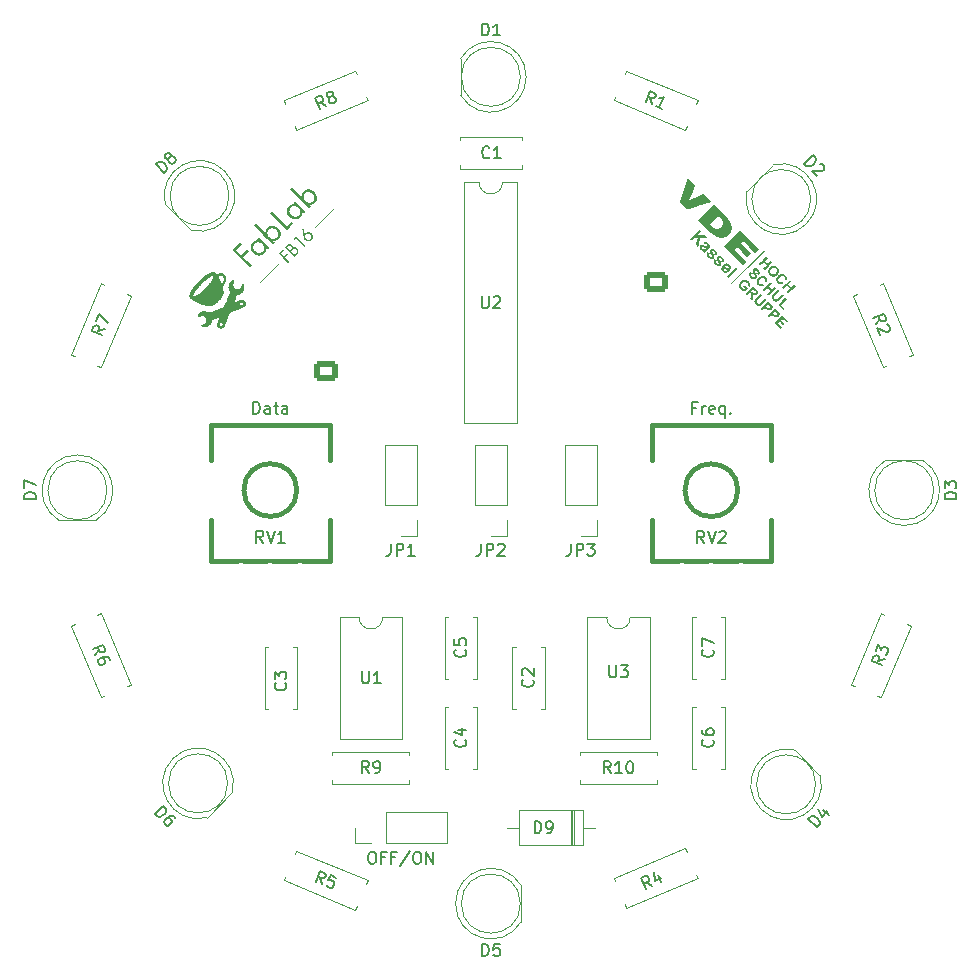
<source format=gto>
G04 #@! TF.GenerationSoftware,KiCad,Pcbnew,7.0.9*
G04 #@! TF.CreationDate,2023-12-01T15:39:20+01:00*
G04 #@! TF.ProjectId,christmas,63687269-7374-46d6-9173-2e6b69636164,rev?*
G04 #@! TF.SameCoordinates,Original*
G04 #@! TF.FileFunction,Legend,Top*
G04 #@! TF.FilePolarity,Positive*
%FSLAX46Y46*%
G04 Gerber Fmt 4.6, Leading zero omitted, Abs format (unit mm)*
G04 Created by KiCad (PCBNEW 7.0.9) date 2023-12-01 15:39:20*
%MOMM*%
%LPD*%
G01*
G04 APERTURE LIST*
G04 Aperture macros list*
%AMRoundRect*
0 Rectangle with rounded corners*
0 $1 Rounding radius*
0 $2 $3 $4 $5 $6 $7 $8 $9 X,Y pos of 4 corners*
0 Add a 4 corners polygon primitive as box body*
4,1,4,$2,$3,$4,$5,$6,$7,$8,$9,$2,$3,0*
0 Add four circle primitives for the rounded corners*
1,1,$1+$1,$2,$3*
1,1,$1+$1,$4,$5*
1,1,$1+$1,$6,$7*
1,1,$1+$1,$8,$9*
0 Add four rect primitives between the rounded corners*
20,1,$1+$1,$2,$3,$4,$5,0*
20,1,$1+$1,$4,$5,$6,$7,0*
20,1,$1+$1,$6,$7,$8,$9,0*
20,1,$1+$1,$8,$9,$2,$3,0*%
%AMHorizOval*
0 Thick line with rounded ends*
0 $1 width*
0 $2 $3 position (X,Y) of the first rounded end (center of the circle)*
0 $4 $5 position (X,Y) of the second rounded end (center of the circle)*
0 Add line between two ends*
20,1,$1,$2,$3,$4,$5,0*
0 Add two circle primitives to create the rounded ends*
1,1,$1,$2,$3*
1,1,$1,$4,$5*%
%AMRotRect*
0 Rectangle, with rotation*
0 The origin of the aperture is its center*
0 $1 length*
0 $2 width*
0 $3 Rotation angle, in degrees counterclockwise*
0 Add horizontal line*
21,1,$1,$2,0,0,$3*%
G04 Aperture macros list end*
%ADD10C,0.150000*%
%ADD11C,0.200000*%
%ADD12C,0.152400*%
%ADD13C,0.120000*%
%ADD14C,0.381000*%
%ADD15R,2.200000X2.200000*%
%ADD16O,2.200000X2.200000*%
%ADD17R,1.800000X1.800000*%
%ADD18C,1.800000*%
%ADD19R,2.400000X1.600000*%
%ADD20O,2.400000X1.600000*%
%ADD21C,1.600000*%
%ADD22O,1.600000X1.600000*%
%ADD23HorizOval,1.600000X0.000000X0.000000X0.000000X0.000000X0*%
%ADD24HorizOval,1.600000X0.000000X0.000000X0.000000X0.000000X0*%
%ADD25HorizOval,1.600000X0.000000X0.000000X0.000000X0.000000X0*%
%ADD26HorizOval,1.600000X0.000000X0.000000X0.000000X0.000000X0*%
%ADD27C,2.200000*%
%ADD28HorizOval,1.600000X0.000000X0.000000X0.000000X0.000000X0*%
%ADD29HorizOval,1.600000X0.000000X0.000000X0.000000X0.000000X0*%
%ADD30R,1.700000X1.700000*%
%ADD31O,1.700000X1.700000*%
%ADD32R,3.000000X3.200000*%
%ADD33C,1.750000*%
%ADD34RotRect,1.800000X1.800000X315.000000*%
%ADD35HorizOval,1.600000X0.000000X0.000000X0.000000X0.000000X0*%
%ADD36RotRect,1.800000X1.800000X135.000000*%
%ADD37R,1.600000X1.600000*%
%ADD38RotRect,1.800000X1.800000X225.000000*%
%ADD39RotRect,1.800000X1.800000X45.000000*%
%ADD40HorizOval,1.600000X0.000000X0.000000X0.000000X0.000000X0*%
%ADD41RoundRect,0.250000X0.725000X-0.600000X0.725000X0.600000X-0.725000X0.600000X-0.725000X-0.600000X0*%
%ADD42O,1.950000X1.700000*%
%ADD43RoundRect,0.250000X-0.725000X0.600000X-0.725000X-0.600000X0.725000X-0.600000X0.725000X0.600000X0*%
G04 APERTURE END LIST*
D10*
X132277619Y-95119819D02*
X132277619Y-94119819D01*
X132277619Y-94119819D02*
X132515714Y-94119819D01*
X132515714Y-94119819D02*
X132658571Y-94167438D01*
X132658571Y-94167438D02*
X132753809Y-94262676D01*
X132753809Y-94262676D02*
X132801428Y-94357914D01*
X132801428Y-94357914D02*
X132849047Y-94548390D01*
X132849047Y-94548390D02*
X132849047Y-94691247D01*
X132849047Y-94691247D02*
X132801428Y-94881723D01*
X132801428Y-94881723D02*
X132753809Y-94976961D01*
X132753809Y-94976961D02*
X132658571Y-95072200D01*
X132658571Y-95072200D02*
X132515714Y-95119819D01*
X132515714Y-95119819D02*
X132277619Y-95119819D01*
X133706190Y-95119819D02*
X133706190Y-94596009D01*
X133706190Y-94596009D02*
X133658571Y-94500771D01*
X133658571Y-94500771D02*
X133563333Y-94453152D01*
X133563333Y-94453152D02*
X133372857Y-94453152D01*
X133372857Y-94453152D02*
X133277619Y-94500771D01*
X133706190Y-95072200D02*
X133610952Y-95119819D01*
X133610952Y-95119819D02*
X133372857Y-95119819D01*
X133372857Y-95119819D02*
X133277619Y-95072200D01*
X133277619Y-95072200D02*
X133230000Y-94976961D01*
X133230000Y-94976961D02*
X133230000Y-94881723D01*
X133230000Y-94881723D02*
X133277619Y-94786485D01*
X133277619Y-94786485D02*
X133372857Y-94738866D01*
X133372857Y-94738866D02*
X133610952Y-94738866D01*
X133610952Y-94738866D02*
X133706190Y-94691247D01*
X134039524Y-94453152D02*
X134420476Y-94453152D01*
X134182381Y-94119819D02*
X134182381Y-94976961D01*
X134182381Y-94976961D02*
X134230000Y-95072200D01*
X134230000Y-95072200D02*
X134325238Y-95119819D01*
X134325238Y-95119819D02*
X134420476Y-95119819D01*
X135182381Y-95119819D02*
X135182381Y-94596009D01*
X135182381Y-94596009D02*
X135134762Y-94500771D01*
X135134762Y-94500771D02*
X135039524Y-94453152D01*
X135039524Y-94453152D02*
X134849048Y-94453152D01*
X134849048Y-94453152D02*
X134753810Y-94500771D01*
X135182381Y-95072200D02*
X135087143Y-95119819D01*
X135087143Y-95119819D02*
X134849048Y-95119819D01*
X134849048Y-95119819D02*
X134753810Y-95072200D01*
X134753810Y-95072200D02*
X134706191Y-94976961D01*
X134706191Y-94976961D02*
X134706191Y-94881723D01*
X134706191Y-94881723D02*
X134753810Y-94786485D01*
X134753810Y-94786485D02*
X134849048Y-94738866D01*
X134849048Y-94738866D02*
X135087143Y-94738866D01*
X135087143Y-94738866D02*
X135182381Y-94691247D01*
X169784285Y-94596009D02*
X169450952Y-94596009D01*
X169450952Y-95119819D02*
X169450952Y-94119819D01*
X169450952Y-94119819D02*
X169927142Y-94119819D01*
X170308095Y-95119819D02*
X170308095Y-94453152D01*
X170308095Y-94643628D02*
X170355714Y-94548390D01*
X170355714Y-94548390D02*
X170403333Y-94500771D01*
X170403333Y-94500771D02*
X170498571Y-94453152D01*
X170498571Y-94453152D02*
X170593809Y-94453152D01*
X171308095Y-95072200D02*
X171212857Y-95119819D01*
X171212857Y-95119819D02*
X171022381Y-95119819D01*
X171022381Y-95119819D02*
X170927143Y-95072200D01*
X170927143Y-95072200D02*
X170879524Y-94976961D01*
X170879524Y-94976961D02*
X170879524Y-94596009D01*
X170879524Y-94596009D02*
X170927143Y-94500771D01*
X170927143Y-94500771D02*
X171022381Y-94453152D01*
X171022381Y-94453152D02*
X171212857Y-94453152D01*
X171212857Y-94453152D02*
X171308095Y-94500771D01*
X171308095Y-94500771D02*
X171355714Y-94596009D01*
X171355714Y-94596009D02*
X171355714Y-94691247D01*
X171355714Y-94691247D02*
X170879524Y-94786485D01*
X172212857Y-94453152D02*
X172212857Y-95453152D01*
X172212857Y-95072200D02*
X172117619Y-95119819D01*
X172117619Y-95119819D02*
X171927143Y-95119819D01*
X171927143Y-95119819D02*
X171831905Y-95072200D01*
X171831905Y-95072200D02*
X171784286Y-95024580D01*
X171784286Y-95024580D02*
X171736667Y-94929342D01*
X171736667Y-94929342D02*
X171736667Y-94643628D01*
X171736667Y-94643628D02*
X171784286Y-94548390D01*
X171784286Y-94548390D02*
X171831905Y-94500771D01*
X171831905Y-94500771D02*
X171927143Y-94453152D01*
X171927143Y-94453152D02*
X172117619Y-94453152D01*
X172117619Y-94453152D02*
X172212857Y-94500771D01*
X172689048Y-95024580D02*
X172736667Y-95072200D01*
X172736667Y-95072200D02*
X172689048Y-95119819D01*
X172689048Y-95119819D02*
X172641429Y-95072200D01*
X172641429Y-95072200D02*
X172689048Y-95024580D01*
X172689048Y-95024580D02*
X172689048Y-95119819D01*
D11*
X142256190Y-132217219D02*
X142446666Y-132217219D01*
X142446666Y-132217219D02*
X142541904Y-132264838D01*
X142541904Y-132264838D02*
X142637142Y-132360076D01*
X142637142Y-132360076D02*
X142684761Y-132550552D01*
X142684761Y-132550552D02*
X142684761Y-132883885D01*
X142684761Y-132883885D02*
X142637142Y-133074361D01*
X142637142Y-133074361D02*
X142541904Y-133169600D01*
X142541904Y-133169600D02*
X142446666Y-133217219D01*
X142446666Y-133217219D02*
X142256190Y-133217219D01*
X142256190Y-133217219D02*
X142160952Y-133169600D01*
X142160952Y-133169600D02*
X142065714Y-133074361D01*
X142065714Y-133074361D02*
X142018095Y-132883885D01*
X142018095Y-132883885D02*
X142018095Y-132550552D01*
X142018095Y-132550552D02*
X142065714Y-132360076D01*
X142065714Y-132360076D02*
X142160952Y-132264838D01*
X142160952Y-132264838D02*
X142256190Y-132217219D01*
X143446666Y-132693409D02*
X143113333Y-132693409D01*
X143113333Y-133217219D02*
X143113333Y-132217219D01*
X143113333Y-132217219D02*
X143589523Y-132217219D01*
X144303809Y-132693409D02*
X143970476Y-132693409D01*
X143970476Y-133217219D02*
X143970476Y-132217219D01*
X143970476Y-132217219D02*
X144446666Y-132217219D01*
X145541904Y-132169600D02*
X144684762Y-133455314D01*
X146065714Y-132217219D02*
X146256190Y-132217219D01*
X146256190Y-132217219D02*
X146351428Y-132264838D01*
X146351428Y-132264838D02*
X146446666Y-132360076D01*
X146446666Y-132360076D02*
X146494285Y-132550552D01*
X146494285Y-132550552D02*
X146494285Y-132883885D01*
X146494285Y-132883885D02*
X146446666Y-133074361D01*
X146446666Y-133074361D02*
X146351428Y-133169600D01*
X146351428Y-133169600D02*
X146256190Y-133217219D01*
X146256190Y-133217219D02*
X146065714Y-133217219D01*
X146065714Y-133217219D02*
X145970476Y-133169600D01*
X145970476Y-133169600D02*
X145875238Y-133074361D01*
X145875238Y-133074361D02*
X145827619Y-132883885D01*
X145827619Y-132883885D02*
X145827619Y-132550552D01*
X145827619Y-132550552D02*
X145875238Y-132360076D01*
X145875238Y-132360076D02*
X145970476Y-132264838D01*
X145970476Y-132264838D02*
X146065714Y-132217219D01*
X146922857Y-133217219D02*
X146922857Y-132217219D01*
X146922857Y-132217219D02*
X147494285Y-133217219D01*
X147494285Y-133217219D02*
X147494285Y-132217219D01*
D10*
X156106905Y-130629819D02*
X156106905Y-129629819D01*
X156106905Y-129629819D02*
X156345000Y-129629819D01*
X156345000Y-129629819D02*
X156487857Y-129677438D01*
X156487857Y-129677438D02*
X156583095Y-129772676D01*
X156583095Y-129772676D02*
X156630714Y-129867914D01*
X156630714Y-129867914D02*
X156678333Y-130058390D01*
X156678333Y-130058390D02*
X156678333Y-130201247D01*
X156678333Y-130201247D02*
X156630714Y-130391723D01*
X156630714Y-130391723D02*
X156583095Y-130486961D01*
X156583095Y-130486961D02*
X156487857Y-130582200D01*
X156487857Y-130582200D02*
X156345000Y-130629819D01*
X156345000Y-130629819D02*
X156106905Y-130629819D01*
X157154524Y-130629819D02*
X157345000Y-130629819D01*
X157345000Y-130629819D02*
X157440238Y-130582200D01*
X157440238Y-130582200D02*
X157487857Y-130534580D01*
X157487857Y-130534580D02*
X157583095Y-130391723D01*
X157583095Y-130391723D02*
X157630714Y-130201247D01*
X157630714Y-130201247D02*
X157630714Y-129820295D01*
X157630714Y-129820295D02*
X157583095Y-129725057D01*
X157583095Y-129725057D02*
X157535476Y-129677438D01*
X157535476Y-129677438D02*
X157440238Y-129629819D01*
X157440238Y-129629819D02*
X157249762Y-129629819D01*
X157249762Y-129629819D02*
X157154524Y-129677438D01*
X157154524Y-129677438D02*
X157106905Y-129725057D01*
X157106905Y-129725057D02*
X157059286Y-129820295D01*
X157059286Y-129820295D02*
X157059286Y-130058390D01*
X157059286Y-130058390D02*
X157106905Y-130153628D01*
X157106905Y-130153628D02*
X157154524Y-130201247D01*
X157154524Y-130201247D02*
X157249762Y-130248866D01*
X157249762Y-130248866D02*
X157440238Y-130248866D01*
X157440238Y-130248866D02*
X157535476Y-130201247D01*
X157535476Y-130201247D02*
X157583095Y-130153628D01*
X157583095Y-130153628D02*
X157630714Y-130058390D01*
X191814819Y-102338094D02*
X190814819Y-102338094D01*
X190814819Y-102338094D02*
X190814819Y-102099999D01*
X190814819Y-102099999D02*
X190862438Y-101957142D01*
X190862438Y-101957142D02*
X190957676Y-101861904D01*
X190957676Y-101861904D02*
X191052914Y-101814285D01*
X191052914Y-101814285D02*
X191243390Y-101766666D01*
X191243390Y-101766666D02*
X191386247Y-101766666D01*
X191386247Y-101766666D02*
X191576723Y-101814285D01*
X191576723Y-101814285D02*
X191671961Y-101861904D01*
X191671961Y-101861904D02*
X191767200Y-101957142D01*
X191767200Y-101957142D02*
X191814819Y-102099999D01*
X191814819Y-102099999D02*
X191814819Y-102338094D01*
X190814819Y-101433332D02*
X190814819Y-100814285D01*
X190814819Y-100814285D02*
X191195771Y-101147618D01*
X191195771Y-101147618D02*
X191195771Y-101004761D01*
X191195771Y-101004761D02*
X191243390Y-100909523D01*
X191243390Y-100909523D02*
X191291009Y-100861904D01*
X191291009Y-100861904D02*
X191386247Y-100814285D01*
X191386247Y-100814285D02*
X191624342Y-100814285D01*
X191624342Y-100814285D02*
X191719580Y-100861904D01*
X191719580Y-100861904D02*
X191767200Y-100909523D01*
X191767200Y-100909523D02*
X191814819Y-101004761D01*
X191814819Y-101004761D02*
X191814819Y-101290475D01*
X191814819Y-101290475D02*
X191767200Y-101385713D01*
X191767200Y-101385713D02*
X191719580Y-101433332D01*
X151638095Y-85179819D02*
X151638095Y-85989342D01*
X151638095Y-85989342D02*
X151685714Y-86084580D01*
X151685714Y-86084580D02*
X151733333Y-86132200D01*
X151733333Y-86132200D02*
X151828571Y-86179819D01*
X151828571Y-86179819D02*
X152019047Y-86179819D01*
X152019047Y-86179819D02*
X152114285Y-86132200D01*
X152114285Y-86132200D02*
X152161904Y-86084580D01*
X152161904Y-86084580D02*
X152209523Y-85989342D01*
X152209523Y-85989342D02*
X152209523Y-85179819D01*
X152638095Y-85275057D02*
X152685714Y-85227438D01*
X152685714Y-85227438D02*
X152780952Y-85179819D01*
X152780952Y-85179819D02*
X153019047Y-85179819D01*
X153019047Y-85179819D02*
X153114285Y-85227438D01*
X153114285Y-85227438D02*
X153161904Y-85275057D01*
X153161904Y-85275057D02*
X153209523Y-85370295D01*
X153209523Y-85370295D02*
X153209523Y-85465533D01*
X153209523Y-85465533D02*
X153161904Y-85608390D01*
X153161904Y-85608390D02*
X152590476Y-86179819D01*
X152590476Y-86179819D02*
X153209523Y-86179819D01*
X142083333Y-125539819D02*
X141750000Y-125063628D01*
X141511905Y-125539819D02*
X141511905Y-124539819D01*
X141511905Y-124539819D02*
X141892857Y-124539819D01*
X141892857Y-124539819D02*
X141988095Y-124587438D01*
X141988095Y-124587438D02*
X142035714Y-124635057D01*
X142035714Y-124635057D02*
X142083333Y-124730295D01*
X142083333Y-124730295D02*
X142083333Y-124873152D01*
X142083333Y-124873152D02*
X142035714Y-124968390D01*
X142035714Y-124968390D02*
X141988095Y-125016009D01*
X141988095Y-125016009D02*
X141892857Y-125063628D01*
X141892857Y-125063628D02*
X141511905Y-125063628D01*
X142559524Y-125539819D02*
X142750000Y-125539819D01*
X142750000Y-125539819D02*
X142845238Y-125492200D01*
X142845238Y-125492200D02*
X142892857Y-125444580D01*
X142892857Y-125444580D02*
X142988095Y-125301723D01*
X142988095Y-125301723D02*
X143035714Y-125111247D01*
X143035714Y-125111247D02*
X143035714Y-124730295D01*
X143035714Y-124730295D02*
X142988095Y-124635057D01*
X142988095Y-124635057D02*
X142940476Y-124587438D01*
X142940476Y-124587438D02*
X142845238Y-124539819D01*
X142845238Y-124539819D02*
X142654762Y-124539819D01*
X142654762Y-124539819D02*
X142559524Y-124587438D01*
X142559524Y-124587438D02*
X142511905Y-124635057D01*
X142511905Y-124635057D02*
X142464286Y-124730295D01*
X142464286Y-124730295D02*
X142464286Y-124968390D01*
X142464286Y-124968390D02*
X142511905Y-125063628D01*
X142511905Y-125063628D02*
X142559524Y-125111247D01*
X142559524Y-125111247D02*
X142654762Y-125158866D01*
X142654762Y-125158866D02*
X142845238Y-125158866D01*
X142845238Y-125158866D02*
X142940476Y-125111247D01*
X142940476Y-125111247D02*
X142988095Y-125063628D01*
X142988095Y-125063628D02*
X143035714Y-124968390D01*
X166045091Y-135103978D02*
X165554901Y-134791596D01*
X165517160Y-135322654D02*
X165134476Y-134398775D01*
X165134476Y-134398775D02*
X165486430Y-134252990D01*
X165486430Y-134252990D02*
X165592642Y-134260539D01*
X165592642Y-134260539D02*
X165654859Y-134286310D01*
X165654859Y-134286310D02*
X165735299Y-134356075D01*
X165735299Y-134356075D02*
X165789968Y-134488058D01*
X165789968Y-134488058D02*
X165782420Y-134594270D01*
X165782420Y-134594270D02*
X165756649Y-134656487D01*
X165756649Y-134656487D02*
X165686883Y-134736927D01*
X165686883Y-134736927D02*
X165334929Y-134882712D01*
X166581865Y-134160044D02*
X166836987Y-134775964D01*
X166216110Y-133899205D02*
X166269484Y-134650234D01*
X166269484Y-134650234D02*
X166841409Y-134413335D01*
X134989580Y-117905666D02*
X135037200Y-117953285D01*
X135037200Y-117953285D02*
X135084819Y-118096142D01*
X135084819Y-118096142D02*
X135084819Y-118191380D01*
X135084819Y-118191380D02*
X135037200Y-118334237D01*
X135037200Y-118334237D02*
X134941961Y-118429475D01*
X134941961Y-118429475D02*
X134846723Y-118477094D01*
X134846723Y-118477094D02*
X134656247Y-118524713D01*
X134656247Y-118524713D02*
X134513390Y-118524713D01*
X134513390Y-118524713D02*
X134322914Y-118477094D01*
X134322914Y-118477094D02*
X134227676Y-118429475D01*
X134227676Y-118429475D02*
X134132438Y-118334237D01*
X134132438Y-118334237D02*
X134084819Y-118191380D01*
X134084819Y-118191380D02*
X134084819Y-118096142D01*
X134084819Y-118096142D02*
X134132438Y-117953285D01*
X134132438Y-117953285D02*
X134180057Y-117905666D01*
X134084819Y-117572332D02*
X134084819Y-116953285D01*
X134084819Y-116953285D02*
X134465771Y-117286618D01*
X134465771Y-117286618D02*
X134465771Y-117143761D01*
X134465771Y-117143761D02*
X134513390Y-117048523D01*
X134513390Y-117048523D02*
X134561009Y-117000904D01*
X134561009Y-117000904D02*
X134656247Y-116953285D01*
X134656247Y-116953285D02*
X134894342Y-116953285D01*
X134894342Y-116953285D02*
X134989580Y-117000904D01*
X134989580Y-117000904D02*
X135037200Y-117048523D01*
X135037200Y-117048523D02*
X135084819Y-117143761D01*
X135084819Y-117143761D02*
X135084819Y-117429475D01*
X135084819Y-117429475D02*
X135037200Y-117524713D01*
X135037200Y-117524713D02*
X134989580Y-117572332D01*
X166041968Y-68936417D02*
X165916239Y-68368913D01*
X165514037Y-68717741D02*
X165896721Y-67793861D01*
X165896721Y-67793861D02*
X166248675Y-67939646D01*
X166248675Y-67939646D02*
X166318440Y-68020086D01*
X166318440Y-68020086D02*
X166344211Y-68082303D01*
X166344211Y-68082303D02*
X166351760Y-68188515D01*
X166351760Y-68188515D02*
X166297091Y-68320497D01*
X166297091Y-68320497D02*
X166216650Y-68390263D01*
X166216650Y-68390263D02*
X166154433Y-68416034D01*
X166154433Y-68416034D02*
X166048221Y-68423582D01*
X166048221Y-68423582D02*
X165696267Y-68277798D01*
X166921854Y-69300878D02*
X166393922Y-69082201D01*
X166657888Y-69191539D02*
X167040571Y-68267660D01*
X167040571Y-68267660D02*
X166897914Y-68363197D01*
X166897914Y-68363197D02*
X166773479Y-68414739D01*
X166773479Y-68414739D02*
X166667268Y-68422287D01*
X184999033Y-87562022D02*
X185311415Y-87071832D01*
X184780357Y-87034091D02*
X185704236Y-86651407D01*
X185704236Y-86651407D02*
X185850021Y-87003361D01*
X185850021Y-87003361D02*
X185842472Y-87109573D01*
X185842472Y-87109573D02*
X185816701Y-87171790D01*
X185816701Y-87171790D02*
X185746936Y-87252230D01*
X185746936Y-87252230D02*
X185614953Y-87306899D01*
X185614953Y-87306899D02*
X185508741Y-87299351D01*
X185508741Y-87299351D02*
X185446524Y-87273580D01*
X185446524Y-87273580D02*
X185366084Y-87203814D01*
X185366084Y-87203814D02*
X185220299Y-86851860D01*
X185980708Y-87567738D02*
X186042926Y-87593510D01*
X186042926Y-87593510D02*
X186123366Y-87663275D01*
X186123366Y-87663275D02*
X186214481Y-87883247D01*
X186214481Y-87883247D02*
X186206933Y-87989458D01*
X186206933Y-87989458D02*
X186181161Y-88051675D01*
X186181161Y-88051675D02*
X186111396Y-88132116D01*
X186111396Y-88132116D02*
X186023407Y-88168562D01*
X186023407Y-88168562D02*
X185873202Y-88179236D01*
X185873202Y-88179236D02*
X185126594Y-87869982D01*
X185126594Y-87869982D02*
X185363494Y-88441907D01*
X171174580Y-115101666D02*
X171222200Y-115149285D01*
X171222200Y-115149285D02*
X171269819Y-115292142D01*
X171269819Y-115292142D02*
X171269819Y-115387380D01*
X171269819Y-115387380D02*
X171222200Y-115530237D01*
X171222200Y-115530237D02*
X171126961Y-115625475D01*
X171126961Y-115625475D02*
X171031723Y-115673094D01*
X171031723Y-115673094D02*
X170841247Y-115720713D01*
X170841247Y-115720713D02*
X170698390Y-115720713D01*
X170698390Y-115720713D02*
X170507914Y-115673094D01*
X170507914Y-115673094D02*
X170412676Y-115625475D01*
X170412676Y-115625475D02*
X170317438Y-115530237D01*
X170317438Y-115530237D02*
X170269819Y-115387380D01*
X170269819Y-115387380D02*
X170269819Y-115292142D01*
X170269819Y-115292142D02*
X170317438Y-115149285D01*
X170317438Y-115149285D02*
X170365057Y-115101666D01*
X170269819Y-114768332D02*
X170269819Y-114101666D01*
X170269819Y-114101666D02*
X171269819Y-114530237D01*
X151661905Y-141014819D02*
X151661905Y-140014819D01*
X151661905Y-140014819D02*
X151900000Y-140014819D01*
X151900000Y-140014819D02*
X152042857Y-140062438D01*
X152042857Y-140062438D02*
X152138095Y-140157676D01*
X152138095Y-140157676D02*
X152185714Y-140252914D01*
X152185714Y-140252914D02*
X152233333Y-140443390D01*
X152233333Y-140443390D02*
X152233333Y-140586247D01*
X152233333Y-140586247D02*
X152185714Y-140776723D01*
X152185714Y-140776723D02*
X152138095Y-140871961D01*
X152138095Y-140871961D02*
X152042857Y-140967200D01*
X152042857Y-140967200D02*
X151900000Y-141014819D01*
X151900000Y-141014819D02*
X151661905Y-141014819D01*
X153138095Y-140014819D02*
X152661905Y-140014819D01*
X152661905Y-140014819D02*
X152614286Y-140491009D01*
X152614286Y-140491009D02*
X152661905Y-140443390D01*
X152661905Y-140443390D02*
X152757143Y-140395771D01*
X152757143Y-140395771D02*
X152995238Y-140395771D01*
X152995238Y-140395771D02*
X153090476Y-140443390D01*
X153090476Y-140443390D02*
X153138095Y-140491009D01*
X153138095Y-140491009D02*
X153185714Y-140586247D01*
X153185714Y-140586247D02*
X153185714Y-140824342D01*
X153185714Y-140824342D02*
X153138095Y-140919580D01*
X153138095Y-140919580D02*
X153090476Y-140967200D01*
X153090476Y-140967200D02*
X152995238Y-141014819D01*
X152995238Y-141014819D02*
X152757143Y-141014819D01*
X152757143Y-141014819D02*
X152661905Y-140967200D01*
X152661905Y-140967200D02*
X152614286Y-140919580D01*
X185776417Y-115898031D02*
X185208913Y-116023760D01*
X185557741Y-116425962D02*
X184633861Y-116043278D01*
X184633861Y-116043278D02*
X184779646Y-115691324D01*
X184779646Y-115691324D02*
X184860086Y-115621559D01*
X184860086Y-115621559D02*
X184922303Y-115595788D01*
X184922303Y-115595788D02*
X185028515Y-115588239D01*
X185028515Y-115588239D02*
X185160497Y-115642908D01*
X185160497Y-115642908D02*
X185230263Y-115723349D01*
X185230263Y-115723349D02*
X185256034Y-115785566D01*
X185256034Y-115785566D02*
X185263582Y-115891778D01*
X185263582Y-115891778D02*
X185117798Y-116243732D01*
X184980099Y-115207387D02*
X185216998Y-114635462D01*
X185216998Y-114635462D02*
X185441391Y-115089206D01*
X185441391Y-115089206D02*
X185496060Y-114957223D01*
X185496060Y-114957223D02*
X185576500Y-114887458D01*
X185576500Y-114887458D02*
X185638718Y-114861686D01*
X185638718Y-114861686D02*
X185744929Y-114854138D01*
X185744929Y-114854138D02*
X185964900Y-114945253D01*
X185964900Y-114945253D02*
X186034666Y-115025694D01*
X186034666Y-115025694D02*
X186060437Y-115087911D01*
X186060437Y-115087911D02*
X186067985Y-115194122D01*
X186067985Y-115194122D02*
X185958647Y-115458088D01*
X185958647Y-115458088D02*
X185878207Y-115527854D01*
X185878207Y-115527854D02*
X185815990Y-115553625D01*
X151661905Y-63094819D02*
X151661905Y-62094819D01*
X151661905Y-62094819D02*
X151900000Y-62094819D01*
X151900000Y-62094819D02*
X152042857Y-62142438D01*
X152042857Y-62142438D02*
X152138095Y-62237676D01*
X152138095Y-62237676D02*
X152185714Y-62332914D01*
X152185714Y-62332914D02*
X152233333Y-62523390D01*
X152233333Y-62523390D02*
X152233333Y-62666247D01*
X152233333Y-62666247D02*
X152185714Y-62856723D01*
X152185714Y-62856723D02*
X152138095Y-62951961D01*
X152138095Y-62951961D02*
X152042857Y-63047200D01*
X152042857Y-63047200D02*
X151900000Y-63094819D01*
X151900000Y-63094819D02*
X151661905Y-63094819D01*
X153185714Y-63094819D02*
X152614286Y-63094819D01*
X152900000Y-63094819D02*
X152900000Y-62094819D01*
X152900000Y-62094819D02*
X152804762Y-62237676D01*
X152804762Y-62237676D02*
X152709524Y-62332914D01*
X152709524Y-62332914D02*
X152614286Y-62380533D01*
X162552142Y-125549819D02*
X162218809Y-125073628D01*
X161980714Y-125549819D02*
X161980714Y-124549819D01*
X161980714Y-124549819D02*
X162361666Y-124549819D01*
X162361666Y-124549819D02*
X162456904Y-124597438D01*
X162456904Y-124597438D02*
X162504523Y-124645057D01*
X162504523Y-124645057D02*
X162552142Y-124740295D01*
X162552142Y-124740295D02*
X162552142Y-124883152D01*
X162552142Y-124883152D02*
X162504523Y-124978390D01*
X162504523Y-124978390D02*
X162456904Y-125026009D01*
X162456904Y-125026009D02*
X162361666Y-125073628D01*
X162361666Y-125073628D02*
X161980714Y-125073628D01*
X163504523Y-125549819D02*
X162933095Y-125549819D01*
X163218809Y-125549819D02*
X163218809Y-124549819D01*
X163218809Y-124549819D02*
X163123571Y-124692676D01*
X163123571Y-124692676D02*
X163028333Y-124787914D01*
X163028333Y-124787914D02*
X162933095Y-124835533D01*
X164123571Y-124549819D02*
X164218809Y-124549819D01*
X164218809Y-124549819D02*
X164314047Y-124597438D01*
X164314047Y-124597438D02*
X164361666Y-124645057D01*
X164361666Y-124645057D02*
X164409285Y-124740295D01*
X164409285Y-124740295D02*
X164456904Y-124930771D01*
X164456904Y-124930771D02*
X164456904Y-125168866D01*
X164456904Y-125168866D02*
X164409285Y-125359342D01*
X164409285Y-125359342D02*
X164361666Y-125454580D01*
X164361666Y-125454580D02*
X164314047Y-125502200D01*
X164314047Y-125502200D02*
X164218809Y-125549819D01*
X164218809Y-125549819D02*
X164123571Y-125549819D01*
X164123571Y-125549819D02*
X164028333Y-125502200D01*
X164028333Y-125502200D02*
X163980714Y-125454580D01*
X163980714Y-125454580D02*
X163933095Y-125359342D01*
X163933095Y-125359342D02*
X163885476Y-125168866D01*
X163885476Y-125168866D02*
X163885476Y-124930771D01*
X163885476Y-124930771D02*
X163933095Y-124740295D01*
X163933095Y-124740295D02*
X163980714Y-124645057D01*
X163980714Y-124645057D02*
X164028333Y-124597438D01*
X164028333Y-124597438D02*
X164123571Y-124549819D01*
X119736417Y-87958031D02*
X119168913Y-88083760D01*
X119517741Y-88485962D02*
X118593861Y-88103278D01*
X118593861Y-88103278D02*
X118739646Y-87751324D01*
X118739646Y-87751324D02*
X118820086Y-87681559D01*
X118820086Y-87681559D02*
X118882303Y-87655788D01*
X118882303Y-87655788D02*
X118988515Y-87648239D01*
X118988515Y-87648239D02*
X119120497Y-87702908D01*
X119120497Y-87702908D02*
X119190263Y-87783349D01*
X119190263Y-87783349D02*
X119216034Y-87845566D01*
X119216034Y-87845566D02*
X119223582Y-87951778D01*
X119223582Y-87951778D02*
X119077798Y-88303732D01*
X118940099Y-87267387D02*
X119195221Y-86651468D01*
X119195221Y-86651468D02*
X119955093Y-87430100D01*
X138101968Y-134976417D02*
X137976239Y-134408913D01*
X137574037Y-134757741D02*
X137956721Y-133833861D01*
X137956721Y-133833861D02*
X138308675Y-133979646D01*
X138308675Y-133979646D02*
X138378440Y-134060086D01*
X138378440Y-134060086D02*
X138404211Y-134122303D01*
X138404211Y-134122303D02*
X138411760Y-134228515D01*
X138411760Y-134228515D02*
X138357091Y-134360497D01*
X138357091Y-134360497D02*
X138276650Y-134430263D01*
X138276650Y-134430263D02*
X138214433Y-134456034D01*
X138214433Y-134456034D02*
X138108221Y-134463582D01*
X138108221Y-134463582D02*
X137756267Y-134317798D01*
X139320543Y-134398775D02*
X138880600Y-134216545D01*
X138880600Y-134216545D02*
X138654376Y-134638264D01*
X138654376Y-134638264D02*
X138716593Y-134612493D01*
X138716593Y-134612493D02*
X138822804Y-134604945D01*
X138822804Y-134604945D02*
X139042776Y-134696060D01*
X139042776Y-134696060D02*
X139112541Y-134776500D01*
X139112541Y-134776500D02*
X139138313Y-134838718D01*
X139138313Y-134838718D02*
X139145861Y-134944929D01*
X139145861Y-134944929D02*
X139054746Y-135164900D01*
X139054746Y-135164900D02*
X138974305Y-135234666D01*
X138974305Y-135234666D02*
X138912088Y-135260437D01*
X138912088Y-135260437D02*
X138805877Y-135267985D01*
X138805877Y-135267985D02*
X138585905Y-135176870D01*
X138585905Y-135176870D02*
X138516140Y-135096430D01*
X138516140Y-135096430D02*
X138490368Y-135034213D01*
D12*
X133125238Y-106047095D02*
X132786571Y-105563286D01*
X132544666Y-106047095D02*
X132544666Y-105031095D01*
X132544666Y-105031095D02*
X132931714Y-105031095D01*
X132931714Y-105031095D02*
X133028476Y-105079476D01*
X133028476Y-105079476D02*
X133076857Y-105127857D01*
X133076857Y-105127857D02*
X133125238Y-105224619D01*
X133125238Y-105224619D02*
X133125238Y-105369762D01*
X133125238Y-105369762D02*
X133076857Y-105466524D01*
X133076857Y-105466524D02*
X133028476Y-105514905D01*
X133028476Y-105514905D02*
X132931714Y-105563286D01*
X132931714Y-105563286D02*
X132544666Y-105563286D01*
X133415523Y-105031095D02*
X133754190Y-106047095D01*
X133754190Y-106047095D02*
X134092857Y-105031095D01*
X134963714Y-106047095D02*
X134383142Y-106047095D01*
X134673428Y-106047095D02*
X134673428Y-105031095D01*
X134673428Y-105031095D02*
X134576666Y-105176238D01*
X134576666Y-105176238D02*
X134479904Y-105273000D01*
X134479904Y-105273000D02*
X134383142Y-105321381D01*
D10*
X143946666Y-106134819D02*
X143946666Y-106849104D01*
X143946666Y-106849104D02*
X143899047Y-106991961D01*
X143899047Y-106991961D02*
X143803809Y-107087200D01*
X143803809Y-107087200D02*
X143660952Y-107134819D01*
X143660952Y-107134819D02*
X143565714Y-107134819D01*
X144422857Y-107134819D02*
X144422857Y-106134819D01*
X144422857Y-106134819D02*
X144803809Y-106134819D01*
X144803809Y-106134819D02*
X144899047Y-106182438D01*
X144899047Y-106182438D02*
X144946666Y-106230057D01*
X144946666Y-106230057D02*
X144994285Y-106325295D01*
X144994285Y-106325295D02*
X144994285Y-106468152D01*
X144994285Y-106468152D02*
X144946666Y-106563390D01*
X144946666Y-106563390D02*
X144899047Y-106611009D01*
X144899047Y-106611009D02*
X144803809Y-106658628D01*
X144803809Y-106658628D02*
X144422857Y-106658628D01*
X145946666Y-107134819D02*
X145375238Y-107134819D01*
X145660952Y-107134819D02*
X145660952Y-106134819D01*
X145660952Y-106134819D02*
X145565714Y-106277676D01*
X145565714Y-106277676D02*
X145470476Y-106372914D01*
X145470476Y-106372914D02*
X145375238Y-106420533D01*
X178948876Y-73946300D02*
X179655983Y-73239194D01*
X179655983Y-73239194D02*
X179824342Y-73407552D01*
X179824342Y-73407552D02*
X179891685Y-73542239D01*
X179891685Y-73542239D02*
X179891685Y-73676926D01*
X179891685Y-73676926D02*
X179858013Y-73777942D01*
X179858013Y-73777942D02*
X179756998Y-73946300D01*
X179756998Y-73946300D02*
X179655983Y-74047316D01*
X179655983Y-74047316D02*
X179487624Y-74148331D01*
X179487624Y-74148331D02*
X179386609Y-74182003D01*
X179386609Y-74182003D02*
X179251922Y-74182003D01*
X179251922Y-74182003D02*
X179117235Y-74114659D01*
X179117235Y-74114659D02*
X178948876Y-73946300D01*
X180262074Y-73979972D02*
X180329418Y-73979972D01*
X180329418Y-73979972D02*
X180430433Y-74013644D01*
X180430433Y-74013644D02*
X180598792Y-74182003D01*
X180598792Y-74182003D02*
X180632464Y-74283018D01*
X180632464Y-74283018D02*
X180632464Y-74350361D01*
X180632464Y-74350361D02*
X180598792Y-74451377D01*
X180598792Y-74451377D02*
X180531448Y-74518720D01*
X180531448Y-74518720D02*
X180396761Y-74586064D01*
X180396761Y-74586064D02*
X179588639Y-74586064D01*
X179588639Y-74586064D02*
X180026372Y-75023796D01*
X113894819Y-102338094D02*
X112894819Y-102338094D01*
X112894819Y-102338094D02*
X112894819Y-102099999D01*
X112894819Y-102099999D02*
X112942438Y-101957142D01*
X112942438Y-101957142D02*
X113037676Y-101861904D01*
X113037676Y-101861904D02*
X113132914Y-101814285D01*
X113132914Y-101814285D02*
X113323390Y-101766666D01*
X113323390Y-101766666D02*
X113466247Y-101766666D01*
X113466247Y-101766666D02*
X113656723Y-101814285D01*
X113656723Y-101814285D02*
X113751961Y-101861904D01*
X113751961Y-101861904D02*
X113847200Y-101957142D01*
X113847200Y-101957142D02*
X113894819Y-102099999D01*
X113894819Y-102099999D02*
X113894819Y-102338094D01*
X112894819Y-101433332D02*
X112894819Y-100766666D01*
X112894819Y-100766666D02*
X113894819Y-101195237D01*
X118896021Y-115590072D02*
X119208403Y-115099882D01*
X118677345Y-115062141D02*
X119601224Y-114679457D01*
X119601224Y-114679457D02*
X119747009Y-115031411D01*
X119747009Y-115031411D02*
X119739460Y-115137623D01*
X119739460Y-115137623D02*
X119713689Y-115199840D01*
X119713689Y-115199840D02*
X119643924Y-115280280D01*
X119643924Y-115280280D02*
X119511941Y-115334949D01*
X119511941Y-115334949D02*
X119405729Y-115327401D01*
X119405729Y-115327401D02*
X119343512Y-115301630D01*
X119343512Y-115301630D02*
X119263072Y-115231864D01*
X119263072Y-115231864D02*
X119117287Y-114879910D01*
X120147915Y-115999285D02*
X120075023Y-115823308D01*
X120075023Y-115823308D02*
X119994583Y-115753542D01*
X119994583Y-115753542D02*
X119932365Y-115727771D01*
X119932365Y-115727771D02*
X119763937Y-115694452D01*
X119763937Y-115694452D02*
X119569736Y-115723350D01*
X119569736Y-115723350D02*
X119217782Y-115869134D01*
X119217782Y-115869134D02*
X119148017Y-115949574D01*
X119148017Y-115949574D02*
X119122246Y-116011791D01*
X119122246Y-116011791D02*
X119114697Y-116118003D01*
X119114697Y-116118003D02*
X119187589Y-116293980D01*
X119187589Y-116293980D02*
X119268030Y-116363745D01*
X119268030Y-116363745D02*
X119330247Y-116389517D01*
X119330247Y-116389517D02*
X119436459Y-116397065D01*
X119436459Y-116397065D02*
X119656430Y-116305950D01*
X119656430Y-116305950D02*
X119726195Y-116225510D01*
X119726195Y-116225510D02*
X119751967Y-116163292D01*
X119751967Y-116163292D02*
X119759515Y-116057081D01*
X119759515Y-116057081D02*
X119686623Y-115881104D01*
X119686623Y-115881104D02*
X119606182Y-115811338D01*
X119606182Y-115811338D02*
X119543965Y-115785567D01*
X119543965Y-115785567D02*
X119437754Y-115778019D01*
X152278333Y-73399580D02*
X152230714Y-73447200D01*
X152230714Y-73447200D02*
X152087857Y-73494819D01*
X152087857Y-73494819D02*
X151992619Y-73494819D01*
X151992619Y-73494819D02*
X151849762Y-73447200D01*
X151849762Y-73447200D02*
X151754524Y-73351961D01*
X151754524Y-73351961D02*
X151706905Y-73256723D01*
X151706905Y-73256723D02*
X151659286Y-73066247D01*
X151659286Y-73066247D02*
X151659286Y-72923390D01*
X151659286Y-72923390D02*
X151706905Y-72732914D01*
X151706905Y-72732914D02*
X151754524Y-72637676D01*
X151754524Y-72637676D02*
X151849762Y-72542438D01*
X151849762Y-72542438D02*
X151992619Y-72494819D01*
X151992619Y-72494819D02*
X152087857Y-72494819D01*
X152087857Y-72494819D02*
X152230714Y-72542438D01*
X152230714Y-72542438D02*
X152278333Y-72590057D01*
X153230714Y-73494819D02*
X152659286Y-73494819D01*
X152945000Y-73494819D02*
X152945000Y-72494819D01*
X152945000Y-72494819D02*
X152849762Y-72637676D01*
X152849762Y-72637676D02*
X152754524Y-72732914D01*
X152754524Y-72732914D02*
X152659286Y-72780533D01*
X150219580Y-115101666D02*
X150267200Y-115149285D01*
X150267200Y-115149285D02*
X150314819Y-115292142D01*
X150314819Y-115292142D02*
X150314819Y-115387380D01*
X150314819Y-115387380D02*
X150267200Y-115530237D01*
X150267200Y-115530237D02*
X150171961Y-115625475D01*
X150171961Y-115625475D02*
X150076723Y-115673094D01*
X150076723Y-115673094D02*
X149886247Y-115720713D01*
X149886247Y-115720713D02*
X149743390Y-115720713D01*
X149743390Y-115720713D02*
X149552914Y-115673094D01*
X149552914Y-115673094D02*
X149457676Y-115625475D01*
X149457676Y-115625475D02*
X149362438Y-115530237D01*
X149362438Y-115530237D02*
X149314819Y-115387380D01*
X149314819Y-115387380D02*
X149314819Y-115292142D01*
X149314819Y-115292142D02*
X149362438Y-115149285D01*
X149362438Y-115149285D02*
X149410057Y-115101666D01*
X149314819Y-114196904D02*
X149314819Y-114673094D01*
X149314819Y-114673094D02*
X149791009Y-114720713D01*
X149791009Y-114720713D02*
X149743390Y-114673094D01*
X149743390Y-114673094D02*
X149695771Y-114577856D01*
X149695771Y-114577856D02*
X149695771Y-114339761D01*
X149695771Y-114339761D02*
X149743390Y-114244523D01*
X149743390Y-114244523D02*
X149791009Y-114196904D01*
X149791009Y-114196904D02*
X149886247Y-114149285D01*
X149886247Y-114149285D02*
X150124342Y-114149285D01*
X150124342Y-114149285D02*
X150219580Y-114196904D01*
X150219580Y-114196904D02*
X150267200Y-114244523D01*
X150267200Y-114244523D02*
X150314819Y-114339761D01*
X150314819Y-114339761D02*
X150314819Y-114577856D01*
X150314819Y-114577856D02*
X150267200Y-114673094D01*
X150267200Y-114673094D02*
X150219580Y-114720713D01*
X123966772Y-129018682D02*
X124673879Y-128311576D01*
X124673879Y-128311576D02*
X124842238Y-128479934D01*
X124842238Y-128479934D02*
X124909581Y-128614621D01*
X124909581Y-128614621D02*
X124909581Y-128749308D01*
X124909581Y-128749308D02*
X124875909Y-128850324D01*
X124875909Y-128850324D02*
X124774894Y-129018682D01*
X124774894Y-129018682D02*
X124673879Y-129119698D01*
X124673879Y-129119698D02*
X124505520Y-129220713D01*
X124505520Y-129220713D02*
X124404505Y-129254385D01*
X124404505Y-129254385D02*
X124269818Y-129254385D01*
X124269818Y-129254385D02*
X124135131Y-129187041D01*
X124135131Y-129187041D02*
X123966772Y-129018682D01*
X125684031Y-129321728D02*
X125549344Y-129187041D01*
X125549344Y-129187041D02*
X125448329Y-129153369D01*
X125448329Y-129153369D02*
X125380986Y-129153369D01*
X125380986Y-129153369D02*
X125212627Y-129187041D01*
X125212627Y-129187041D02*
X125044268Y-129288056D01*
X125044268Y-129288056D02*
X124774894Y-129557430D01*
X124774894Y-129557430D02*
X124741222Y-129658446D01*
X124741222Y-129658446D02*
X124741222Y-129725789D01*
X124741222Y-129725789D02*
X124774894Y-129826804D01*
X124774894Y-129826804D02*
X124909581Y-129961491D01*
X124909581Y-129961491D02*
X125010596Y-129995163D01*
X125010596Y-129995163D02*
X125077940Y-129995163D01*
X125077940Y-129995163D02*
X125178955Y-129961491D01*
X125178955Y-129961491D02*
X125347314Y-129793133D01*
X125347314Y-129793133D02*
X125380986Y-129692117D01*
X125380986Y-129692117D02*
X125380986Y-129624774D01*
X125380986Y-129624774D02*
X125347314Y-129523759D01*
X125347314Y-129523759D02*
X125212627Y-129389072D01*
X125212627Y-129389072D02*
X125111612Y-129355400D01*
X125111612Y-129355400D02*
X125044268Y-129355400D01*
X125044268Y-129355400D02*
X124943253Y-129389072D01*
X141488095Y-116939819D02*
X141488095Y-117749342D01*
X141488095Y-117749342D02*
X141535714Y-117844580D01*
X141535714Y-117844580D02*
X141583333Y-117892200D01*
X141583333Y-117892200D02*
X141678571Y-117939819D01*
X141678571Y-117939819D02*
X141869047Y-117939819D01*
X141869047Y-117939819D02*
X141964285Y-117892200D01*
X141964285Y-117892200D02*
X142011904Y-117844580D01*
X142011904Y-117844580D02*
X142059523Y-117749342D01*
X142059523Y-117749342D02*
X142059523Y-116939819D01*
X143059523Y-117939819D02*
X142488095Y-117939819D01*
X142773809Y-117939819D02*
X142773809Y-116939819D01*
X142773809Y-116939819D02*
X142678571Y-117082676D01*
X142678571Y-117082676D02*
X142583333Y-117177914D01*
X142583333Y-117177914D02*
X142488095Y-117225533D01*
X179998336Y-130143283D02*
X179291230Y-129436176D01*
X179291230Y-129436176D02*
X179459588Y-129267817D01*
X179459588Y-129267817D02*
X179594275Y-129200474D01*
X179594275Y-129200474D02*
X179728962Y-129200474D01*
X179728962Y-129200474D02*
X179829978Y-129234146D01*
X179829978Y-129234146D02*
X179998336Y-129335161D01*
X179998336Y-129335161D02*
X180099352Y-129436176D01*
X180099352Y-129436176D02*
X180200367Y-129604535D01*
X180200367Y-129604535D02*
X180234039Y-129705550D01*
X180234039Y-129705550D02*
X180234039Y-129840237D01*
X180234039Y-129840237D02*
X180166695Y-129974924D01*
X180166695Y-129974924D02*
X179998336Y-130143283D01*
X180537084Y-128661726D02*
X181008489Y-129133130D01*
X180099352Y-128560711D02*
X180436069Y-129234146D01*
X180436069Y-129234146D02*
X180873802Y-128796413D01*
X159186666Y-106134819D02*
X159186666Y-106849104D01*
X159186666Y-106849104D02*
X159139047Y-106991961D01*
X159139047Y-106991961D02*
X159043809Y-107087200D01*
X159043809Y-107087200D02*
X158900952Y-107134819D01*
X158900952Y-107134819D02*
X158805714Y-107134819D01*
X159662857Y-107134819D02*
X159662857Y-106134819D01*
X159662857Y-106134819D02*
X160043809Y-106134819D01*
X160043809Y-106134819D02*
X160139047Y-106182438D01*
X160139047Y-106182438D02*
X160186666Y-106230057D01*
X160186666Y-106230057D02*
X160234285Y-106325295D01*
X160234285Y-106325295D02*
X160234285Y-106468152D01*
X160234285Y-106468152D02*
X160186666Y-106563390D01*
X160186666Y-106563390D02*
X160139047Y-106611009D01*
X160139047Y-106611009D02*
X160043809Y-106658628D01*
X160043809Y-106658628D02*
X159662857Y-106658628D01*
X160567619Y-106134819D02*
X161186666Y-106134819D01*
X161186666Y-106134819D02*
X160853333Y-106515771D01*
X160853333Y-106515771D02*
X160996190Y-106515771D01*
X160996190Y-106515771D02*
X161091428Y-106563390D01*
X161091428Y-106563390D02*
X161139047Y-106611009D01*
X161139047Y-106611009D02*
X161186666Y-106706247D01*
X161186666Y-106706247D02*
X161186666Y-106944342D01*
X161186666Y-106944342D02*
X161139047Y-107039580D01*
X161139047Y-107039580D02*
X161091428Y-107087200D01*
X161091428Y-107087200D02*
X160996190Y-107134819D01*
X160996190Y-107134819D02*
X160710476Y-107134819D01*
X160710476Y-107134819D02*
X160615238Y-107087200D01*
X160615238Y-107087200D02*
X160567619Y-107039580D01*
X124735899Y-74719291D02*
X124028793Y-74012184D01*
X124028793Y-74012184D02*
X124197151Y-73843825D01*
X124197151Y-73843825D02*
X124331838Y-73776482D01*
X124331838Y-73776482D02*
X124466525Y-73776482D01*
X124466525Y-73776482D02*
X124567541Y-73810154D01*
X124567541Y-73810154D02*
X124735899Y-73911169D01*
X124735899Y-73911169D02*
X124836915Y-74012184D01*
X124836915Y-74012184D02*
X124937930Y-74180543D01*
X124937930Y-74180543D02*
X124971602Y-74281558D01*
X124971602Y-74281558D02*
X124971602Y-74416245D01*
X124971602Y-74416245D02*
X124904258Y-74550932D01*
X124904258Y-74550932D02*
X124735899Y-74719291D01*
X125139960Y-73507108D02*
X125038945Y-73540780D01*
X125038945Y-73540780D02*
X124971602Y-73540780D01*
X124971602Y-73540780D02*
X124870586Y-73507108D01*
X124870586Y-73507108D02*
X124836915Y-73473436D01*
X124836915Y-73473436D02*
X124803243Y-73372421D01*
X124803243Y-73372421D02*
X124803243Y-73305077D01*
X124803243Y-73305077D02*
X124836915Y-73204062D01*
X124836915Y-73204062D02*
X124971602Y-73069375D01*
X124971602Y-73069375D02*
X125072617Y-73035703D01*
X125072617Y-73035703D02*
X125139960Y-73035703D01*
X125139960Y-73035703D02*
X125240976Y-73069375D01*
X125240976Y-73069375D02*
X125274647Y-73103047D01*
X125274647Y-73103047D02*
X125308319Y-73204062D01*
X125308319Y-73204062D02*
X125308319Y-73271406D01*
X125308319Y-73271406D02*
X125274647Y-73372421D01*
X125274647Y-73372421D02*
X125139960Y-73507108D01*
X125139960Y-73507108D02*
X125106289Y-73608123D01*
X125106289Y-73608123D02*
X125106289Y-73675467D01*
X125106289Y-73675467D02*
X125139960Y-73776482D01*
X125139960Y-73776482D02*
X125274647Y-73911169D01*
X125274647Y-73911169D02*
X125375663Y-73944841D01*
X125375663Y-73944841D02*
X125443006Y-73944841D01*
X125443006Y-73944841D02*
X125544021Y-73911169D01*
X125544021Y-73911169D02*
X125678708Y-73776482D01*
X125678708Y-73776482D02*
X125712380Y-73675467D01*
X125712380Y-73675467D02*
X125712380Y-73608123D01*
X125712380Y-73608123D02*
X125678708Y-73507108D01*
X125678708Y-73507108D02*
X125544021Y-73372421D01*
X125544021Y-73372421D02*
X125443006Y-73338749D01*
X125443006Y-73338749D02*
X125375663Y-73338749D01*
X125375663Y-73338749D02*
X125274647Y-73372421D01*
X162433095Y-116421819D02*
X162433095Y-117231342D01*
X162433095Y-117231342D02*
X162480714Y-117326580D01*
X162480714Y-117326580D02*
X162528333Y-117374200D01*
X162528333Y-117374200D02*
X162623571Y-117421819D01*
X162623571Y-117421819D02*
X162814047Y-117421819D01*
X162814047Y-117421819D02*
X162909285Y-117374200D01*
X162909285Y-117374200D02*
X162956904Y-117326580D01*
X162956904Y-117326580D02*
X163004523Y-117231342D01*
X163004523Y-117231342D02*
X163004523Y-116421819D01*
X163385476Y-116421819D02*
X164004523Y-116421819D01*
X164004523Y-116421819D02*
X163671190Y-116802771D01*
X163671190Y-116802771D02*
X163814047Y-116802771D01*
X163814047Y-116802771D02*
X163909285Y-116850390D01*
X163909285Y-116850390D02*
X163956904Y-116898009D01*
X163956904Y-116898009D02*
X164004523Y-116993247D01*
X164004523Y-116993247D02*
X164004523Y-117231342D01*
X164004523Y-117231342D02*
X163956904Y-117326580D01*
X163956904Y-117326580D02*
X163909285Y-117374200D01*
X163909285Y-117374200D02*
X163814047Y-117421819D01*
X163814047Y-117421819D02*
X163528333Y-117421819D01*
X163528333Y-117421819D02*
X163433095Y-117374200D01*
X163433095Y-117374200D02*
X163385476Y-117326580D01*
X151566666Y-106134819D02*
X151566666Y-106849104D01*
X151566666Y-106849104D02*
X151519047Y-106991961D01*
X151519047Y-106991961D02*
X151423809Y-107087200D01*
X151423809Y-107087200D02*
X151280952Y-107134819D01*
X151280952Y-107134819D02*
X151185714Y-107134819D01*
X152042857Y-107134819D02*
X152042857Y-106134819D01*
X152042857Y-106134819D02*
X152423809Y-106134819D01*
X152423809Y-106134819D02*
X152519047Y-106182438D01*
X152519047Y-106182438D02*
X152566666Y-106230057D01*
X152566666Y-106230057D02*
X152614285Y-106325295D01*
X152614285Y-106325295D02*
X152614285Y-106468152D01*
X152614285Y-106468152D02*
X152566666Y-106563390D01*
X152566666Y-106563390D02*
X152519047Y-106611009D01*
X152519047Y-106611009D02*
X152423809Y-106658628D01*
X152423809Y-106658628D02*
X152042857Y-106658628D01*
X152995238Y-106230057D02*
X153042857Y-106182438D01*
X153042857Y-106182438D02*
X153138095Y-106134819D01*
X153138095Y-106134819D02*
X153376190Y-106134819D01*
X153376190Y-106134819D02*
X153471428Y-106182438D01*
X153471428Y-106182438D02*
X153519047Y-106230057D01*
X153519047Y-106230057D02*
X153566666Y-106325295D01*
X153566666Y-106325295D02*
X153566666Y-106420533D01*
X153566666Y-106420533D02*
X153519047Y-106563390D01*
X153519047Y-106563390D02*
X152947619Y-107134819D01*
X152947619Y-107134819D02*
X153566666Y-107134819D01*
X138450072Y-69063978D02*
X137959882Y-68751596D01*
X137922141Y-69282654D02*
X137539457Y-68358775D01*
X137539457Y-68358775D02*
X137891411Y-68212990D01*
X137891411Y-68212990D02*
X137997623Y-68220539D01*
X137997623Y-68220539D02*
X138059840Y-68246310D01*
X138059840Y-68246310D02*
X138140280Y-68316075D01*
X138140280Y-68316075D02*
X138194949Y-68448058D01*
X138194949Y-68448058D02*
X138187401Y-68554270D01*
X138187401Y-68554270D02*
X138161630Y-68616487D01*
X138161630Y-68616487D02*
X138091864Y-68696927D01*
X138091864Y-68696927D02*
X137739910Y-68842712D01*
X138759327Y-68317370D02*
X138653115Y-68309822D01*
X138653115Y-68309822D02*
X138590898Y-68284051D01*
X138590898Y-68284051D02*
X138510458Y-68214286D01*
X138510458Y-68214286D02*
X138492234Y-68170291D01*
X138492234Y-68170291D02*
X138499783Y-68064080D01*
X138499783Y-68064080D02*
X138525554Y-68001862D01*
X138525554Y-68001862D02*
X138595319Y-67921422D01*
X138595319Y-67921422D02*
X138771297Y-67848530D01*
X138771297Y-67848530D02*
X138877508Y-67856078D01*
X138877508Y-67856078D02*
X138939725Y-67881850D01*
X138939725Y-67881850D02*
X139020166Y-67951615D01*
X139020166Y-67951615D02*
X139038389Y-67995609D01*
X139038389Y-67995609D02*
X139030840Y-68101821D01*
X139030840Y-68101821D02*
X139005069Y-68164038D01*
X139005069Y-68164038D02*
X138935304Y-68244478D01*
X138935304Y-68244478D02*
X138759327Y-68317370D01*
X138759327Y-68317370D02*
X138689561Y-68397811D01*
X138689561Y-68397811D02*
X138663790Y-68460028D01*
X138663790Y-68460028D02*
X138656242Y-68566240D01*
X138656242Y-68566240D02*
X138729134Y-68742217D01*
X138729134Y-68742217D02*
X138809574Y-68811982D01*
X138809574Y-68811982D02*
X138871791Y-68837753D01*
X138871791Y-68837753D02*
X138978003Y-68845302D01*
X138978003Y-68845302D02*
X139153980Y-68772410D01*
X139153980Y-68772410D02*
X139223745Y-68691969D01*
X139223745Y-68691969D02*
X139249517Y-68629752D01*
X139249517Y-68629752D02*
X139257065Y-68523540D01*
X139257065Y-68523540D02*
X139184173Y-68347563D01*
X139184173Y-68347563D02*
X139103733Y-68277798D01*
X139103733Y-68277798D02*
X139041515Y-68252027D01*
X139041515Y-68252027D02*
X138935304Y-68244478D01*
X150219580Y-122721666D02*
X150267200Y-122769285D01*
X150267200Y-122769285D02*
X150314819Y-122912142D01*
X150314819Y-122912142D02*
X150314819Y-123007380D01*
X150314819Y-123007380D02*
X150267200Y-123150237D01*
X150267200Y-123150237D02*
X150171961Y-123245475D01*
X150171961Y-123245475D02*
X150076723Y-123293094D01*
X150076723Y-123293094D02*
X149886247Y-123340713D01*
X149886247Y-123340713D02*
X149743390Y-123340713D01*
X149743390Y-123340713D02*
X149552914Y-123293094D01*
X149552914Y-123293094D02*
X149457676Y-123245475D01*
X149457676Y-123245475D02*
X149362438Y-123150237D01*
X149362438Y-123150237D02*
X149314819Y-123007380D01*
X149314819Y-123007380D02*
X149314819Y-122912142D01*
X149314819Y-122912142D02*
X149362438Y-122769285D01*
X149362438Y-122769285D02*
X149410057Y-122721666D01*
X149648152Y-121864523D02*
X150314819Y-121864523D01*
X149267200Y-122102618D02*
X149981485Y-122340713D01*
X149981485Y-122340713D02*
X149981485Y-121721666D01*
X155934580Y-117641666D02*
X155982200Y-117689285D01*
X155982200Y-117689285D02*
X156029819Y-117832142D01*
X156029819Y-117832142D02*
X156029819Y-117927380D01*
X156029819Y-117927380D02*
X155982200Y-118070237D01*
X155982200Y-118070237D02*
X155886961Y-118165475D01*
X155886961Y-118165475D02*
X155791723Y-118213094D01*
X155791723Y-118213094D02*
X155601247Y-118260713D01*
X155601247Y-118260713D02*
X155458390Y-118260713D01*
X155458390Y-118260713D02*
X155267914Y-118213094D01*
X155267914Y-118213094D02*
X155172676Y-118165475D01*
X155172676Y-118165475D02*
X155077438Y-118070237D01*
X155077438Y-118070237D02*
X155029819Y-117927380D01*
X155029819Y-117927380D02*
X155029819Y-117832142D01*
X155029819Y-117832142D02*
X155077438Y-117689285D01*
X155077438Y-117689285D02*
X155125057Y-117641666D01*
X155125057Y-117260713D02*
X155077438Y-117213094D01*
X155077438Y-117213094D02*
X155029819Y-117117856D01*
X155029819Y-117117856D02*
X155029819Y-116879761D01*
X155029819Y-116879761D02*
X155077438Y-116784523D01*
X155077438Y-116784523D02*
X155125057Y-116736904D01*
X155125057Y-116736904D02*
X155220295Y-116689285D01*
X155220295Y-116689285D02*
X155315533Y-116689285D01*
X155315533Y-116689285D02*
X155458390Y-116736904D01*
X155458390Y-116736904D02*
X156029819Y-117308332D01*
X156029819Y-117308332D02*
X156029819Y-116689285D01*
X171174580Y-122721666D02*
X171222200Y-122769285D01*
X171222200Y-122769285D02*
X171269819Y-122912142D01*
X171269819Y-122912142D02*
X171269819Y-123007380D01*
X171269819Y-123007380D02*
X171222200Y-123150237D01*
X171222200Y-123150237D02*
X171126961Y-123245475D01*
X171126961Y-123245475D02*
X171031723Y-123293094D01*
X171031723Y-123293094D02*
X170841247Y-123340713D01*
X170841247Y-123340713D02*
X170698390Y-123340713D01*
X170698390Y-123340713D02*
X170507914Y-123293094D01*
X170507914Y-123293094D02*
X170412676Y-123245475D01*
X170412676Y-123245475D02*
X170317438Y-123150237D01*
X170317438Y-123150237D02*
X170269819Y-123007380D01*
X170269819Y-123007380D02*
X170269819Y-122912142D01*
X170269819Y-122912142D02*
X170317438Y-122769285D01*
X170317438Y-122769285D02*
X170365057Y-122721666D01*
X170269819Y-121864523D02*
X170269819Y-122054999D01*
X170269819Y-122054999D02*
X170317438Y-122150237D01*
X170317438Y-122150237D02*
X170365057Y-122197856D01*
X170365057Y-122197856D02*
X170507914Y-122293094D01*
X170507914Y-122293094D02*
X170698390Y-122340713D01*
X170698390Y-122340713D02*
X171079342Y-122340713D01*
X171079342Y-122340713D02*
X171174580Y-122293094D01*
X171174580Y-122293094D02*
X171222200Y-122245475D01*
X171222200Y-122245475D02*
X171269819Y-122150237D01*
X171269819Y-122150237D02*
X171269819Y-121959761D01*
X171269819Y-121959761D02*
X171222200Y-121864523D01*
X171222200Y-121864523D02*
X171174580Y-121816904D01*
X171174580Y-121816904D02*
X171079342Y-121769285D01*
X171079342Y-121769285D02*
X170841247Y-121769285D01*
X170841247Y-121769285D02*
X170746009Y-121816904D01*
X170746009Y-121816904D02*
X170698390Y-121864523D01*
X170698390Y-121864523D02*
X170650771Y-121959761D01*
X170650771Y-121959761D02*
X170650771Y-122150237D01*
X170650771Y-122150237D02*
X170698390Y-122245475D01*
X170698390Y-122245475D02*
X170746009Y-122293094D01*
X170746009Y-122293094D02*
X170841247Y-122340713D01*
D12*
X170465238Y-106062095D02*
X170126571Y-105578286D01*
X169884666Y-106062095D02*
X169884666Y-105046095D01*
X169884666Y-105046095D02*
X170271714Y-105046095D01*
X170271714Y-105046095D02*
X170368476Y-105094476D01*
X170368476Y-105094476D02*
X170416857Y-105142857D01*
X170416857Y-105142857D02*
X170465238Y-105239619D01*
X170465238Y-105239619D02*
X170465238Y-105384762D01*
X170465238Y-105384762D02*
X170416857Y-105481524D01*
X170416857Y-105481524D02*
X170368476Y-105529905D01*
X170368476Y-105529905D02*
X170271714Y-105578286D01*
X170271714Y-105578286D02*
X169884666Y-105578286D01*
X170755523Y-105046095D02*
X171094190Y-106062095D01*
X171094190Y-106062095D02*
X171432857Y-105046095D01*
X171723142Y-105142857D02*
X171771523Y-105094476D01*
X171771523Y-105094476D02*
X171868285Y-105046095D01*
X171868285Y-105046095D02*
X172110190Y-105046095D01*
X172110190Y-105046095D02*
X172206952Y-105094476D01*
X172206952Y-105094476D02*
X172255333Y-105142857D01*
X172255333Y-105142857D02*
X172303714Y-105239619D01*
X172303714Y-105239619D02*
X172303714Y-105336381D01*
X172303714Y-105336381D02*
X172255333Y-105481524D01*
X172255333Y-105481524D02*
X171674761Y-106062095D01*
X171674761Y-106062095D02*
X172303714Y-106062095D01*
D13*
X161220000Y-130175000D02*
X160200000Y-130175000D01*
X160200000Y-131645000D02*
X160200000Y-128705000D01*
X160200000Y-128705000D02*
X154760000Y-128705000D01*
X159420000Y-131645000D02*
X159420000Y-128705000D01*
X159300000Y-131645000D02*
X159300000Y-128705000D01*
X159180000Y-131645000D02*
X159180000Y-128705000D01*
X154760000Y-131645000D02*
X160200000Y-131645000D01*
X154760000Y-128705000D02*
X154760000Y-131645000D01*
X153740000Y-130175000D02*
X154760000Y-130175000D01*
X188945000Y-99040000D02*
X185855000Y-99040000D01*
X187399538Y-104589999D02*
G75*
G03*
X188944830Y-99040001I462J2989999D01*
G01*
X185855170Y-99040000D02*
G75*
G03*
X187400462Y-104590000I1544830J-2560000D01*
G01*
X189900000Y-101600000D02*
G75*
G03*
X189900000Y-101600000I-2500000J0D01*
G01*
X150150000Y-75505000D02*
X150150000Y-95945000D01*
X150150000Y-95945000D02*
X154650000Y-95945000D01*
X151400000Y-75505000D02*
X150150000Y-75505000D01*
X154650000Y-75505000D02*
X153400000Y-75505000D01*
X154650000Y-95945000D02*
X154650000Y-75505000D01*
X151400000Y-75505000D02*
G75*
G03*
X153400000Y-75505000I1000000J0D01*
G01*
X145510000Y-126465000D02*
X138970000Y-126465000D01*
X145510000Y-126135000D02*
X145510000Y-126465000D01*
X145510000Y-124055000D02*
X145510000Y-123725000D01*
X145510000Y-123725000D02*
X138970000Y-123725000D01*
X138970000Y-126465000D02*
X138970000Y-126135000D01*
X138970000Y-123725000D02*
X138970000Y-124055000D01*
X162824638Y-134417636D02*
X168866810Y-131914886D01*
X162950923Y-134722516D02*
X162824638Y-134417636D01*
X163746905Y-136644186D02*
X163873190Y-136949066D01*
X163873190Y-136949066D02*
X169915362Y-134446316D01*
X168866810Y-131914886D02*
X168993095Y-132219767D01*
X169915362Y-134446316D02*
X169789077Y-134141436D01*
X135990000Y-114855000D02*
X135675000Y-114855000D01*
X135990000Y-114855000D02*
X135990000Y-120095000D01*
X133565000Y-114855000D02*
X133250000Y-114855000D01*
X133250000Y-114855000D02*
X133250000Y-120095000D01*
X135990000Y-120095000D02*
X135675000Y-120095000D01*
X133565000Y-120095000D02*
X133250000Y-120095000D01*
X168866810Y-71097090D02*
X162824638Y-68594340D01*
X168993095Y-70792210D02*
X168866810Y-71097090D01*
X169789077Y-68870540D02*
X169915362Y-68565660D01*
X169915362Y-68565660D02*
X163873190Y-66062910D01*
X162824638Y-68594340D02*
X162950923Y-68289460D01*
X163873190Y-66062910D02*
X163746905Y-66367791D01*
X185593684Y-91175362D02*
X183090934Y-85133190D01*
X185898564Y-91049077D02*
X185593684Y-91175362D01*
X187820234Y-90253095D02*
X188125114Y-90126810D01*
X188125114Y-90126810D02*
X185622364Y-84084638D01*
X183090934Y-85133190D02*
X183395815Y-85006905D01*
X185622364Y-84084638D02*
X185317484Y-84210923D01*
X169445000Y-117555000D02*
X169760000Y-117555000D01*
X169445000Y-117555000D02*
X169445000Y-112315000D01*
X171870000Y-117555000D02*
X172185000Y-117555000D01*
X172185000Y-117555000D02*
X172185000Y-112315000D01*
X169445000Y-112315000D02*
X169760000Y-112315000D01*
X171870000Y-112315000D02*
X172185000Y-112315000D01*
X154960000Y-138145000D02*
X154960000Y-135055000D01*
X149410001Y-136599538D02*
G75*
G03*
X154959999Y-138144830I2989999J-462D01*
G01*
X154960000Y-135055170D02*
G75*
G03*
X149410000Y-136600462I-2560000J-1544830D01*
G01*
X154900000Y-136600000D02*
G75*
G03*
X154900000Y-136600000I-2500000J0D01*
G01*
X182902910Y-118066810D02*
X185405660Y-112024638D01*
X183207790Y-118193095D02*
X182902910Y-118066810D01*
X185129460Y-118989077D02*
X185434340Y-119115362D01*
X185434340Y-119115362D02*
X187937090Y-113073190D01*
X185405660Y-112024638D02*
X185710540Y-112150923D01*
X187937090Y-113073190D02*
X187632209Y-112946905D01*
X149840000Y-65055000D02*
X149840000Y-68145000D01*
X155389999Y-66600462D02*
G75*
G03*
X149840001Y-65055170I-2989999J462D01*
G01*
X149840000Y-68144830D02*
G75*
G03*
X155390000Y-66599538I2560000J1544830D01*
G01*
X154900000Y-66600000D02*
G75*
G03*
X154900000Y-66600000I-2500000J0D01*
G01*
X166465000Y-126465000D02*
X159925000Y-126465000D01*
X166465000Y-126135000D02*
X166465000Y-126465000D01*
X166465000Y-124055000D02*
X166465000Y-123725000D01*
X166465000Y-123725000D02*
X159925000Y-123725000D01*
X159925000Y-126465000D02*
X159925000Y-126135000D01*
X159925000Y-123725000D02*
X159925000Y-124055000D01*
X121897090Y-85133190D02*
X119394340Y-91175362D01*
X121592210Y-85006905D02*
X121897090Y-85133190D01*
X119670540Y-84210923D02*
X119365660Y-84084638D01*
X119365660Y-84084638D02*
X116862910Y-90126810D01*
X119394340Y-91175362D02*
X119089460Y-91049077D01*
X116862910Y-90126810D02*
X117167791Y-90253095D01*
X135933190Y-132102910D02*
X141975362Y-134605660D01*
X135806905Y-132407790D02*
X135933190Y-132102910D01*
X135010923Y-134329460D02*
X134884638Y-134634340D01*
X134884638Y-134634340D02*
X140926810Y-137137090D01*
X141975362Y-134605660D02*
X141849077Y-134910540D01*
X140926810Y-137137090D02*
X141053095Y-136832209D01*
X140910000Y-131505000D02*
X140910000Y-130175000D01*
X142240000Y-131505000D02*
X140910000Y-131505000D01*
X143510000Y-131505000D02*
X148650000Y-131505000D01*
X143510000Y-131505000D02*
X143510000Y-128845000D01*
X148650000Y-131505000D02*
X148650000Y-128845000D01*
X143510000Y-128845000D02*
X148650000Y-128845000D01*
D14*
X128730000Y-96085000D02*
X138730000Y-96085000D01*
X128730000Y-99045000D02*
X128730000Y-96085000D01*
X128730000Y-107585000D02*
X128730000Y-104125000D01*
X138730000Y-107585000D02*
X128730000Y-107585000D01*
X138810000Y-99045000D02*
X138810000Y-96085000D01*
X138810000Y-107585000D02*
X138810000Y-104125000D01*
X135966068Y-101585000D02*
G75*
G03*
X135966068Y-101585000I-2236068J0D01*
G01*
D13*
X146110000Y-105470000D02*
X144780000Y-105470000D01*
X146110000Y-104140000D02*
X146110000Y-105470000D01*
X146110000Y-102870000D02*
X146110000Y-97730000D01*
X146110000Y-102870000D02*
X143450000Y-102870000D01*
X146110000Y-97730000D02*
X143450000Y-97730000D01*
X143450000Y-102870000D02*
X143450000Y-97730000D01*
G36*
X173253312Y-82754964D02*
G01*
X173328162Y-82829814D01*
X172945000Y-83212977D01*
X172561838Y-83596139D01*
X172486987Y-83521288D01*
X172412137Y-83446438D01*
X172795299Y-83063276D01*
X173178461Y-82680114D01*
X173253312Y-82754964D01*
G37*
G36*
X175554068Y-81306076D02*
G01*
X175580800Y-81332808D01*
X174162209Y-82751399D01*
X172743617Y-84169991D01*
X172716885Y-84143259D01*
X172690153Y-84116527D01*
X174108745Y-82697935D01*
X175527336Y-81279344D01*
X175554068Y-81306076D01*
G37*
G36*
X177402158Y-85307003D02*
G01*
X177466315Y-85371160D01*
X177202557Y-85634918D01*
X176938799Y-85898677D01*
X177099192Y-86059071D01*
X177259586Y-86219464D01*
X177206122Y-86272929D01*
X177152658Y-86326393D01*
X176928107Y-86101842D01*
X176703556Y-85877291D01*
X177020779Y-85560068D01*
X177338001Y-85242846D01*
X177402158Y-85307003D01*
G37*
G36*
X174283432Y-80356226D02*
G01*
X175089002Y-81161796D01*
X174930353Y-81318587D01*
X174771704Y-81475380D01*
X174290511Y-80995994D01*
X173809317Y-80516608D01*
X173713094Y-80612832D01*
X173616870Y-80709055D01*
X174023201Y-81115385D01*
X174429531Y-81521716D01*
X174270920Y-81680327D01*
X174112308Y-81838939D01*
X173705978Y-81432608D01*
X173299648Y-81026278D01*
X173194501Y-81131425D01*
X173089354Y-81236571D01*
X173588356Y-81735574D01*
X174087358Y-82234576D01*
X173928747Y-82393187D01*
X173770135Y-82551798D01*
X172946782Y-81728445D01*
X172123428Y-80905092D01*
X172800646Y-80227874D01*
X173477863Y-79550657D01*
X174283432Y-80356226D01*
G37*
G36*
X176113663Y-84018508D02*
G01*
X176179603Y-84084448D01*
X176054852Y-84209199D01*
X175930102Y-84333949D01*
X176054853Y-84458699D01*
X176179604Y-84583450D01*
X176304354Y-84458700D01*
X176429104Y-84333949D01*
X176495043Y-84399889D01*
X176560983Y-84465828D01*
X176243761Y-84783051D01*
X175926538Y-85100274D01*
X175860598Y-85034334D01*
X175794659Y-84968395D01*
X175933666Y-84829387D01*
X176072674Y-84690379D01*
X175947924Y-84565629D01*
X175823173Y-84440878D01*
X175684165Y-84579886D01*
X175545158Y-84718893D01*
X175479218Y-84652954D01*
X175413279Y-84587014D01*
X175730502Y-84269791D01*
X176047724Y-83952569D01*
X176113663Y-84018508D01*
G37*
G36*
X177774628Y-83847422D02*
G01*
X177840568Y-83913362D01*
X177715817Y-84038112D01*
X177591067Y-84162863D01*
X177715817Y-84287613D01*
X177840567Y-84412363D01*
X177965318Y-84287613D01*
X178090068Y-84162862D01*
X178156008Y-84228802D01*
X178221948Y-84294742D01*
X177904725Y-84611965D01*
X177587502Y-84929188D01*
X177521562Y-84863248D01*
X177455622Y-84797308D01*
X177594630Y-84658300D01*
X177733638Y-84519293D01*
X177608888Y-84394543D01*
X177484137Y-84269792D01*
X177345130Y-84408799D01*
X177206122Y-84547807D01*
X177140182Y-84481868D01*
X177074242Y-84415928D01*
X177391465Y-84098705D01*
X177708688Y-83781482D01*
X177774628Y-83847422D01*
G37*
G36*
X177304140Y-87033907D02*
G01*
X177541167Y-87270933D01*
X177487702Y-87324398D01*
X177434237Y-87377862D01*
X177263151Y-87206776D01*
X177092064Y-87035689D01*
X177022560Y-87105193D01*
X176953056Y-87174697D01*
X177111667Y-87333308D01*
X177270279Y-87491920D01*
X177216815Y-87545384D01*
X177163350Y-87598849D01*
X177004739Y-87440237D01*
X176846127Y-87281626D01*
X176758802Y-87368951D01*
X176671477Y-87456276D01*
X176849692Y-87634491D01*
X177027907Y-87812706D01*
X176974442Y-87866171D01*
X176920978Y-87919636D01*
X176676823Y-87675481D01*
X176432669Y-87431327D01*
X176749892Y-87114104D01*
X177067115Y-86796881D01*
X177304140Y-87033907D01*
G37*
G36*
X175794658Y-81863888D02*
G01*
X175862380Y-81931610D01*
X175739458Y-82056407D01*
X175616536Y-82181203D01*
X175737676Y-82302343D01*
X175858816Y-82423483D01*
X175983643Y-82298656D01*
X176108471Y-82173829D01*
X176176115Y-82243409D01*
X176243760Y-82312990D01*
X175924755Y-82631995D01*
X175605750Y-82951000D01*
X175536170Y-82883355D01*
X175466589Y-82815711D01*
X175605673Y-82676626D01*
X175744758Y-82537541D01*
X175623614Y-82416397D01*
X175502470Y-82295252D01*
X175363420Y-82432437D01*
X175224370Y-82569620D01*
X175156488Y-82503678D01*
X175131519Y-82479201D01*
X175113247Y-82460720D01*
X175100936Y-82447416D01*
X175093852Y-82438478D01*
X175091257Y-82433084D01*
X175091411Y-82431472D01*
X175095328Y-82427062D01*
X175105888Y-82416071D01*
X175122574Y-82399018D01*
X175144872Y-82376421D01*
X175172264Y-82348798D01*
X175204236Y-82316668D01*
X175240272Y-82280548D01*
X175279857Y-82240958D01*
X175322474Y-82198416D01*
X175367607Y-82153439D01*
X175410577Y-82110688D01*
X175726937Y-81796167D01*
X175794658Y-81863888D01*
G37*
G36*
X170105999Y-79607651D02*
G01*
X170184379Y-79686031D01*
X170017070Y-79855191D01*
X169849763Y-80024351D01*
X170172466Y-80010587D01*
X170495171Y-79996823D01*
X170598658Y-80100310D01*
X170628465Y-80130159D01*
X170651794Y-80153670D01*
X170669318Y-80171611D01*
X170681715Y-80184749D01*
X170689657Y-80193848D01*
X170693823Y-80199675D01*
X170694885Y-80202996D01*
X170693521Y-80204578D01*
X170691042Y-80205117D01*
X170684034Y-80205451D01*
X170667901Y-80205934D01*
X170643598Y-80206547D01*
X170612079Y-80207266D01*
X170574300Y-80208073D01*
X170531216Y-80208946D01*
X170483781Y-80209866D01*
X170432949Y-80210810D01*
X170400532Y-80211392D01*
X170348426Y-80212387D01*
X170299400Y-80213462D01*
X170254368Y-80214585D01*
X170214246Y-80215728D01*
X170179952Y-80216862D01*
X170152401Y-80217956D01*
X170132508Y-80218983D01*
X170121190Y-80219912D01*
X170118869Y-80220443D01*
X170117570Y-80225732D01*
X170114353Y-80240010D01*
X170109406Y-80262412D01*
X170102915Y-80292068D01*
X170095066Y-80328109D01*
X170086049Y-80369667D01*
X170076049Y-80415874D01*
X170065253Y-80465862D01*
X170053848Y-80518761D01*
X170042023Y-80573705D01*
X170029964Y-80629824D01*
X170017857Y-80686249D01*
X170005890Y-80742114D01*
X169994251Y-80796548D01*
X169983124Y-80848684D01*
X169972700Y-80897654D01*
X169963163Y-80942588D01*
X169956384Y-80974646D01*
X169953590Y-80987890D01*
X169852642Y-80886636D01*
X169751693Y-80785380D01*
X169826449Y-80501948D01*
X169901204Y-80218515D01*
X169776269Y-80218864D01*
X169651335Y-80219215D01*
X169534730Y-80335820D01*
X169418125Y-80452425D01*
X169339710Y-80374011D01*
X169261296Y-80295596D01*
X169644458Y-79912434D01*
X170027620Y-79529272D01*
X170105999Y-79607651D01*
G37*
G36*
X176047733Y-85779264D02*
G01*
X176088849Y-85821146D01*
X176123510Y-85856625D01*
X176152343Y-85886478D01*
X176175973Y-85911478D01*
X176195026Y-85932403D01*
X176210127Y-85950026D01*
X176221901Y-85965122D01*
X176230975Y-85978468D01*
X176237972Y-85990838D01*
X176243520Y-86003008D01*
X176248243Y-86015752D01*
X176252768Y-86029847D01*
X176254516Y-86035559D01*
X176261990Y-86075795D01*
X176261702Y-86119256D01*
X176254072Y-86163285D01*
X176239523Y-86205221D01*
X176222716Y-86236196D01*
X176207493Y-86256343D01*
X176186969Y-86279307D01*
X176163617Y-86302677D01*
X176139916Y-86324043D01*
X176118340Y-86340996D01*
X176108354Y-86347520D01*
X176063487Y-86368180D01*
X176015835Y-86379784D01*
X175966942Y-86382378D01*
X175918352Y-86376010D01*
X175871611Y-86360727D01*
X175831898Y-86339055D01*
X175821226Y-86330843D01*
X175804661Y-86316742D01*
X175783506Y-86297923D01*
X175759062Y-86275560D01*
X175732633Y-86250825D01*
X175710937Y-86230118D01*
X175615608Y-86138321D01*
X175496622Y-86257307D01*
X175377636Y-86376294D01*
X175311696Y-86310354D01*
X175245756Y-86244414D01*
X175458593Y-86031577D01*
X175722352Y-86031577D01*
X175796532Y-86101752D01*
X175828490Y-86131510D01*
X175854214Y-86154381D01*
X175874314Y-86170883D01*
X175889400Y-86181530D01*
X175894068Y-86184213D01*
X175925783Y-86195957D01*
X175957253Y-86198751D01*
X175987299Y-86193573D01*
X176014737Y-86181399D01*
X176038387Y-86163205D01*
X176057066Y-86139968D01*
X176069590Y-86112664D01*
X176074781Y-86082269D01*
X176071455Y-86049758D01*
X176068689Y-86039952D01*
X176058700Y-86019126D01*
X176040424Y-85992705D01*
X176013844Y-85960671D01*
X175978947Y-85923005D01*
X175957699Y-85901377D01*
X175905152Y-85848777D01*
X175813752Y-85940177D01*
X175722352Y-86031577D01*
X175458593Y-86031577D01*
X175563279Y-85926891D01*
X175773272Y-85716898D01*
X175880802Y-85609368D01*
X176047733Y-85779264D01*
G37*
G36*
X176639407Y-86370938D02*
G01*
X176680522Y-86412820D01*
X176715184Y-86448299D01*
X176744017Y-86478152D01*
X176767647Y-86503152D01*
X176786699Y-86524077D01*
X176801800Y-86541699D01*
X176813575Y-86556796D01*
X176822649Y-86570142D01*
X176829646Y-86582512D01*
X176835194Y-86594681D01*
X176839918Y-86607426D01*
X176844442Y-86621520D01*
X176846190Y-86627233D01*
X176853664Y-86667468D01*
X176853375Y-86710930D01*
X176845746Y-86754959D01*
X176831197Y-86796895D01*
X176814390Y-86827870D01*
X176799167Y-86848017D01*
X176778643Y-86870981D01*
X176755292Y-86894351D01*
X176731590Y-86915717D01*
X176710014Y-86932670D01*
X176700028Y-86939194D01*
X176655162Y-86959854D01*
X176607509Y-86971458D01*
X176558616Y-86974052D01*
X176510026Y-86967684D01*
X176463284Y-86952401D01*
X176423572Y-86930728D01*
X176412899Y-86922517D01*
X176396335Y-86908416D01*
X176375179Y-86889597D01*
X176350736Y-86867234D01*
X176324307Y-86842498D01*
X176302611Y-86821792D01*
X176207282Y-86729995D01*
X176088296Y-86848981D01*
X175969309Y-86967967D01*
X175903370Y-86902028D01*
X175837430Y-86836088D01*
X176050268Y-86623251D01*
X176314026Y-86623251D01*
X176388206Y-86693425D01*
X176420164Y-86723183D01*
X176445888Y-86746055D01*
X176465988Y-86762557D01*
X176481074Y-86773204D01*
X176485741Y-86775887D01*
X176517456Y-86787630D01*
X176548928Y-86790426D01*
X176578973Y-86785247D01*
X176606411Y-86773073D01*
X176630061Y-86754879D01*
X176648739Y-86731642D01*
X176661264Y-86704337D01*
X176666454Y-86673942D01*
X176663130Y-86641433D01*
X176660363Y-86631626D01*
X176650374Y-86610800D01*
X176632098Y-86584379D01*
X176605519Y-86552346D01*
X176570621Y-86514679D01*
X176549372Y-86493051D01*
X176496826Y-86440451D01*
X176405426Y-86531851D01*
X176314026Y-86623251D01*
X176050268Y-86623251D01*
X176154953Y-86518566D01*
X176364947Y-86308572D01*
X176472476Y-86201043D01*
X176639407Y-86370938D01*
G37*
G36*
X175298647Y-85028413D02*
G01*
X175362740Y-85092506D01*
X175142366Y-85315888D01*
X175094806Y-85364091D01*
X175053811Y-85405710D01*
X175018889Y-85441363D01*
X174989551Y-85471666D01*
X174965303Y-85497237D01*
X174945658Y-85518694D01*
X174930122Y-85536654D01*
X174918206Y-85551734D01*
X174909419Y-85564552D01*
X174903271Y-85575726D01*
X174899269Y-85585873D01*
X174896925Y-85595609D01*
X174895747Y-85605553D01*
X174895244Y-85616321D01*
X174894965Y-85627154D01*
X174895974Y-85655937D01*
X174901432Y-85681079D01*
X174912361Y-85704737D01*
X174929784Y-85729068D01*
X174954724Y-85756224D01*
X174957605Y-85759112D01*
X174989494Y-85787758D01*
X175019139Y-85807397D01*
X175047740Y-85818496D01*
X175076499Y-85821522D01*
X175106387Y-85817003D01*
X175115328Y-85814321D01*
X175124339Y-85810702D01*
X175134003Y-85805629D01*
X175144900Y-85798586D01*
X175157609Y-85789055D01*
X175172710Y-85776520D01*
X175190786Y-85760465D01*
X175212417Y-85740373D01*
X175238181Y-85715727D01*
X175268661Y-85686011D01*
X175304437Y-85650708D01*
X175346089Y-85609301D01*
X175394197Y-85561273D01*
X175398103Y-85557369D01*
X175612879Y-85342646D01*
X175678819Y-85408586D01*
X175744758Y-85474525D01*
X175554928Y-85664293D01*
X175499523Y-85719486D01*
X175450567Y-85767816D01*
X175407570Y-85809738D01*
X175370039Y-85845701D01*
X175337486Y-85876160D01*
X175309420Y-85901564D01*
X175285350Y-85922367D01*
X175264787Y-85939019D01*
X175247238Y-85951973D01*
X175232213Y-85961680D01*
X175231858Y-85961890D01*
X175185099Y-85983987D01*
X175137026Y-85996128D01*
X175087904Y-85998318D01*
X175038002Y-85990559D01*
X174987583Y-85972854D01*
X174960518Y-85959314D01*
X174945548Y-85950460D01*
X174930897Y-85940309D01*
X174914882Y-85927487D01*
X174895819Y-85910619D01*
X174872030Y-85888331D01*
X174862477Y-85879191D01*
X174840047Y-85857217D01*
X174818813Y-85835635D01*
X174800454Y-85816211D01*
X174786653Y-85800709D01*
X174780775Y-85793371D01*
X174749394Y-85743399D01*
X174727749Y-85692829D01*
X174715868Y-85642097D01*
X174713780Y-85591638D01*
X174721513Y-85541888D01*
X174739096Y-85493280D01*
X174758692Y-85457949D01*
X174763873Y-85450347D01*
X174770485Y-85441634D01*
X174779069Y-85431233D01*
X174790170Y-85418573D01*
X174804331Y-85403074D01*
X174822095Y-85384163D01*
X174844005Y-85361262D01*
X174870607Y-85333798D01*
X174902440Y-85301196D01*
X174940050Y-85262877D01*
X174983981Y-85218269D01*
X175007076Y-85194855D01*
X175234555Y-84964321D01*
X175298647Y-85028413D01*
G37*
G36*
X176756446Y-84661291D02*
G01*
X176820538Y-84725383D01*
X176600165Y-84948765D01*
X176552605Y-84996969D01*
X176511610Y-85038588D01*
X176476689Y-85074240D01*
X176447349Y-85104543D01*
X176423102Y-85130115D01*
X176403456Y-85151571D01*
X176387921Y-85169532D01*
X176376005Y-85184612D01*
X176367218Y-85197430D01*
X176361070Y-85208603D01*
X176357068Y-85218749D01*
X176354724Y-85228485D01*
X176353546Y-85238429D01*
X176353043Y-85249198D01*
X176352764Y-85260031D01*
X176353773Y-85288814D01*
X176359231Y-85313956D01*
X176370160Y-85337615D01*
X176387583Y-85361944D01*
X176412523Y-85389100D01*
X176415404Y-85391990D01*
X176447293Y-85420636D01*
X176476938Y-85440274D01*
X176505540Y-85451373D01*
X176534298Y-85454400D01*
X176564186Y-85449881D01*
X176573126Y-85447198D01*
X176582139Y-85443580D01*
X176591802Y-85438507D01*
X176602699Y-85431463D01*
X176615407Y-85421932D01*
X176630509Y-85409398D01*
X176648586Y-85393342D01*
X176670216Y-85373250D01*
X176695980Y-85348605D01*
X176726460Y-85318888D01*
X176762236Y-85283585D01*
X176803888Y-85242177D01*
X176851996Y-85194150D01*
X176855902Y-85190246D01*
X177070678Y-84975524D01*
X177136617Y-85041463D01*
X177202557Y-85107403D01*
X177012727Y-85297170D01*
X176957322Y-85352362D01*
X176908366Y-85400693D01*
X176865369Y-85442614D01*
X176827839Y-85478578D01*
X176795286Y-85509037D01*
X176767220Y-85534441D01*
X176743149Y-85555244D01*
X176722585Y-85571896D01*
X176705037Y-85584850D01*
X176690012Y-85594557D01*
X176689657Y-85594767D01*
X176642898Y-85616863D01*
X176594825Y-85629005D01*
X176545704Y-85631195D01*
X176495801Y-85623437D01*
X176445382Y-85605731D01*
X176418317Y-85592191D01*
X176403347Y-85583336D01*
X176388696Y-85573185D01*
X176372681Y-85560363D01*
X176353618Y-85543496D01*
X176329829Y-85521209D01*
X176320276Y-85512067D01*
X176297846Y-85490094D01*
X176276612Y-85468513D01*
X176258253Y-85449088D01*
X176244453Y-85433587D01*
X176238573Y-85426248D01*
X176207193Y-85376276D01*
X176185548Y-85325706D01*
X176173667Y-85274974D01*
X176171579Y-85224515D01*
X176179312Y-85174764D01*
X176196895Y-85126158D01*
X176216491Y-85090827D01*
X176221673Y-85083224D01*
X176228284Y-85074510D01*
X176236868Y-85064111D01*
X176247969Y-85051449D01*
X176262130Y-85035950D01*
X176279894Y-85017039D01*
X176301805Y-84994140D01*
X176328405Y-84966676D01*
X176360239Y-84934072D01*
X176397849Y-84895755D01*
X176441779Y-84851146D01*
X176464874Y-84827732D01*
X176692353Y-84597198D01*
X176756446Y-84661291D01*
G37*
G36*
X172413115Y-82395280D02*
G01*
X172468510Y-82409499D01*
X172521034Y-82432911D01*
X172540337Y-82444412D01*
X172572805Y-82468839D01*
X172605761Y-82499953D01*
X172636574Y-82534859D01*
X172662610Y-82570656D01*
X172676310Y-82594156D01*
X172699211Y-82648457D01*
X172712164Y-82703051D01*
X172715154Y-82758003D01*
X172708167Y-82813381D01*
X172691187Y-82869253D01*
X172664200Y-82925687D01*
X172627192Y-82982748D01*
X172580146Y-83040503D01*
X172577571Y-83043366D01*
X172534424Y-83091110D01*
X172349852Y-82906537D01*
X172165279Y-82721964D01*
X172145882Y-82746312D01*
X172121550Y-82783113D01*
X172106730Y-82820976D01*
X172100923Y-82859809D01*
X172103418Y-82897083D01*
X172113621Y-82930992D01*
X172130392Y-82960661D01*
X172152589Y-82985215D01*
X172179076Y-83003777D01*
X172208707Y-83015473D01*
X172240346Y-83019429D01*
X172272851Y-83014768D01*
X172292918Y-83007177D01*
X172307188Y-83001295D01*
X172317684Y-82998636D01*
X172321127Y-82999130D01*
X172325801Y-83005073D01*
X172334845Y-83017457D01*
X172347199Y-83034757D01*
X172361801Y-83055449D01*
X172377590Y-83078006D01*
X172393506Y-83100906D01*
X172408486Y-83122625D01*
X172421471Y-83141634D01*
X172431398Y-83156412D01*
X172437208Y-83165433D01*
X172438275Y-83167464D01*
X172433720Y-83171126D01*
X172421471Y-83176423D01*
X172403654Y-83182700D01*
X172382394Y-83189305D01*
X172359814Y-83195585D01*
X172338042Y-83200886D01*
X172319202Y-83204556D01*
X172316034Y-83205027D01*
X172266448Y-83207096D01*
X172215284Y-83200242D01*
X172164551Y-83184961D01*
X172116258Y-83161750D01*
X172099710Y-83151452D01*
X172073654Y-83131808D01*
X172044923Y-83106326D01*
X172016213Y-83077692D01*
X171990227Y-83048596D01*
X171970093Y-83022357D01*
X171939926Y-82970360D01*
X171919691Y-82916883D01*
X171909400Y-82862243D01*
X171909067Y-82806761D01*
X171918703Y-82750757D01*
X171938323Y-82694549D01*
X171955688Y-82659406D01*
X171970352Y-82636366D01*
X172257896Y-82636366D01*
X172367430Y-82745900D01*
X172476963Y-82855434D01*
X172493186Y-82834230D01*
X172510113Y-82808887D01*
X172524354Y-82781502D01*
X172534155Y-82755697D01*
X172536957Y-82743856D01*
X172537750Y-82710736D01*
X172530119Y-82676850D01*
X172515127Y-82644855D01*
X172493830Y-82617411D01*
X172482551Y-82607316D01*
X172449097Y-82586813D01*
X172413455Y-82575785D01*
X172376745Y-82574188D01*
X172340093Y-82581974D01*
X172304625Y-82599100D01*
X172282497Y-82615421D01*
X172257896Y-82636366D01*
X171970352Y-82636366D01*
X171989519Y-82606250D01*
X172030271Y-82556123D01*
X172076403Y-82510373D01*
X172107219Y-82485690D01*
X172126376Y-82470345D01*
X172178648Y-82437389D01*
X172231679Y-82412848D01*
X172241843Y-82409205D01*
X172298567Y-82394989D01*
X172356062Y-82390395D01*
X172413115Y-82395280D01*
G37*
G36*
X174773360Y-84505163D02*
G01*
X174815408Y-84547972D01*
X174850946Y-84584298D01*
X174880583Y-84614801D01*
X174904929Y-84640132D01*
X174924595Y-84660947D01*
X174940191Y-84677904D01*
X174952328Y-84691654D01*
X174961615Y-84702855D01*
X174968663Y-84712161D01*
X174974081Y-84720228D01*
X174974919Y-84721580D01*
X174997045Y-84766518D01*
X175009215Y-84812394D01*
X175011436Y-84858623D01*
X175003716Y-84904621D01*
X174986065Y-84949802D01*
X174971193Y-84975536D01*
X174938740Y-85017326D01*
X174901790Y-85050523D01*
X174861163Y-85074924D01*
X174817685Y-85090327D01*
X174772175Y-85096526D01*
X174725455Y-85093320D01*
X174678349Y-85080506D01*
X174633566Y-85058999D01*
X174617830Y-85049788D01*
X174605035Y-85042373D01*
X174598551Y-85038697D01*
X174595110Y-85040451D01*
X174595366Y-85051157D01*
X174596631Y-85058439D01*
X174603924Y-85115526D01*
X174602969Y-85174409D01*
X174598898Y-85208805D01*
X174595856Y-85226631D01*
X174591084Y-85251820D01*
X174584960Y-85282604D01*
X174577861Y-85317215D01*
X174570166Y-85353884D01*
X174562252Y-85390845D01*
X174554495Y-85426328D01*
X174547277Y-85458567D01*
X174540970Y-85485795D01*
X174535956Y-85506240D01*
X174533243Y-85516150D01*
X174529583Y-85528241D01*
X174452045Y-85450481D01*
X174374506Y-85372722D01*
X174401326Y-85239394D01*
X174413455Y-85178292D01*
X174423398Y-85126119D01*
X174431233Y-85081979D01*
X174437037Y-85044977D01*
X174440886Y-85014217D01*
X174442860Y-84988803D01*
X174443035Y-84967841D01*
X174441488Y-84950435D01*
X174438297Y-84935689D01*
X174433541Y-84922708D01*
X174429450Y-84914429D01*
X174422416Y-84903855D01*
X174410512Y-84888361D01*
X174395701Y-84870443D01*
X174386539Y-84859905D01*
X174352192Y-84821184D01*
X174219775Y-84953600D01*
X174087359Y-85086017D01*
X174021419Y-85020077D01*
X173955479Y-84954137D01*
X174187158Y-84722458D01*
X174450918Y-84722458D01*
X174521374Y-84792791D01*
X174546080Y-84817077D01*
X174571279Y-84841188D01*
X174595028Y-84863310D01*
X174615387Y-84881633D01*
X174628981Y-84893196D01*
X174656431Y-84913525D01*
X174679981Y-84926243D01*
X174701610Y-84931930D01*
X174723292Y-84931172D01*
X174741711Y-84926413D01*
X174769964Y-84912619D01*
X174794136Y-84892490D01*
X174812717Y-84867978D01*
X174824202Y-84841034D01*
X174827203Y-84815722D01*
X174826303Y-84803548D01*
X174824209Y-84792448D01*
X174820178Y-84781400D01*
X174813475Y-84769382D01*
X174803357Y-84755372D01*
X174789085Y-84738349D01*
X174769918Y-84717290D01*
X174745119Y-84691175D01*
X174713946Y-84658979D01*
X174713092Y-84658101D01*
X174615541Y-84557834D01*
X174533230Y-84640146D01*
X174450918Y-84722458D01*
X174187158Y-84722458D01*
X174272957Y-84636659D01*
X174483662Y-84425955D01*
X174590436Y-84319181D01*
X174773360Y-84505163D01*
G37*
G36*
X176443362Y-82586016D02*
G01*
X176458795Y-82589443D01*
X176506979Y-82605831D01*
X176555779Y-82630812D01*
X176603750Y-82663106D01*
X176649447Y-82701436D01*
X176691424Y-82744525D01*
X176728240Y-82791096D01*
X176758449Y-82839871D01*
X176771014Y-82865561D01*
X176791585Y-82923858D01*
X176802406Y-82983298D01*
X176803658Y-83043298D01*
X176795520Y-83103274D01*
X176778176Y-83162645D01*
X176751806Y-83220828D01*
X176716593Y-83277239D01*
X176672716Y-83331298D01*
X176620359Y-83382421D01*
X176606330Y-83394372D01*
X176551815Y-83435630D01*
X176498578Y-83467536D01*
X176445479Y-83490527D01*
X176391376Y-83505034D01*
X176335129Y-83511497D01*
X176298689Y-83511654D01*
X176244017Y-83505248D01*
X176188342Y-83490192D01*
X176134242Y-83467261D01*
X176113199Y-83455813D01*
X176089213Y-83439725D01*
X176061347Y-83417668D01*
X176031807Y-83391711D01*
X176002797Y-83363919D01*
X175976522Y-83336365D01*
X175955189Y-83311113D01*
X175947078Y-83300018D01*
X175913207Y-83242230D01*
X175889295Y-83183128D01*
X175875355Y-83123043D01*
X175874867Y-83115545D01*
X176052281Y-83115545D01*
X176060975Y-83160191D01*
X176078127Y-83202700D01*
X176103257Y-83241732D01*
X176135880Y-83275946D01*
X176158680Y-83293489D01*
X176197440Y-83314352D01*
X176240312Y-83327797D01*
X176284828Y-83333422D01*
X176328517Y-83330831D01*
X176353763Y-83325026D01*
X176384629Y-83314062D01*
X176413019Y-83300267D01*
X176440820Y-83282376D01*
X176469923Y-83259124D01*
X176502213Y-83229246D01*
X176513966Y-83217642D01*
X176546074Y-83184165D01*
X176571192Y-83154546D01*
X176590613Y-83126895D01*
X176605631Y-83099323D01*
X176617539Y-83069939D01*
X176619918Y-83062897D01*
X176626704Y-83031295D01*
X176628789Y-82995346D01*
X176626177Y-82959624D01*
X176619869Y-82931625D01*
X176601763Y-82890831D01*
X176575821Y-82852788D01*
X176543695Y-82819034D01*
X176507039Y-82791112D01*
X176467509Y-82770565D01*
X176436706Y-82760862D01*
X176407684Y-82757250D01*
X176374207Y-82757550D01*
X176340996Y-82761504D01*
X176317027Y-82767373D01*
X176285234Y-82779642D01*
X176255490Y-82795417D01*
X176225851Y-82816018D01*
X176194374Y-82842767D01*
X176166183Y-82869859D01*
X176134302Y-82903296D01*
X176109420Y-82933312D01*
X176090119Y-82962027D01*
X176074979Y-82991563D01*
X176062577Y-83024043D01*
X176062196Y-83025200D01*
X176052527Y-83070101D01*
X176052281Y-83115545D01*
X175874867Y-83115545D01*
X175871399Y-83062301D01*
X175877439Y-83001232D01*
X175893488Y-82940163D01*
X175919557Y-82879422D01*
X175930493Y-82859275D01*
X175939388Y-82844068D01*
X175947704Y-82831045D01*
X175956697Y-82818714D01*
X175967619Y-82805583D01*
X175981728Y-82790163D01*
X176000276Y-82770962D01*
X176024520Y-82746487D01*
X176030094Y-82740897D01*
X176033664Y-82737340D01*
X176056160Y-82714920D01*
X176076693Y-82694930D01*
X176093165Y-82679663D01*
X176107048Y-82667857D01*
X176119814Y-82658249D01*
X176132936Y-82649576D01*
X176145206Y-82642152D01*
X176202737Y-82613373D01*
X176262660Y-82593144D01*
X176323633Y-82581691D01*
X176384315Y-82579240D01*
X176443362Y-82586016D01*
G37*
G36*
X173985779Y-83776915D02*
G01*
X174045471Y-83796097D01*
X174103221Y-83824910D01*
X174132959Y-83844180D01*
X174153905Y-83859855D01*
X174174386Y-83877401D01*
X174196603Y-83898828D01*
X174222755Y-83926149D01*
X174223487Y-83926934D01*
X174257623Y-83965483D01*
X174284675Y-84000674D01*
X174306016Y-84034630D01*
X174323024Y-84069475D01*
X174333612Y-84097035D01*
X174342824Y-84133420D01*
X174347533Y-84174368D01*
X174347704Y-84216401D01*
X174343301Y-84256040D01*
X174335565Y-84286319D01*
X174327492Y-84307487D01*
X174318313Y-84328749D01*
X174309047Y-84348053D01*
X174300716Y-84363345D01*
X174294342Y-84372570D01*
X174291794Y-84374344D01*
X174286762Y-84371704D01*
X174275014Y-84364501D01*
X174258184Y-84353811D01*
X174237912Y-84340711D01*
X174215837Y-84326279D01*
X174193595Y-84311591D01*
X174172824Y-84297723D01*
X174155163Y-84285753D01*
X174142249Y-84276756D01*
X174135722Y-84271810D01*
X174135529Y-84271626D01*
X174135139Y-84265161D01*
X174138274Y-84252524D01*
X174143035Y-84239534D01*
X174153545Y-84201415D01*
X174154774Y-84161764D01*
X174147114Y-84121870D01*
X174130962Y-84083021D01*
X174106713Y-84046508D01*
X174074763Y-84013622D01*
X174073433Y-84012487D01*
X174031105Y-83982280D01*
X173987323Y-83961909D01*
X173942475Y-83951295D01*
X173896951Y-83950362D01*
X173851138Y-83959031D01*
X173805428Y-83977227D01*
X173760207Y-84004874D01*
X173715864Y-84041891D01*
X173672789Y-84088204D01*
X173669193Y-84092574D01*
X173637101Y-84135672D01*
X173613626Y-84176143D01*
X173598156Y-84215425D01*
X173590085Y-84254959D01*
X173588511Y-84283368D01*
X173593358Y-84329823D01*
X173607491Y-84373721D01*
X173630296Y-84414420D01*
X173661159Y-84451275D01*
X173699470Y-84483642D01*
X173744613Y-84510877D01*
X173795976Y-84532336D01*
X173836459Y-84543847D01*
X173861013Y-84549576D01*
X173897480Y-84513121D01*
X173933949Y-84476666D01*
X173860953Y-84401743D01*
X173787957Y-84326820D01*
X173843204Y-84271573D01*
X173898450Y-84216327D01*
X174041022Y-84358899D01*
X174183595Y-84501471D01*
X174060526Y-84626416D01*
X174024110Y-84663167D01*
X173992930Y-84694180D01*
X173967317Y-84719134D01*
X173947603Y-84737711D01*
X173934120Y-84749594D01*
X173927201Y-84754462D01*
X173927079Y-84754503D01*
X173912310Y-84755626D01*
X173890163Y-84752994D01*
X173862391Y-84747132D01*
X173830741Y-84738565D01*
X173796962Y-84727823D01*
X173762805Y-84715429D01*
X173730020Y-84701911D01*
X173700356Y-84687798D01*
X173693611Y-84684226D01*
X173647380Y-84655928D01*
X173601085Y-84621697D01*
X173557329Y-84583755D01*
X173518718Y-84544321D01*
X173493867Y-84513982D01*
X173461657Y-84464068D01*
X173435818Y-84410463D01*
X173416919Y-84355023D01*
X173405531Y-84299607D01*
X173402226Y-84246072D01*
X173403775Y-84220655D01*
X173410259Y-84183703D01*
X173421799Y-84142104D01*
X173437243Y-84099151D01*
X173455439Y-84058137D01*
X173470268Y-84030517D01*
X173494349Y-83994375D01*
X173524582Y-83956228D01*
X173558335Y-83919016D01*
X173592972Y-83885671D01*
X173620795Y-83862818D01*
X173679408Y-83824683D01*
X173739716Y-83796045D01*
X173801113Y-83776927D01*
X173862994Y-83767352D01*
X173924751Y-83767340D01*
X173985779Y-83776915D01*
G37*
G36*
X175415793Y-83448877D02*
G01*
X175475776Y-83455245D01*
X175532251Y-83470344D01*
X175585800Y-83494464D01*
X175637005Y-83527894D01*
X175686448Y-83570927D01*
X175711193Y-83596688D01*
X175745429Y-83638024D01*
X175771708Y-83678618D01*
X175791584Y-83721081D01*
X175800574Y-83746895D01*
X175808429Y-83780981D01*
X175812784Y-83819337D01*
X175813496Y-83858179D01*
X175810419Y-83893724D01*
X175806896Y-83911126D01*
X175800599Y-83932339D01*
X175792680Y-83954850D01*
X175784076Y-83976437D01*
X175775723Y-83994877D01*
X175768557Y-84007948D01*
X175763826Y-84013320D01*
X175757799Y-84011685D01*
X175744785Y-84005537D01*
X175726349Y-83995702D01*
X175704057Y-83983002D01*
X175687595Y-83973210D01*
X175663280Y-83958516D01*
X175641594Y-83945424D01*
X175624182Y-83934928D01*
X175612693Y-83928021D01*
X175609209Y-83925942D01*
X175604678Y-83919937D01*
X175606223Y-83916447D01*
X175612711Y-83905935D01*
X175619582Y-83888459D01*
X175625979Y-83867063D01*
X175631042Y-83844788D01*
X175633915Y-83824678D01*
X175634265Y-83816996D01*
X175629446Y-83776668D01*
X175615762Y-83738522D01*
X175594369Y-83703670D01*
X175566428Y-83673220D01*
X175533097Y-83648285D01*
X175495532Y-83629973D01*
X175454894Y-83619395D01*
X175425779Y-83617185D01*
X175389654Y-83620323D01*
X175354018Y-83630090D01*
X175317912Y-83647010D01*
X175280380Y-83671610D01*
X175240466Y-83704418D01*
X175203688Y-83739414D01*
X175163064Y-83782606D01*
X175131007Y-83822406D01*
X175106991Y-83859766D01*
X175090485Y-83895643D01*
X175080962Y-83930991D01*
X175077895Y-83966764D01*
X175077894Y-83966861D01*
X175082554Y-84008926D01*
X175095808Y-84048583D01*
X175116576Y-84084578D01*
X175143776Y-84115655D01*
X175176324Y-84140561D01*
X175213142Y-84158042D01*
X175250130Y-84166521D01*
X175281655Y-84166522D01*
X175317227Y-84160449D01*
X175353490Y-84149075D01*
X175381231Y-84136416D01*
X175397520Y-84128047D01*
X175410001Y-84122264D01*
X175416390Y-84120109D01*
X175416732Y-84120201D01*
X175419514Y-84125046D01*
X175426167Y-84137373D01*
X175435915Y-84155720D01*
X175447977Y-84178624D01*
X175460031Y-84201653D01*
X175475573Y-84231217D01*
X175486652Y-84253168D01*
X175493006Y-84269057D01*
X175494373Y-84280436D01*
X175490490Y-84288858D01*
X175481095Y-84295872D01*
X175465925Y-84303031D01*
X175444720Y-84311887D01*
X175441146Y-84313397D01*
X175381854Y-84333727D01*
X175323401Y-84344084D01*
X175265972Y-84344476D01*
X175209752Y-84334909D01*
X175154925Y-84315389D01*
X175128026Y-84301863D01*
X175104311Y-84286507D01*
X175076958Y-84265253D01*
X175048261Y-84240230D01*
X175020518Y-84213574D01*
X174996021Y-84187416D01*
X174977068Y-84163887D01*
X174972861Y-84157742D01*
X174941561Y-84101304D01*
X174920229Y-84043577D01*
X174908810Y-83984320D01*
X174907243Y-83923296D01*
X174909685Y-83895626D01*
X174919422Y-83842287D01*
X174935580Y-83791975D01*
X174958801Y-83743568D01*
X174989728Y-83695950D01*
X175029003Y-83648003D01*
X175077268Y-83598610D01*
X175083928Y-83592313D01*
X175110654Y-83567716D01*
X175132634Y-83548730D01*
X175152044Y-83533633D01*
X175171059Y-83520709D01*
X175186172Y-83511522D01*
X175240798Y-83483181D01*
X175293449Y-83463601D01*
X175346060Y-83452254D01*
X175400570Y-83448610D01*
X175415793Y-83448877D01*
G37*
G36*
X177073194Y-83274225D02*
G01*
X177133176Y-83280595D01*
X177189651Y-83295694D01*
X177243200Y-83319813D01*
X177294405Y-83353243D01*
X177343849Y-83396276D01*
X177368594Y-83422037D01*
X177402828Y-83463374D01*
X177429108Y-83503968D01*
X177448984Y-83546430D01*
X177457974Y-83572244D01*
X177465829Y-83606331D01*
X177470185Y-83644686D01*
X177470897Y-83683528D01*
X177467819Y-83719073D01*
X177464296Y-83736475D01*
X177457999Y-83757688D01*
X177450081Y-83780199D01*
X177441477Y-83801786D01*
X177433123Y-83820226D01*
X177425956Y-83833298D01*
X177421226Y-83838669D01*
X177415199Y-83837034D01*
X177402185Y-83830887D01*
X177383749Y-83821051D01*
X177361457Y-83808351D01*
X177344995Y-83798560D01*
X177320680Y-83783865D01*
X177298993Y-83770773D01*
X177281581Y-83760277D01*
X177270094Y-83753370D01*
X177266609Y-83751291D01*
X177262078Y-83745287D01*
X177263623Y-83741797D01*
X177270111Y-83731284D01*
X177276982Y-83713808D01*
X177283379Y-83692412D01*
X177288443Y-83670137D01*
X177291315Y-83650027D01*
X177291666Y-83642345D01*
X177286847Y-83602017D01*
X177273161Y-83563871D01*
X177251769Y-83529019D01*
X177223828Y-83498570D01*
X177190496Y-83473634D01*
X177152932Y-83455322D01*
X177112294Y-83444744D01*
X177083179Y-83442535D01*
X177047054Y-83445673D01*
X177011418Y-83455438D01*
X176975312Y-83472359D01*
X176937780Y-83496959D01*
X176897866Y-83529767D01*
X176861088Y-83564764D01*
X176820464Y-83607956D01*
X176788408Y-83647755D01*
X176764390Y-83685115D01*
X176747885Y-83720992D01*
X176738362Y-83756340D01*
X176735295Y-83792114D01*
X176735295Y-83792210D01*
X176739953Y-83834276D01*
X176753208Y-83873933D01*
X176773976Y-83909927D01*
X176801175Y-83941004D01*
X176833725Y-83965910D01*
X176870542Y-83983391D01*
X176907530Y-83991870D01*
X176939055Y-83991871D01*
X176974627Y-83985798D01*
X177010890Y-83974424D01*
X177038631Y-83961764D01*
X177054921Y-83953396D01*
X177067402Y-83947612D01*
X177073790Y-83945458D01*
X177074132Y-83945550D01*
X177076914Y-83950395D01*
X177083567Y-83962723D01*
X177093314Y-83981070D01*
X177105378Y-84003973D01*
X177117430Y-84027003D01*
X177132973Y-84056566D01*
X177144053Y-84078517D01*
X177150406Y-84094406D01*
X177151773Y-84105786D01*
X177147890Y-84114207D01*
X177138494Y-84121221D01*
X177123325Y-84128380D01*
X177102120Y-84137237D01*
X177098545Y-84138746D01*
X177039254Y-84159076D01*
X176980801Y-84169433D01*
X176923372Y-84169825D01*
X176867152Y-84160258D01*
X176812324Y-84140739D01*
X176785425Y-84127213D01*
X176761711Y-84111856D01*
X176734358Y-84090601D01*
X176705661Y-84065580D01*
X176677917Y-84038924D01*
X176653422Y-84012765D01*
X176634468Y-83989236D01*
X176630260Y-83983091D01*
X176598960Y-83926654D01*
X176577629Y-83868926D01*
X176566209Y-83809669D01*
X176564643Y-83748645D01*
X176567085Y-83720975D01*
X176576822Y-83667637D01*
X176592980Y-83617324D01*
X176616201Y-83568917D01*
X176647128Y-83521300D01*
X176686403Y-83473353D01*
X176734668Y-83423960D01*
X176741328Y-83417663D01*
X176768054Y-83393065D01*
X176790033Y-83374078D01*
X176809443Y-83358983D01*
X176828460Y-83346058D01*
X176843571Y-83336872D01*
X176898199Y-83308530D01*
X176950849Y-83288950D01*
X177003460Y-83277603D01*
X177057970Y-83273959D01*
X177073194Y-83274225D01*
G37*
G36*
X171815656Y-77889154D02*
G01*
X171890115Y-77963752D01*
X171957838Y-78031650D01*
X172019226Y-78093275D01*
X172074676Y-78149048D01*
X172124592Y-78199394D01*
X172169372Y-78244734D01*
X172209416Y-78285492D01*
X172245125Y-78322092D01*
X172276898Y-78354957D01*
X172305136Y-78384510D01*
X172330238Y-78411173D01*
X172352605Y-78435371D01*
X172372638Y-78457526D01*
X172390735Y-78478063D01*
X172407297Y-78497402D01*
X172422725Y-78515970D01*
X172437418Y-78534188D01*
X172451776Y-78552479D01*
X172466200Y-78571267D01*
X172481089Y-78590975D01*
X172488576Y-78600964D01*
X172557629Y-78697463D01*
X172617753Y-78790624D01*
X172669274Y-78881107D01*
X172712516Y-78969575D01*
X172747806Y-79056687D01*
X172775469Y-79143105D01*
X172794333Y-79221925D01*
X172802506Y-79274392D01*
X172807281Y-79331742D01*
X172808635Y-79390835D01*
X172806550Y-79448538D01*
X172801006Y-79501714D01*
X172796272Y-79528895D01*
X172775346Y-79608640D01*
X172745956Y-79684987D01*
X172707526Y-79759251D01*
X172669779Y-79818204D01*
X172647520Y-79847555D01*
X172619068Y-79880973D01*
X172586331Y-79916527D01*
X172551219Y-79952282D01*
X172515639Y-79986305D01*
X172481497Y-80016662D01*
X172450706Y-80041419D01*
X172446332Y-80044647D01*
X172365919Y-80098368D01*
X172285971Y-80142115D01*
X172206298Y-80175976D01*
X172126715Y-80200038D01*
X172097176Y-80206491D01*
X172009092Y-80218603D01*
X171919156Y-80220815D01*
X171827389Y-80213135D01*
X171733813Y-80195569D01*
X171638449Y-80168123D01*
X171541320Y-80130804D01*
X171442447Y-80083620D01*
X171341851Y-80026574D01*
X171239556Y-79959676D01*
X171214960Y-79942302D01*
X171190206Y-79924517D01*
X171167100Y-79907746D01*
X171145210Y-79891583D01*
X171124096Y-79875623D01*
X171103322Y-79859462D01*
X171082454Y-79842692D01*
X171061055Y-79824909D01*
X171038688Y-79805709D01*
X171014918Y-79784685D01*
X170989309Y-79761433D01*
X170961424Y-79735547D01*
X170930827Y-79706621D01*
X170897083Y-79674251D01*
X170859754Y-79638031D01*
X170818406Y-79597556D01*
X170772601Y-79552420D01*
X170721904Y-79502218D01*
X170665878Y-79446545D01*
X170604088Y-79384996D01*
X170536097Y-79317165D01*
X170461469Y-79242647D01*
X170452900Y-79234088D01*
X170298800Y-79080169D01*
X170932952Y-79080169D01*
X171024736Y-79171948D01*
X171052432Y-79199342D01*
X171080454Y-79226521D01*
X171107200Y-79251971D01*
X171131069Y-79274175D01*
X171150457Y-79291620D01*
X171159389Y-79299270D01*
X171226403Y-79351234D01*
X171290978Y-79393856D01*
X171353678Y-79427421D01*
X171415062Y-79452212D01*
X171475691Y-79468512D01*
X171504057Y-79473316D01*
X171564397Y-79476603D01*
X171624784Y-79469965D01*
X171684886Y-79453554D01*
X171744368Y-79427517D01*
X171802900Y-79392006D01*
X171860147Y-79347170D01*
X171915779Y-79293159D01*
X171924347Y-79283853D01*
X171972175Y-79227194D01*
X172010578Y-79172962D01*
X172039808Y-79120764D01*
X172059261Y-79072847D01*
X172067107Y-79040573D01*
X172071844Y-79003381D01*
X172073056Y-78966065D01*
X172071020Y-78937979D01*
X172063029Y-78896334D01*
X172050361Y-78854488D01*
X172032595Y-78811821D01*
X172009314Y-78767707D01*
X171980101Y-78721524D01*
X171944538Y-78672649D01*
X171902207Y-78620457D01*
X171852689Y-78564326D01*
X171795568Y-78503633D01*
X171746495Y-78453752D01*
X171652941Y-78360180D01*
X171292946Y-78720175D01*
X170932952Y-79080169D01*
X170298800Y-79080169D01*
X169966978Y-78748738D01*
X170644243Y-78071473D01*
X171004238Y-77711478D01*
X171321509Y-77394207D01*
X171815656Y-77889154D01*
G37*
G36*
X169078294Y-75153366D02*
G01*
X169088566Y-75163315D01*
X169104944Y-75179423D01*
X169126924Y-75201193D01*
X169154011Y-75228127D01*
X169185702Y-75259725D01*
X169221500Y-75295492D01*
X169260905Y-75334928D01*
X169303418Y-75377537D01*
X169348540Y-75422819D01*
X169395771Y-75470277D01*
X169401578Y-75476117D01*
X169727166Y-75803525D01*
X169598504Y-76091887D01*
X169546048Y-76209442D01*
X169497046Y-76319236D01*
X169451553Y-76421150D01*
X169409619Y-76515063D01*
X169371301Y-76600854D01*
X169336651Y-76678403D01*
X169305724Y-76747592D01*
X169278573Y-76808300D01*
X169255251Y-76860405D01*
X169235813Y-76903789D01*
X169220312Y-76938331D01*
X169208801Y-76963910D01*
X169201335Y-76980409D01*
X169201015Y-76981110D01*
X169191795Y-77001760D01*
X169184348Y-77019236D01*
X169179576Y-77031371D01*
X169178293Y-77035679D01*
X169182669Y-77034928D01*
X169195347Y-77030516D01*
X169215392Y-77022822D01*
X169241870Y-77012222D01*
X169273845Y-76999095D01*
X169310381Y-76983818D01*
X169350545Y-76966771D01*
X169378824Y-76954630D01*
X169414949Y-76939055D01*
X169459196Y-76919986D01*
X169510426Y-76897914D01*
X169567503Y-76873328D01*
X169629285Y-76846719D01*
X169694634Y-76818576D01*
X169762414Y-76789391D01*
X169831486Y-76759653D01*
X169900710Y-76729853D01*
X169968948Y-76700481D01*
X169999946Y-76687140D01*
X170061546Y-76660608D01*
X170120500Y-76635177D01*
X170176151Y-76611131D01*
X170227838Y-76588756D01*
X170274906Y-76568341D01*
X170316694Y-76550170D01*
X170352547Y-76534529D01*
X170381805Y-76521705D01*
X170403811Y-76511983D01*
X170417907Y-76505651D01*
X170423435Y-76502994D01*
X170423479Y-76502959D01*
X170427573Y-76505900D01*
X170438473Y-76515740D01*
X170455899Y-76532204D01*
X170479571Y-76555017D01*
X170509209Y-76583908D01*
X170544535Y-76618601D01*
X170585268Y-76658822D01*
X170631129Y-76704298D01*
X170681838Y-76754753D01*
X170737116Y-76809917D01*
X170754914Y-76827708D01*
X171083007Y-77155801D01*
X170719701Y-77275457D01*
X170657111Y-77296063D01*
X170593983Y-77316831D01*
X170531481Y-77337377D01*
X170470770Y-77357322D01*
X170413016Y-77376281D01*
X170359384Y-77393872D01*
X170311039Y-77409713D01*
X170269147Y-77423421D01*
X170234871Y-77434615D01*
X170216527Y-77440590D01*
X170190396Y-77449109D01*
X170155677Y-77460466D01*
X170113353Y-77474334D01*
X170064410Y-77490394D01*
X170009832Y-77508318D01*
X169950603Y-77527786D01*
X169887708Y-77548473D01*
X169822132Y-77570055D01*
X169754858Y-77592209D01*
X169686873Y-77614611D01*
X169637363Y-77630934D01*
X169571341Y-77652698D01*
X169506643Y-77674009D01*
X169444101Y-77694593D01*
X169384546Y-77714179D01*
X169328812Y-77732493D01*
X169277729Y-77749261D01*
X169232130Y-77764211D01*
X169192846Y-77777070D01*
X169160710Y-77787564D01*
X169136554Y-77795420D01*
X169122149Y-77800066D01*
X169046231Y-77824329D01*
X168719582Y-77499500D01*
X168392934Y-77174671D01*
X168478006Y-76922880D01*
X168489521Y-76888764D01*
X168503989Y-76845849D01*
X168521154Y-76794891D01*
X168540763Y-76736649D01*
X168562559Y-76671880D01*
X168586288Y-76601341D01*
X168611696Y-76525791D01*
X168638528Y-76445987D01*
X168666528Y-76362687D01*
X168695443Y-76276647D01*
X168725017Y-76188628D01*
X168754996Y-76099384D01*
X168785124Y-76009675D01*
X168815149Y-75920258D01*
X168818167Y-75911264D01*
X168846526Y-75826812D01*
X168874017Y-75744976D01*
X168900468Y-75666265D01*
X168925709Y-75591187D01*
X168949569Y-75520252D01*
X168971876Y-75453967D01*
X168992459Y-75392842D01*
X169011145Y-75337385D01*
X169027765Y-75288105D01*
X169042146Y-75245509D01*
X169054117Y-75210109D01*
X169063507Y-75182410D01*
X169070145Y-75162923D01*
X169073859Y-75152155D01*
X169074623Y-75150074D01*
X169078294Y-75153366D01*
G37*
G36*
X174847722Y-82804353D02*
G01*
X174895892Y-82818808D01*
X174944506Y-82842884D01*
X174993286Y-82876457D01*
X175041954Y-82919403D01*
X175067943Y-82946286D01*
X175109924Y-82997119D01*
X175141871Y-83047349D01*
X175163804Y-83097069D01*
X175175747Y-83146368D01*
X175177724Y-83195334D01*
X175169755Y-83244060D01*
X175153801Y-83288442D01*
X175144449Y-83306777D01*
X175132799Y-83326326D01*
X175120271Y-83345074D01*
X175108293Y-83361007D01*
X175098284Y-83372110D01*
X175091670Y-83376371D01*
X175086441Y-83373143D01*
X175075166Y-83364041D01*
X175059097Y-83350147D01*
X175039488Y-83332545D01*
X175018051Y-83312749D01*
X174949830Y-83248920D01*
X174960923Y-83232704D01*
X174976963Y-83202026D01*
X174985258Y-83169475D01*
X174985578Y-83137304D01*
X174977690Y-83107760D01*
X174974498Y-83101213D01*
X174952843Y-83068727D01*
X174924902Y-83038355D01*
X174893120Y-83012232D01*
X174859950Y-82992491D01*
X174840837Y-82984739D01*
X174812569Y-82979240D01*
X174788638Y-82982373D01*
X174769662Y-82993892D01*
X174756264Y-83013555D01*
X174754145Y-83018895D01*
X174750638Y-83034160D01*
X174750863Y-83051215D01*
X174755211Y-83071099D01*
X174764071Y-83094856D01*
X174777831Y-83123528D01*
X174796881Y-83158154D01*
X174821610Y-83199776D01*
X174821882Y-83200223D01*
X174856386Y-83258820D01*
X174884268Y-83310934D01*
X174905716Y-83357514D01*
X174920920Y-83399509D01*
X174930071Y-83437869D01*
X174933356Y-83473541D01*
X174930965Y-83507477D01*
X174923088Y-83540624D01*
X174909913Y-83573931D01*
X174900242Y-83593101D01*
X174884035Y-83617780D01*
X174862177Y-83643723D01*
X174837311Y-83668295D01*
X174812073Y-83688859D01*
X174791597Y-83701575D01*
X174741739Y-83722098D01*
X174692768Y-83732964D01*
X174644016Y-83734136D01*
X174594818Y-83725583D01*
X174544510Y-83707268D01*
X174505377Y-83686947D01*
X174486660Y-83674340D01*
X174463177Y-83655953D01*
X174436848Y-83633552D01*
X174409597Y-83608904D01*
X174383342Y-83583770D01*
X174360009Y-83559916D01*
X174341515Y-83539107D01*
X174334210Y-83529748D01*
X174301429Y-83477536D01*
X174278435Y-83424870D01*
X174265283Y-83372036D01*
X174262031Y-83319322D01*
X174268735Y-83267018D01*
X174277181Y-83237059D01*
X174286648Y-83212750D01*
X174299031Y-83185989D01*
X174312934Y-83159357D01*
X174326963Y-83135435D01*
X174339722Y-83116806D01*
X174346282Y-83109150D01*
X174349567Y-83106427D01*
X174353388Y-83105490D01*
X174358778Y-83107031D01*
X174366773Y-83111742D01*
X174378410Y-83120315D01*
X174394723Y-83133442D01*
X174416746Y-83151815D01*
X174441831Y-83173006D01*
X174463972Y-83191820D01*
X174479266Y-83205536D01*
X174488501Y-83215645D01*
X174492460Y-83223640D01*
X174491929Y-83231013D01*
X174487689Y-83239253D01*
X174481496Y-83248439D01*
X174465288Y-83279683D01*
X174455382Y-83315213D01*
X174452240Y-83351866D01*
X174456329Y-83386481D01*
X174459590Y-83397635D01*
X174475828Y-83431275D01*
X174500208Y-83464380D01*
X174530898Y-83494954D01*
X174566064Y-83521001D01*
X174580847Y-83529638D01*
X174603514Y-83538308D01*
X174629826Y-83542908D01*
X174656527Y-83543359D01*
X174680360Y-83539583D01*
X174696782Y-83532427D01*
X174719985Y-83511752D01*
X174733659Y-83487877D01*
X174737877Y-83460579D01*
X174732713Y-83429637D01*
X174731819Y-83426753D01*
X174727357Y-83416453D01*
X174718531Y-83399057D01*
X174706179Y-83376105D01*
X174691140Y-83349140D01*
X174674250Y-83319699D01*
X174665283Y-83304381D01*
X174635693Y-83253165D01*
X174611617Y-83208945D01*
X174592663Y-83170547D01*
X174578436Y-83136799D01*
X174568544Y-83106527D01*
X174562592Y-83078558D01*
X174560188Y-83051721D01*
X174560937Y-83024839D01*
X174563697Y-83001499D01*
X174575551Y-82955763D01*
X174596097Y-82914079D01*
X174624438Y-82877371D01*
X174659683Y-82846563D01*
X174700937Y-82822579D01*
X174747307Y-82806346D01*
X174753834Y-82804815D01*
X174800277Y-82799647D01*
X174847722Y-82804353D01*
G37*
G36*
X170633219Y-80591119D02*
G01*
X170682215Y-80608321D01*
X170716316Y-80626290D01*
X170734365Y-80638978D01*
X170757183Y-80657834D01*
X170783143Y-80681233D01*
X170810623Y-80707548D01*
X170837997Y-80735153D01*
X170863640Y-80762422D01*
X170885928Y-80787728D01*
X170903235Y-80809444D01*
X170911586Y-80821752D01*
X170935423Y-80868756D01*
X170949532Y-80914250D01*
X170953896Y-80958027D01*
X170948503Y-80999878D01*
X170933338Y-81039592D01*
X170926840Y-81051126D01*
X170921438Y-81059475D01*
X170914660Y-81068776D01*
X170905872Y-81079720D01*
X170894437Y-81092999D01*
X170879720Y-81109307D01*
X170861085Y-81129336D01*
X170837898Y-81153776D01*
X170809524Y-81183322D01*
X170775327Y-81218665D01*
X170735272Y-81259879D01*
X170694961Y-81301309D01*
X170661022Y-81336293D01*
X170632803Y-81365618D01*
X170609654Y-81390073D01*
X170590924Y-81410444D01*
X170575963Y-81427518D01*
X170564119Y-81442083D01*
X170554744Y-81454926D01*
X170547183Y-81466835D01*
X170540790Y-81478597D01*
X170534910Y-81491000D01*
X170528896Y-81504831D01*
X170524743Y-81514633D01*
X170511451Y-81546037D01*
X170439138Y-81471800D01*
X170366826Y-81397563D01*
X170385499Y-81360198D01*
X170404173Y-81322833D01*
X170368965Y-81320052D01*
X170313659Y-81310716D01*
X170260654Y-81291984D01*
X170211303Y-81264497D01*
X170166961Y-81228894D01*
X170158428Y-81220463D01*
X170142446Y-81203478D01*
X170127893Y-81186941D01*
X170117245Y-81173696D01*
X170115024Y-81170553D01*
X170091153Y-81126421D01*
X170076977Y-81081105D01*
X170076666Y-81078055D01*
X170273485Y-81078055D01*
X170276069Y-81106594D01*
X170286588Y-81134653D01*
X170288718Y-81138421D01*
X170303039Y-81156426D01*
X170323712Y-81174737D01*
X170347429Y-81190772D01*
X170369511Y-81201453D01*
X170402403Y-81210156D01*
X170435906Y-81212794D01*
X170466563Y-81209230D01*
X170477992Y-81205763D01*
X170490062Y-81200276D01*
X170502800Y-81192210D01*
X170518002Y-81180211D01*
X170537456Y-81162929D01*
X170549301Y-81151919D01*
X170597313Y-81106858D01*
X170504384Y-81050799D01*
X170469726Y-81030031D01*
X170442270Y-81014038D01*
X170420679Y-81002239D01*
X170403616Y-80994051D01*
X170389742Y-80988894D01*
X170377720Y-80986186D01*
X170366211Y-80985346D01*
X170354716Y-80985735D01*
X170328287Y-80991999D01*
X170306238Y-81006009D01*
X170289280Y-81026118D01*
X170278126Y-81050681D01*
X170273485Y-81078055D01*
X170076666Y-81078055D01*
X170072340Y-81035573D01*
X170077087Y-80990790D01*
X170091063Y-80947722D01*
X170114112Y-80907337D01*
X170146079Y-80870598D01*
X170159358Y-80859129D01*
X170165982Y-80853407D01*
X170203878Y-80829871D01*
X170245710Y-80814962D01*
X170289719Y-80808985D01*
X170334148Y-80812248D01*
X170361743Y-80819245D01*
X170385168Y-80828084D01*
X170411454Y-80840291D01*
X170441714Y-80856482D01*
X170477068Y-80877273D01*
X170518632Y-80903282D01*
X170545414Y-80920601D01*
X170572641Y-80938160D01*
X170600049Y-80955460D01*
X170625233Y-80971011D01*
X170645787Y-80983319D01*
X170654475Y-80988291D01*
X170690638Y-81008398D01*
X170715559Y-80983477D01*
X170737028Y-80957548D01*
X170748583Y-80932501D01*
X170750323Y-80908067D01*
X170747826Y-80896870D01*
X170735055Y-80869162D01*
X170715110Y-80840725D01*
X170690363Y-80814071D01*
X170663185Y-80791714D01*
X170635949Y-80776168D01*
X170632655Y-80774829D01*
X170607411Y-80769624D01*
X170578481Y-80770947D01*
X170549605Y-80778508D01*
X170541588Y-80781914D01*
X170530210Y-80786386D01*
X170523318Y-80787496D01*
X170522829Y-80787242D01*
X170518968Y-80782103D01*
X170510625Y-80770287D01*
X170498952Y-80753476D01*
X170485098Y-80733356D01*
X170470213Y-80711608D01*
X170455449Y-80689918D01*
X170441955Y-80669970D01*
X170430880Y-80653446D01*
X170423375Y-80642032D01*
X170420790Y-80637850D01*
X170419459Y-80631897D01*
X170423000Y-80626122D01*
X170432532Y-80619839D01*
X170449177Y-80612371D01*
X170474054Y-80603033D01*
X170483492Y-80599694D01*
X170534046Y-80586827D01*
X170583892Y-80583961D01*
X170633219Y-80591119D01*
G37*
G36*
X171224314Y-81177458D02*
G01*
X171273472Y-81196297D01*
X171301203Y-81211210D01*
X171314175Y-81219544D01*
X171327730Y-81229736D01*
X171343222Y-81242981D01*
X171362009Y-81260477D01*
X171385446Y-81283420D01*
X171403085Y-81301084D01*
X171435466Y-81334463D01*
X171461229Y-81363017D01*
X171481515Y-81388355D01*
X171497467Y-81412091D01*
X171510227Y-81435833D01*
X171520935Y-81461194D01*
X171525444Y-81473725D01*
X171533348Y-81508535D01*
X171535549Y-81547984D01*
X171532129Y-81588450D01*
X171523167Y-81626314D01*
X171522038Y-81629622D01*
X171512957Y-81654828D01*
X171506107Y-81671711D01*
X171500643Y-81681549D01*
X171495716Y-81685620D01*
X171490482Y-81685198D01*
X171486563Y-81683152D01*
X171478976Y-81678178D01*
X171465327Y-81668938D01*
X171447260Y-81656571D01*
X171426421Y-81642217D01*
X171404453Y-81627015D01*
X171383002Y-81612104D01*
X171363711Y-81598628D01*
X171348227Y-81587723D01*
X171338193Y-81580531D01*
X171335239Y-81578266D01*
X171335658Y-81572614D01*
X171339844Y-81561709D01*
X171341511Y-81558255D01*
X171346236Y-81543702D01*
X171349431Y-81523959D01*
X171350315Y-81507885D01*
X171348506Y-81484115D01*
X171342377Y-81462610D01*
X171330878Y-81441410D01*
X171312960Y-81418550D01*
X171289154Y-81393629D01*
X171257358Y-81365240D01*
X171228829Y-81346190D01*
X171203290Y-81336377D01*
X171180469Y-81335701D01*
X171160091Y-81344061D01*
X171158214Y-81345365D01*
X171149018Y-81353872D01*
X171143424Y-81364207D01*
X171141701Y-81377179D01*
X171144114Y-81393594D01*
X171150928Y-81414260D01*
X171162410Y-81439986D01*
X171178829Y-81471580D01*
X171200447Y-81509850D01*
X171227535Y-81555602D01*
X171227552Y-81555633D01*
X171261409Y-81614060D01*
X171288558Y-81665908D01*
X171309138Y-81711994D01*
X171323291Y-81753135D01*
X171331158Y-81790152D01*
X171332877Y-81823860D01*
X171328593Y-81855076D01*
X171318444Y-81884620D01*
X171302571Y-81913309D01*
X171291749Y-81928629D01*
X171258613Y-81964592D01*
X171220398Y-81992312D01*
X171178011Y-82011660D01*
X171132355Y-82022506D01*
X171084337Y-82024720D01*
X171034863Y-82018173D01*
X170984838Y-82002732D01*
X170937163Y-81979441D01*
X170918014Y-81966537D01*
X170894137Y-81947787D01*
X170867436Y-81924948D01*
X170839808Y-81899770D01*
X170813151Y-81874010D01*
X170789366Y-81849422D01*
X170770351Y-81827760D01*
X170763726Y-81819256D01*
X170732805Y-81770235D01*
X170709964Y-81718711D01*
X170695496Y-81665994D01*
X170689693Y-81613396D01*
X170692851Y-81562227D01*
X170699428Y-81531826D01*
X170706148Y-81510572D01*
X170713854Y-81490220D01*
X170721571Y-81472949D01*
X170728324Y-81460941D01*
X170733139Y-81456371D01*
X170733184Y-81456370D01*
X170738041Y-81459296D01*
X170749340Y-81467316D01*
X170765591Y-81479294D01*
X170785309Y-81494092D01*
X170807010Y-81510577D01*
X170829205Y-81527610D01*
X170850410Y-81544056D01*
X170869136Y-81558779D01*
X170883901Y-81570642D01*
X170893215Y-81578509D01*
X170894536Y-81579735D01*
X170897331Y-81587474D01*
X170895385Y-81591361D01*
X170886506Y-81605673D01*
X170879889Y-81626812D01*
X170875953Y-81651690D01*
X170875118Y-81677225D01*
X170877801Y-81700330D01*
X170879652Y-81707282D01*
X170891853Y-81734358D01*
X170910366Y-81761524D01*
X170933530Y-81787403D01*
X170959690Y-81810613D01*
X170987181Y-81829776D01*
X171014346Y-81843513D01*
X171039523Y-81850444D01*
X171052372Y-81850818D01*
X171076034Y-81844750D01*
X171095082Y-81832137D01*
X171108114Y-81814773D01*
X171113729Y-81794455D01*
X171111344Y-81775324D01*
X171106671Y-81764635D01*
X171097654Y-81747160D01*
X171085268Y-81724672D01*
X171070490Y-81698946D01*
X171055279Y-81673384D01*
X171022646Y-81618065D01*
X170994640Y-81567661D01*
X170971660Y-81522943D01*
X170954104Y-81484687D01*
X170942984Y-81455548D01*
X170933658Y-81413546D01*
X170932071Y-81369964D01*
X170938239Y-81328195D01*
X170942302Y-81314431D01*
X170947716Y-81299224D01*
X170952995Y-81287407D01*
X170959701Y-81276762D01*
X170969398Y-81265069D01*
X170983651Y-81250111D01*
X170997219Y-81236462D01*
X171015586Y-81218245D01*
X171029171Y-81205605D01*
X171040299Y-81196963D01*
X171051290Y-81190742D01*
X171064468Y-81185362D01*
X171080689Y-81179742D01*
X171127488Y-81169120D01*
X171175508Y-81168379D01*
X171224314Y-81177458D01*
G37*
G36*
X171819552Y-81772696D02*
G01*
X171868710Y-81791535D01*
X171896441Y-81806449D01*
X171909413Y-81814782D01*
X171922969Y-81824975D01*
X171938461Y-81838220D01*
X171957248Y-81855715D01*
X171980684Y-81878658D01*
X171998324Y-81896322D01*
X172030704Y-81929701D01*
X172056467Y-81958255D01*
X172076754Y-81983594D01*
X172092705Y-82007329D01*
X172105465Y-82031072D01*
X172116173Y-82056432D01*
X172120683Y-82068963D01*
X172128586Y-82103773D01*
X172130787Y-82143222D01*
X172127368Y-82183689D01*
X172118405Y-82221552D01*
X172117277Y-82224860D01*
X172108195Y-82250066D01*
X172101345Y-82266950D01*
X172095882Y-82276788D01*
X172090955Y-82280858D01*
X172085721Y-82280436D01*
X172081802Y-82278390D01*
X172074214Y-82273416D01*
X172060565Y-82264176D01*
X172042499Y-82251809D01*
X172021659Y-82237455D01*
X171999691Y-82222253D01*
X171978240Y-82207343D01*
X171958950Y-82193866D01*
X171943465Y-82182962D01*
X171933431Y-82175769D01*
X171930477Y-82173504D01*
X171930897Y-82167852D01*
X171935083Y-82156947D01*
X171936749Y-82153493D01*
X171941474Y-82138941D01*
X171944670Y-82119198D01*
X171945553Y-82103123D01*
X171943744Y-82079353D01*
X171937615Y-82057848D01*
X171926116Y-82036648D01*
X171908198Y-82013788D01*
X171884392Y-81988867D01*
X171852597Y-81960478D01*
X171824067Y-81941428D01*
X171798528Y-81931616D01*
X171775707Y-81930940D01*
X171755329Y-81939300D01*
X171753452Y-81940603D01*
X171744256Y-81949110D01*
X171738663Y-81959445D01*
X171736939Y-81972417D01*
X171739352Y-81988832D01*
X171746166Y-82009498D01*
X171757648Y-82035224D01*
X171774067Y-82066819D01*
X171795685Y-82105088D01*
X171822773Y-82150841D01*
X171822791Y-82150871D01*
X171856648Y-82209299D01*
X171883796Y-82261146D01*
X171904377Y-82307232D01*
X171918529Y-82348374D01*
X171926396Y-82385390D01*
X171928116Y-82419098D01*
X171923831Y-82450314D01*
X171913682Y-82479858D01*
X171897810Y-82508548D01*
X171886987Y-82523868D01*
X171853851Y-82559830D01*
X171815636Y-82587550D01*
X171773249Y-82606898D01*
X171727593Y-82617744D01*
X171679575Y-82619958D01*
X171630101Y-82613411D01*
X171580076Y-82597970D01*
X171532402Y-82574680D01*
X171513252Y-82561775D01*
X171489376Y-82543025D01*
X171462674Y-82520186D01*
X171435046Y-82495009D01*
X171408389Y-82469249D01*
X171384604Y-82444660D01*
X171365590Y-82422998D01*
X171358965Y-82414494D01*
X171328044Y-82365474D01*
X171305202Y-82313949D01*
X171290734Y-82261232D01*
X171284931Y-82208635D01*
X171288089Y-82157466D01*
X171294667Y-82127064D01*
X171301386Y-82105811D01*
X171309092Y-82085459D01*
X171316809Y-82068188D01*
X171323563Y-82056179D01*
X171328377Y-82051609D01*
X171328422Y-82051608D01*
X171333280Y-82054534D01*
X171344578Y-82062554D01*
X171360829Y-82074532D01*
X171380548Y-82089330D01*
X171402248Y-82105815D01*
X171424443Y-82122848D01*
X171445648Y-82139294D01*
X171464375Y-82154018D01*
X171479140Y-82165880D01*
X171488454Y-82173747D01*
X171489774Y-82174973D01*
X171492569Y-82182712D01*
X171490623Y-82186600D01*
X171481745Y-82200912D01*
X171475127Y-82222050D01*
X171471192Y-82246929D01*
X171470357Y-82272463D01*
X171473039Y-82295568D01*
X171474891Y-82302521D01*
X171487091Y-82329596D01*
X171505604Y-82356762D01*
X171528769Y-82382641D01*
X171554928Y-82405852D01*
X171582420Y-82425015D01*
X171609584Y-82438751D01*
X171634761Y-82445682D01*
X171647610Y-82446056D01*
X171671272Y-82439989D01*
X171690320Y-82427375D01*
X171703353Y-82410011D01*
X171708967Y-82389693D01*
X171706582Y-82370562D01*
X171701909Y-82359873D01*
X171692892Y-82342398D01*
X171680506Y-82319910D01*
X171665728Y-82294185D01*
X171650518Y-82268622D01*
X171617885Y-82213304D01*
X171589878Y-82162899D01*
X171566899Y-82118181D01*
X171549343Y-82079926D01*
X171538222Y-82050786D01*
X171528897Y-82008784D01*
X171527309Y-81965202D01*
X171533477Y-81923434D01*
X171537540Y-81909669D01*
X171542954Y-81894462D01*
X171548233Y-81882645D01*
X171554939Y-81872000D01*
X171564637Y-81860308D01*
X171578889Y-81845349D01*
X171592458Y-81831700D01*
X171610824Y-81813484D01*
X171624409Y-81800843D01*
X171635537Y-81792202D01*
X171646528Y-81785981D01*
X171659706Y-81780600D01*
X171675927Y-81774980D01*
X171722727Y-81764358D01*
X171770746Y-81763617D01*
X171819552Y-81772696D01*
G37*
X176274538Y-74044077D02*
X174089578Y-76229037D01*
X179106174Y-79061327D02*
G75*
G03*
X176274418Y-74044198I-2113922J2114576D01*
G01*
X174089700Y-76228917D02*
G75*
G03*
X179106828Y-79060673I2902552J-717834D01*
G01*
X179492252Y-76946751D02*
G75*
G03*
X179492252Y-76946751I-2500000J0D01*
G01*
X115855000Y-104160000D02*
X118945000Y-104160000D01*
X117400462Y-98610001D02*
G75*
G03*
X115855170Y-104159999I-462J-2989999D01*
G01*
X118944830Y-104160000D02*
G75*
G03*
X117399538Y-98610000I-1544830J2560000D01*
G01*
X119900000Y-101600000D02*
G75*
G03*
X119900000Y-101600000I-2500000J0D01*
G01*
X119394340Y-112024638D02*
X121897090Y-118066810D01*
X119089460Y-112150923D02*
X119394340Y-112024638D01*
X117167790Y-112946905D02*
X116862910Y-113073190D01*
X116862910Y-113073190D02*
X119365660Y-119115362D01*
X121897090Y-118066810D02*
X121592209Y-118193095D01*
X119365660Y-119115362D02*
X119670540Y-118989077D01*
X149825000Y-71670000D02*
X149825000Y-71985000D01*
X149825000Y-71670000D02*
X155065000Y-71670000D01*
X149825000Y-74095000D02*
X149825000Y-74410000D01*
X149825000Y-74410000D02*
X155065000Y-74410000D01*
X155065000Y-71670000D02*
X155065000Y-71985000D01*
X155065000Y-74095000D02*
X155065000Y-74410000D01*
X148490000Y-117555000D02*
X148805000Y-117555000D01*
X148490000Y-117555000D02*
X148490000Y-112315000D01*
X150915000Y-117555000D02*
X151230000Y-117555000D01*
X151230000Y-117555000D02*
X151230000Y-112315000D01*
X148490000Y-112315000D02*
X148805000Y-112315000D01*
X150915000Y-112315000D02*
X151230000Y-112315000D01*
X128328147Y-129321520D02*
X130513107Y-127136560D01*
X125496511Y-124304270D02*
G75*
G03*
X128328267Y-129321399I2113922J-2114576D01*
G01*
X130512985Y-127136680D02*
G75*
G03*
X125495857Y-124304924I-2902552J717834D01*
G01*
X130110433Y-126418846D02*
G75*
G03*
X130110433Y-126418846I-2500000J0D01*
G01*
X139600000Y-112345000D02*
X139600000Y-122625000D01*
X139600000Y-122625000D02*
X144900000Y-122625000D01*
X141250000Y-112345000D02*
X139600000Y-112345000D01*
X144900000Y-112345000D02*
X143250000Y-112345000D01*
X144900000Y-122625000D02*
X144900000Y-112345000D01*
X141250000Y-112345000D02*
G75*
G03*
X143250000Y-112345000I1000000J0D01*
G01*
X180301174Y-125781910D02*
X178116214Y-123596950D01*
X175283924Y-128613546D02*
G75*
G03*
X180301053Y-125781790I2114576J2113922D01*
G01*
X178116334Y-123597072D02*
G75*
G03*
X175284578Y-128614200I-717834J-2902552D01*
G01*
X179898500Y-126499624D02*
G75*
G03*
X179898500Y-126499624I-2500000J0D01*
G01*
X161350000Y-105470000D02*
X160020000Y-105470000D01*
X161350000Y-104140000D02*
X161350000Y-105470000D01*
X161350000Y-102870000D02*
X161350000Y-97730000D01*
X161350000Y-102870000D02*
X158690000Y-102870000D01*
X161350000Y-97730000D02*
X158690000Y-97730000D01*
X158690000Y-102870000D02*
X158690000Y-97730000D01*
X124833676Y-77393631D02*
X127018636Y-79578591D01*
X129850926Y-74561995D02*
G75*
G03*
X124833797Y-77393751I-2114576J-2113922D01*
G01*
X127018516Y-79578469D02*
G75*
G03*
X129850272Y-74561341I717834J2902552D01*
G01*
X130236350Y-76675917D02*
G75*
G03*
X130236350Y-76675917I-2500000J0D01*
G01*
X160555000Y-112345000D02*
X160555000Y-122625000D01*
X160555000Y-122625000D02*
X165855000Y-122625000D01*
X162205000Y-112345000D02*
X160555000Y-112345000D01*
X165855000Y-112345000D02*
X164205000Y-112345000D01*
X165855000Y-122625000D02*
X165855000Y-112345000D01*
X162205000Y-112345000D02*
G75*
G03*
X164205000Y-112345000I1000000J0D01*
G01*
G36*
X134478034Y-82412078D02*
G01*
X134500836Y-82434880D01*
X133678148Y-83257569D01*
X132855459Y-84080258D01*
X132832657Y-84057456D01*
X132809856Y-84034654D01*
X133632545Y-83211965D01*
X134455233Y-82389277D01*
X134478034Y-82412078D01*
G37*
G36*
X139147840Y-77742272D02*
G01*
X139170642Y-77765074D01*
X138347954Y-78587763D01*
X137525265Y-79410452D01*
X137502463Y-79387650D01*
X137479662Y-79364848D01*
X138302351Y-78542159D01*
X139125039Y-77719471D01*
X139147840Y-77742272D01*
G37*
G36*
X136306738Y-80483048D02*
G01*
X136708049Y-80884359D01*
X136663358Y-80929051D01*
X136618666Y-80973742D01*
X136259310Y-80614385D01*
X135899954Y-80255029D01*
X135832625Y-80322359D01*
X135765296Y-80389687D01*
X135746492Y-80324696D01*
X135727687Y-80259705D01*
X135816557Y-80170720D01*
X135905426Y-80081737D01*
X136306738Y-80483048D01*
G37*
G36*
X134478026Y-78614205D02*
G01*
X135126501Y-79262680D01*
X135327165Y-79062943D01*
X135527829Y-78863208D01*
X135604462Y-78938890D01*
X135681097Y-79014572D01*
X135400159Y-79295510D01*
X135119220Y-79576449D01*
X134394123Y-78851352D01*
X133669026Y-78126255D01*
X133749289Y-78045992D01*
X133829551Y-77965730D01*
X134478026Y-78614205D01*
G37*
G36*
X131264807Y-80683703D02*
G01*
X131341420Y-80760317D01*
X131091513Y-81010224D01*
X130841605Y-81260132D01*
X131055030Y-81473557D01*
X131268455Y-81686982D01*
X131510154Y-81445283D01*
X131751853Y-81203584D01*
X131828466Y-81280198D01*
X131905081Y-81356812D01*
X131663382Y-81598511D01*
X131421683Y-81840210D01*
X131780126Y-82198654D01*
X132138571Y-82557098D01*
X132058309Y-82637360D01*
X131978046Y-82717623D01*
X131252949Y-81992526D01*
X130527852Y-81267429D01*
X130858022Y-80937259D01*
X131188192Y-80607089D01*
X131264807Y-80683703D01*
G37*
G36*
X134849247Y-81221825D02*
G01*
X134891202Y-81263781D01*
X134752568Y-81402415D01*
X134613933Y-81541050D01*
X134732502Y-81659619D01*
X134851072Y-81778189D01*
X134984234Y-81645027D01*
X135117397Y-81511864D01*
X135159351Y-81553819D01*
X135201307Y-81595775D01*
X135068145Y-81728937D01*
X134934982Y-81862099D01*
X135133814Y-82060931D01*
X135332646Y-82259763D01*
X135287954Y-82304455D01*
X135243262Y-82349146D01*
X134841951Y-81947835D01*
X134440640Y-81546523D01*
X134623966Y-81363196D01*
X134807292Y-81179871D01*
X134849247Y-81221825D01*
G37*
G36*
X132910231Y-79421443D02*
G01*
X133313413Y-79824625D01*
X133312207Y-79807725D01*
X133480976Y-79807725D01*
X133482337Y-79853704D01*
X133488699Y-79899652D01*
X133500098Y-79945234D01*
X133504811Y-79959674D01*
X133522865Y-80004431D01*
X133545386Y-80047607D01*
X133571988Y-80088853D01*
X133602284Y-80127822D01*
X133635886Y-80164168D01*
X133672406Y-80197541D01*
X133711456Y-80227594D01*
X133752649Y-80253979D01*
X133795598Y-80276348D01*
X133839914Y-80294354D01*
X133885211Y-80307649D01*
X133895103Y-80309872D01*
X133940834Y-80317055D01*
X133986085Y-80319122D01*
X134030720Y-80316102D01*
X134074607Y-80308026D01*
X134117610Y-80294926D01*
X134159596Y-80276832D01*
X134200432Y-80253774D01*
X134230648Y-80232924D01*
X134234279Y-80229714D01*
X134240854Y-80223408D01*
X134249738Y-80214634D01*
X134260301Y-80204017D01*
X134271911Y-80192185D01*
X134275549Y-80188443D01*
X134289658Y-80173779D01*
X134300700Y-80161950D01*
X134309321Y-80152204D01*
X134316163Y-80143787D01*
X134321866Y-80135946D01*
X134326781Y-80128402D01*
X134347248Y-80092559D01*
X134363221Y-80057669D01*
X134374988Y-80022744D01*
X134382837Y-79986797D01*
X134387052Y-79948839D01*
X134388003Y-79917563D01*
X134385705Y-79872676D01*
X134378730Y-79828725D01*
X134366961Y-79785240D01*
X134350282Y-79741750D01*
X134337338Y-79714408D01*
X134320915Y-79684171D01*
X134303312Y-79656243D01*
X134283702Y-79629508D01*
X134261259Y-79602852D01*
X134235156Y-79575162D01*
X134230883Y-79570860D01*
X134200046Y-79541532D01*
X134169976Y-79516236D01*
X134139598Y-79494178D01*
X134107841Y-79474568D01*
X134079940Y-79459722D01*
X134035820Y-79440410D01*
X133991032Y-79426059D01*
X133945859Y-79416658D01*
X133900579Y-79412194D01*
X133855472Y-79412654D01*
X133810818Y-79418026D01*
X133766898Y-79428298D01*
X133723990Y-79443456D01*
X133682374Y-79463488D01*
X133656930Y-79478617D01*
X133644626Y-79487529D01*
X133630135Y-79499674D01*
X133614354Y-79514144D01*
X133598178Y-79530035D01*
X133582501Y-79546438D01*
X133568220Y-79562451D01*
X133556227Y-79577164D01*
X133547808Y-79589059D01*
X133524752Y-79630181D01*
X133506502Y-79672943D01*
X133493097Y-79717011D01*
X133484575Y-79762049D01*
X133480976Y-79807725D01*
X133312207Y-79807725D01*
X133311766Y-79801553D01*
X133310510Y-79748465D01*
X133314322Y-79696101D01*
X133323132Y-79644672D01*
X133336874Y-79594386D01*
X133355480Y-79545453D01*
X133378883Y-79498081D01*
X133407017Y-79452481D01*
X133436995Y-79412302D01*
X133448763Y-79398739D01*
X133463615Y-79383028D01*
X133480522Y-79366142D01*
X133498461Y-79349053D01*
X133516405Y-79332735D01*
X133533328Y-79318162D01*
X133548206Y-79306307D01*
X133550447Y-79304640D01*
X133596744Y-79273679D01*
X133644618Y-79247557D01*
X133693874Y-79226267D01*
X133744320Y-79209800D01*
X133795763Y-79198151D01*
X133848010Y-79191311D01*
X133900868Y-79189272D01*
X133954145Y-79192026D01*
X134007646Y-79199566D01*
X134061179Y-79211886D01*
X134114552Y-79228976D01*
X134167571Y-79250830D01*
X134220044Y-79277440D01*
X134271777Y-79308799D01*
X134308604Y-79334419D01*
X134326640Y-79348518D01*
X134346844Y-79365761D01*
X134368237Y-79385202D01*
X134389838Y-79405899D01*
X134410668Y-79426906D01*
X134429745Y-79447281D01*
X134446090Y-79466079D01*
X134448978Y-79469606D01*
X134485409Y-79518177D01*
X134517260Y-79567999D01*
X134544512Y-79618852D01*
X134567142Y-79670519D01*
X134585128Y-79722779D01*
X134598450Y-79775411D01*
X134607083Y-79828196D01*
X134611009Y-79880916D01*
X134610205Y-79933350D01*
X134604647Y-79985279D01*
X134594317Y-80036484D01*
X134579192Y-80086744D01*
X134559248Y-80135839D01*
X134534467Y-80183552D01*
X134521533Y-80204824D01*
X134500995Y-80234535D01*
X134476880Y-80265161D01*
X134450297Y-80295479D01*
X134422364Y-80324257D01*
X134394193Y-80350270D01*
X134375444Y-80365773D01*
X134331640Y-80397000D01*
X134286038Y-80423394D01*
X134238586Y-80444976D01*
X134189236Y-80461765D01*
X134137939Y-80473782D01*
X134100700Y-80479382D01*
X134087849Y-80480468D01*
X134071318Y-80481246D01*
X134052524Y-80481707D01*
X134032880Y-80481846D01*
X134013805Y-80481654D01*
X133996712Y-80481126D01*
X133983016Y-80480253D01*
X133980438Y-80479997D01*
X133967355Y-80478568D01*
X134029792Y-80541004D01*
X134092228Y-80603441D01*
X134013790Y-80681879D01*
X133935352Y-80760317D01*
X133487544Y-80312509D01*
X133142761Y-79967727D01*
X132350171Y-79175137D01*
X132428609Y-79096699D01*
X132507048Y-79018260D01*
X132910231Y-79421443D01*
G37*
G36*
X135974791Y-76356883D02*
G01*
X136377973Y-76760066D01*
X136376766Y-76743164D01*
X136545536Y-76743164D01*
X136546898Y-76789143D01*
X136553259Y-76835091D01*
X136564658Y-76880673D01*
X136569372Y-76895114D01*
X136587424Y-76939871D01*
X136609946Y-76983046D01*
X136636548Y-77024292D01*
X136666844Y-77063262D01*
X136700445Y-77099608D01*
X136736966Y-77132980D01*
X136776016Y-77163033D01*
X136817209Y-77189418D01*
X136860158Y-77211787D01*
X136904475Y-77229794D01*
X136949771Y-77243088D01*
X136959664Y-77245311D01*
X137005394Y-77252495D01*
X137050646Y-77254562D01*
X137095280Y-77251542D01*
X137139166Y-77243467D01*
X137182170Y-77230366D01*
X137224156Y-77212272D01*
X137264992Y-77189214D01*
X137295208Y-77168365D01*
X137298840Y-77165153D01*
X137305413Y-77158848D01*
X137314298Y-77150073D01*
X137324861Y-77139457D01*
X137336472Y-77127624D01*
X137340110Y-77123883D01*
X137354218Y-77109219D01*
X137365260Y-77097390D01*
X137373881Y-77087644D01*
X137380722Y-77079227D01*
X137386427Y-77071386D01*
X137391341Y-77063842D01*
X137411808Y-77027998D01*
X137427782Y-76993108D01*
X137439549Y-76958184D01*
X137447397Y-76922236D01*
X137451613Y-76884279D01*
X137452564Y-76853003D01*
X137450265Y-76808115D01*
X137443290Y-76764164D01*
X137431522Y-76720679D01*
X137414842Y-76677189D01*
X137401898Y-76649848D01*
X137385476Y-76619610D01*
X137367873Y-76591682D01*
X137348263Y-76564947D01*
X137325819Y-76538292D01*
X137299716Y-76510601D01*
X137295444Y-76506299D01*
X137264606Y-76476973D01*
X137234536Y-76451676D01*
X137204159Y-76429617D01*
X137172401Y-76410008D01*
X137144500Y-76395161D01*
X137100379Y-76375850D01*
X137055593Y-76361499D01*
X137010419Y-76352098D01*
X136965139Y-76347634D01*
X136920033Y-76348094D01*
X136875378Y-76353466D01*
X136831458Y-76363737D01*
X136788550Y-76378896D01*
X136746934Y-76398928D01*
X136721490Y-76414056D01*
X136709186Y-76422968D01*
X136694696Y-76435113D01*
X136678915Y-76449584D01*
X136662738Y-76465474D01*
X136647061Y-76481879D01*
X136632780Y-76497891D01*
X136620788Y-76512604D01*
X136612368Y-76524498D01*
X136589312Y-76565621D01*
X136571063Y-76608383D01*
X136557658Y-76652450D01*
X136549136Y-76697489D01*
X136545536Y-76743164D01*
X136376766Y-76743164D01*
X136376325Y-76736993D01*
X136375071Y-76683905D01*
X136378882Y-76631541D01*
X136387692Y-76580112D01*
X136401434Y-76529825D01*
X136420040Y-76480893D01*
X136443444Y-76433521D01*
X136471577Y-76387921D01*
X136501555Y-76347742D01*
X136513324Y-76334179D01*
X136528175Y-76318468D01*
X136545083Y-76301581D01*
X136563021Y-76284493D01*
X136580966Y-76268175D01*
X136597889Y-76253602D01*
X136612766Y-76241747D01*
X136615007Y-76240080D01*
X136661304Y-76209119D01*
X136709178Y-76182997D01*
X136758434Y-76161707D01*
X136808880Y-76145240D01*
X136860324Y-76133591D01*
X136912570Y-76126750D01*
X136965428Y-76124711D01*
X137018704Y-76127466D01*
X137072205Y-76135007D01*
X137125739Y-76147326D01*
X137179112Y-76164416D01*
X137232131Y-76186270D01*
X137284604Y-76212880D01*
X137336337Y-76244238D01*
X137373164Y-76269859D01*
X137391200Y-76283958D01*
X137411405Y-76301201D01*
X137432797Y-76320642D01*
X137454399Y-76341338D01*
X137475228Y-76362346D01*
X137494305Y-76382721D01*
X137510651Y-76401519D01*
X137513538Y-76405046D01*
X137549968Y-76453617D01*
X137581821Y-76503438D01*
X137609072Y-76554293D01*
X137631702Y-76605960D01*
X137649689Y-76658218D01*
X137663010Y-76710850D01*
X137671644Y-76763636D01*
X137675569Y-76816356D01*
X137674764Y-76868790D01*
X137669208Y-76920719D01*
X137658877Y-76971923D01*
X137643751Y-77022184D01*
X137623809Y-77071279D01*
X137599028Y-77118992D01*
X137586094Y-77140264D01*
X137565556Y-77169974D01*
X137541439Y-77200602D01*
X137514858Y-77230918D01*
X137486924Y-77259696D01*
X137458753Y-77285709D01*
X137440003Y-77301213D01*
X137396200Y-77332440D01*
X137350598Y-77358835D01*
X137303146Y-77380415D01*
X137253797Y-77397204D01*
X137202500Y-77409222D01*
X137165261Y-77414822D01*
X137152410Y-77415908D01*
X137135878Y-77416685D01*
X137117084Y-77417147D01*
X137097441Y-77417285D01*
X137078364Y-77417094D01*
X137061271Y-77416566D01*
X137047577Y-77415693D01*
X137044999Y-77415437D01*
X137031915Y-77414008D01*
X137094351Y-77476444D01*
X137156788Y-77538881D01*
X137078350Y-77617319D01*
X136999912Y-77695757D01*
X136552104Y-77247949D01*
X136207322Y-76903166D01*
X135414732Y-76110576D01*
X135493170Y-76032138D01*
X135571607Y-75953700D01*
X135974791Y-76356883D01*
G37*
G36*
X135412483Y-80748436D02*
G01*
X135447611Y-80756933D01*
X135482287Y-80770540D01*
X135516443Y-80789260D01*
X135530034Y-80798243D01*
X135544039Y-80808953D01*
X135559660Y-80822539D01*
X135575798Y-80837898D01*
X135591355Y-80853928D01*
X135605228Y-80869528D01*
X135616320Y-80883594D01*
X135618989Y-80887421D01*
X135636572Y-80917678D01*
X135649957Y-80949451D01*
X135658968Y-80982058D01*
X135663430Y-81014807D01*
X135663168Y-81047013D01*
X135662097Y-81056813D01*
X135661156Y-81065398D01*
X135660865Y-81071744D01*
X135661221Y-81074300D01*
X135664023Y-81073947D01*
X135669120Y-81071345D01*
X135669735Y-81070956D01*
X135680164Y-81065211D01*
X135694028Y-81058947D01*
X135709735Y-81052797D01*
X135725688Y-81047397D01*
X135736998Y-81044185D01*
X135772290Y-81037652D01*
X135807557Y-81036097D01*
X135843153Y-81039536D01*
X135879436Y-81047985D01*
X135889895Y-81051293D01*
X135927059Y-81066364D01*
X135961551Y-81085685D01*
X135993089Y-81108936D01*
X136021393Y-81135797D01*
X136046178Y-81165943D01*
X136067165Y-81199054D01*
X136084069Y-81234809D01*
X136096609Y-81272885D01*
X136101004Y-81291932D01*
X136105984Y-81329911D01*
X136105877Y-81368180D01*
X136100732Y-81406532D01*
X136090597Y-81444758D01*
X136075521Y-81482649D01*
X136055551Y-81520000D01*
X136043543Y-81538707D01*
X136040283Y-81543437D01*
X136036974Y-81548021D01*
X136033338Y-81552756D01*
X136029094Y-81557937D01*
X136023963Y-81563864D01*
X136017667Y-81570831D01*
X136009924Y-81579137D01*
X136000456Y-81589076D01*
X135988984Y-81600946D01*
X135975230Y-81615045D01*
X135958912Y-81631667D01*
X135939751Y-81651109D01*
X135917470Y-81673670D01*
X135896248Y-81695134D01*
X135765184Y-81827658D01*
X135394191Y-81456665D01*
X135363764Y-81426238D01*
X135304807Y-81367281D01*
X135483574Y-81367281D01*
X135627266Y-81510973D01*
X135770958Y-81654665D01*
X135843330Y-81580194D01*
X135864368Y-81558456D01*
X135882048Y-81539979D01*
X135896695Y-81524410D01*
X135908631Y-81511396D01*
X135918182Y-81500584D01*
X135925669Y-81491620D01*
X135931419Y-81484152D01*
X135931472Y-81484079D01*
X135948646Y-81458465D01*
X135961582Y-81434254D01*
X135970629Y-81410478D01*
X135976132Y-81386174D01*
X135978439Y-81360377D01*
X135978559Y-81353076D01*
X135977013Y-81324823D01*
X135971970Y-81299249D01*
X135963064Y-81274934D01*
X135953659Y-81256725D01*
X135942469Y-81240154D01*
X135928097Y-81223112D01*
X135911857Y-81206906D01*
X135895058Y-81192848D01*
X135879325Y-81182422D01*
X135850906Y-81169273D01*
X135821908Y-81161252D01*
X135792344Y-81158358D01*
X135762227Y-81160592D01*
X135731572Y-81167957D01*
X135725805Y-81169894D01*
X135711991Y-81174999D01*
X135699215Y-81180378D01*
X135687014Y-81186375D01*
X135674927Y-81193337D01*
X135662492Y-81201611D01*
X135649247Y-81211540D01*
X135634730Y-81223474D01*
X135618481Y-81237754D01*
X135600036Y-81254730D01*
X135578934Y-81274745D01*
X135555268Y-81297605D01*
X135483574Y-81367281D01*
X135304807Y-81367281D01*
X135046255Y-81108729D01*
X134962344Y-81024818D01*
X134967817Y-81019345D01*
X135135638Y-81019345D01*
X135269712Y-81153420D01*
X135403787Y-81287494D01*
X135448898Y-81242311D01*
X135462128Y-81228911D01*
X135474763Y-81215834D01*
X135486135Y-81203798D01*
X135495569Y-81193517D01*
X135502396Y-81185709D01*
X135504947Y-81182527D01*
X135524698Y-81153046D01*
X135539334Y-81124132D01*
X135548863Y-81095730D01*
X135553291Y-81067782D01*
X135552623Y-81040233D01*
X135546869Y-81013029D01*
X135536035Y-80986112D01*
X135530508Y-80975807D01*
X135520609Y-80961117D01*
X135507416Y-80945192D01*
X135492163Y-80929265D01*
X135476086Y-80914572D01*
X135460420Y-80902348D01*
X135450877Y-80896217D01*
X135430516Y-80885692D01*
X135411593Y-80878675D01*
X135392298Y-80874666D01*
X135370819Y-80873167D01*
X135367173Y-80873127D01*
X135352050Y-80873368D01*
X135339900Y-80874476D01*
X135328561Y-80876802D01*
X135315873Y-80880692D01*
X135312058Y-80882014D01*
X135294516Y-80888846D01*
X135277785Y-80896870D01*
X135261263Y-80906521D01*
X135244346Y-80918235D01*
X135226433Y-80932450D01*
X135206919Y-80949600D01*
X135185204Y-80970124D01*
X135170814Y-80984292D01*
X135135638Y-81019345D01*
X134967817Y-81019345D01*
X135050622Y-80936540D01*
X135069095Y-80918148D01*
X135087123Y-80900351D01*
X135104245Y-80883594D01*
X135119996Y-80868325D01*
X135133912Y-80854992D01*
X135145531Y-80844042D01*
X135154390Y-80835921D01*
X135159507Y-80831491D01*
X135195939Y-80804396D01*
X135232384Y-80782368D01*
X135268776Y-80765412D01*
X135305049Y-80753535D01*
X135341135Y-80746742D01*
X135376969Y-80745041D01*
X135412483Y-80748436D01*
G37*
G36*
X133188365Y-80604353D02*
G01*
X133639841Y-81055828D01*
X133561403Y-81134266D01*
X133482965Y-81212704D01*
X133420528Y-81150268D01*
X133358092Y-81087831D01*
X133359517Y-81100919D01*
X133360486Y-81113719D01*
X133361113Y-81130233D01*
X133361404Y-81149030D01*
X133361359Y-81168677D01*
X133360984Y-81187741D01*
X133360282Y-81204788D01*
X133359255Y-81218387D01*
X133359244Y-81218498D01*
X133351387Y-81270251D01*
X133338839Y-81320074D01*
X133321508Y-81368214D01*
X133299301Y-81414915D01*
X133272127Y-81460423D01*
X133264313Y-81471979D01*
X133254153Y-81485494D01*
X133240872Y-81501428D01*
X133225318Y-81518901D01*
X133208336Y-81537032D01*
X133190772Y-81554939D01*
X133173473Y-81571744D01*
X133157285Y-81586566D01*
X133143055Y-81598522D01*
X133141606Y-81599656D01*
X133094175Y-81633374D01*
X133045358Y-81662173D01*
X132995345Y-81686049D01*
X132944325Y-81704994D01*
X132892490Y-81719003D01*
X132840028Y-81728072D01*
X132787128Y-81732192D01*
X132733982Y-81731361D01*
X132680779Y-81725570D01*
X132627708Y-81714816D01*
X132574961Y-81699091D01*
X132522726Y-81678391D01*
X132471192Y-81652710D01*
X132420552Y-81622042D01*
X132419474Y-81621328D01*
X132401248Y-81609062D01*
X132385283Y-81597884D01*
X132370811Y-81587142D01*
X132357056Y-81576189D01*
X132343247Y-81564374D01*
X132328611Y-81551049D01*
X132312373Y-81535564D01*
X132293764Y-81517269D01*
X132289520Y-81513037D01*
X132283679Y-81507214D01*
X132263646Y-81487027D01*
X132246756Y-81469593D01*
X132232370Y-81454160D01*
X132219850Y-81439973D01*
X132208557Y-81426277D01*
X132197852Y-81412318D01*
X132187096Y-81397341D01*
X132175651Y-81380591D01*
X132172462Y-81375821D01*
X132142273Y-81326259D01*
X132116784Y-81275369D01*
X132096077Y-81223408D01*
X132080233Y-81170632D01*
X132069334Y-81117294D01*
X132063461Y-81063653D01*
X132062379Y-81030208D01*
X132063438Y-81004752D01*
X132286265Y-81004752D01*
X132288503Y-81049023D01*
X132295300Y-81092010D01*
X132306777Y-81134100D01*
X132323056Y-81175682D01*
X132344259Y-81217143D01*
X132362128Y-81246352D01*
X132387807Y-81282280D01*
X132417553Y-81317922D01*
X132450328Y-81352230D01*
X132485095Y-81384160D01*
X132520819Y-81412665D01*
X132540999Y-81426837D01*
X132584477Y-81453225D01*
X132628266Y-81474723D01*
X132672195Y-81491324D01*
X132716090Y-81503020D01*
X132759778Y-81509808D01*
X132803086Y-81511678D01*
X132845842Y-81508626D01*
X132887872Y-81500645D01*
X132929003Y-81487729D01*
X132969063Y-81469871D01*
X133007877Y-81447064D01*
X133012155Y-81444191D01*
X133021078Y-81438091D01*
X133028342Y-81432964D01*
X133034666Y-81428167D01*
X133040773Y-81423061D01*
X133047382Y-81417004D01*
X133055214Y-81409356D01*
X133064989Y-81399475D01*
X133077428Y-81386721D01*
X133081666Y-81382363D01*
X133096251Y-81367223D01*
X133107750Y-81354913D01*
X133116800Y-81344698D01*
X133124039Y-81335835D01*
X133130104Y-81327584D01*
X133134467Y-81321039D01*
X133156861Y-81282240D01*
X133174279Y-81243226D01*
X133186891Y-81203421D01*
X133194868Y-81162252D01*
X133198382Y-81119144D01*
X133198592Y-81105084D01*
X133196229Y-81059133D01*
X133189092Y-81014181D01*
X133177091Y-80969921D01*
X133160141Y-80926050D01*
X133138153Y-80882263D01*
X133130952Y-80869758D01*
X133116287Y-80845942D01*
X133101867Y-80824731D01*
X133086718Y-80804883D01*
X133069858Y-80785157D01*
X133050312Y-80764310D01*
X133038520Y-80752374D01*
X133010251Y-80725382D01*
X132983149Y-80702180D01*
X132956096Y-80681935D01*
X132927969Y-80663813D01*
X132897649Y-80646979D01*
X132895345Y-80645792D01*
X132851839Y-80626203D01*
X132807595Y-80611626D01*
X132762861Y-80602063D01*
X132717881Y-80597516D01*
X132672902Y-80597989D01*
X132628174Y-80603484D01*
X132583940Y-80614003D01*
X132540449Y-80629551D01*
X132514270Y-80641564D01*
X132476011Y-80663461D01*
X132439934Y-80689707D01*
X132406582Y-80719764D01*
X132376493Y-80753091D01*
X132350209Y-80789147D01*
X132328269Y-80827393D01*
X132328091Y-80827750D01*
X132310999Y-80866300D01*
X132298580Y-80904443D01*
X132290573Y-80943287D01*
X132286717Y-80983933D01*
X132286265Y-81004752D01*
X132063438Y-81004752D01*
X132064513Y-80978924D01*
X132071271Y-80928621D01*
X132082793Y-80878466D01*
X132093716Y-80843152D01*
X132113003Y-80793191D01*
X132135904Y-80746142D01*
X132162761Y-80701465D01*
X132193909Y-80658624D01*
X132229689Y-80617084D01*
X132248966Y-80597090D01*
X132289863Y-80559418D01*
X132332545Y-80526547D01*
X132376938Y-80498502D01*
X132422974Y-80475312D01*
X132470579Y-80457000D01*
X132519686Y-80443596D01*
X132570221Y-80435123D01*
X132622115Y-80431611D01*
X132675296Y-80433084D01*
X132685770Y-80433951D01*
X132706069Y-80435809D01*
X132643041Y-80372781D01*
X132580014Y-80309754D01*
X132658452Y-80231316D01*
X132736890Y-80152878D01*
X133188365Y-80604353D01*
G37*
G36*
X136252925Y-77539792D02*
G01*
X136704401Y-77991268D01*
X136625963Y-78069706D01*
X136547524Y-78148145D01*
X136485088Y-78085708D01*
X136422651Y-78023272D01*
X136424078Y-78036358D01*
X136425046Y-78049158D01*
X136425674Y-78065673D01*
X136425964Y-78084470D01*
X136425920Y-78104117D01*
X136425545Y-78123180D01*
X136424843Y-78140228D01*
X136423815Y-78153826D01*
X136423804Y-78153938D01*
X136415947Y-78205690D01*
X136403400Y-78255514D01*
X136386069Y-78303654D01*
X136363862Y-78350355D01*
X136336687Y-78395863D01*
X136328874Y-78407419D01*
X136318713Y-78420934D01*
X136305432Y-78436868D01*
X136289878Y-78454341D01*
X136272896Y-78472471D01*
X136255332Y-78490379D01*
X136238034Y-78507184D01*
X136221846Y-78522005D01*
X136207615Y-78533962D01*
X136206166Y-78535096D01*
X136158734Y-78568814D01*
X136109918Y-78597613D01*
X136059905Y-78621489D01*
X136008886Y-78640434D01*
X135957051Y-78654443D01*
X135904588Y-78663512D01*
X135851689Y-78667632D01*
X135798543Y-78666800D01*
X135745339Y-78661010D01*
X135692269Y-78650255D01*
X135639522Y-78634531D01*
X135587286Y-78613831D01*
X135535753Y-78588150D01*
X135485112Y-78557482D01*
X135484034Y-78556767D01*
X135465807Y-78544503D01*
X135449844Y-78533323D01*
X135435371Y-78522582D01*
X135421617Y-78511629D01*
X135407807Y-78499814D01*
X135393170Y-78486489D01*
X135376934Y-78471003D01*
X135358325Y-78452708D01*
X135354080Y-78448478D01*
X135348239Y-78442655D01*
X135328206Y-78422467D01*
X135311316Y-78405033D01*
X135296930Y-78389600D01*
X135284410Y-78375412D01*
X135273118Y-78361717D01*
X135262412Y-78347757D01*
X135251656Y-78332780D01*
X135240212Y-78316031D01*
X135237023Y-78311261D01*
X135206834Y-78261698D01*
X135181344Y-78210809D01*
X135160637Y-78158848D01*
X135144794Y-78106071D01*
X135133894Y-78052734D01*
X135128022Y-77999092D01*
X135126940Y-77965647D01*
X135127999Y-77940192D01*
X135350825Y-77940192D01*
X135353063Y-77984463D01*
X135359860Y-78027449D01*
X135371337Y-78069540D01*
X135387617Y-78111121D01*
X135408819Y-78152583D01*
X135426688Y-78181792D01*
X135452367Y-78217720D01*
X135482113Y-78253361D01*
X135514888Y-78287670D01*
X135549655Y-78319600D01*
X135585380Y-78348104D01*
X135605559Y-78362276D01*
X135649036Y-78388666D01*
X135692826Y-78410163D01*
X135736755Y-78426764D01*
X135780650Y-78438460D01*
X135824339Y-78445248D01*
X135867647Y-78447118D01*
X135910402Y-78444067D01*
X135952433Y-78436085D01*
X135993564Y-78423169D01*
X136033623Y-78405311D01*
X136072438Y-78382504D01*
X136076716Y-78379630D01*
X136085638Y-78373531D01*
X136092902Y-78368403D01*
X136099226Y-78363606D01*
X136105334Y-78358500D01*
X136111942Y-78352443D01*
X136119774Y-78344795D01*
X136129549Y-78334914D01*
X136141989Y-78322161D01*
X136146226Y-78317803D01*
X136160811Y-78302662D01*
X136172310Y-78290353D01*
X136181360Y-78280137D01*
X136188600Y-78271275D01*
X136194664Y-78263024D01*
X136199027Y-78256479D01*
X136221421Y-78217680D01*
X136238838Y-78178666D01*
X136251450Y-78138862D01*
X136259429Y-78097692D01*
X136262942Y-78054583D01*
X136263152Y-78040524D01*
X136260790Y-77994572D01*
X136253652Y-77949620D01*
X136241652Y-77905360D01*
X136224702Y-77861489D01*
X136202713Y-77817703D01*
X136195513Y-77805198D01*
X136180847Y-77781382D01*
X136166428Y-77760171D01*
X136151278Y-77740323D01*
X136134418Y-77720597D01*
X136114872Y-77699751D01*
X136103080Y-77687813D01*
X136074812Y-77660821D01*
X136047710Y-77637620D01*
X136020656Y-77617375D01*
X135992529Y-77599253D01*
X135962209Y-77582419D01*
X135959906Y-77581232D01*
X135916400Y-77561643D01*
X135872155Y-77547066D01*
X135827421Y-77537503D01*
X135782441Y-77532956D01*
X135737463Y-77533428D01*
X135692734Y-77538924D01*
X135648500Y-77549443D01*
X135605008Y-77564992D01*
X135578830Y-77577004D01*
X135540571Y-77598900D01*
X135504495Y-77625147D01*
X135471142Y-77655203D01*
X135441054Y-77688531D01*
X135414769Y-77724588D01*
X135392830Y-77762833D01*
X135392651Y-77763190D01*
X135375559Y-77801739D01*
X135363140Y-77839883D01*
X135355133Y-77878727D01*
X135351278Y-77919373D01*
X135350825Y-77940192D01*
X135127999Y-77940192D01*
X135129074Y-77914364D01*
X135135832Y-77864061D01*
X135147353Y-77813906D01*
X135158276Y-77778592D01*
X135177562Y-77728632D01*
X135200465Y-77681581D01*
X135227321Y-77636904D01*
X135258469Y-77594064D01*
X135294249Y-77552524D01*
X135313525Y-77532530D01*
X135354424Y-77494858D01*
X135397105Y-77461987D01*
X135441498Y-77433942D01*
X135487534Y-77410752D01*
X135535140Y-77392440D01*
X135584246Y-77379035D01*
X135634781Y-77370563D01*
X135686676Y-77367050D01*
X135739856Y-77368523D01*
X135750330Y-77369390D01*
X135770629Y-77371249D01*
X135707601Y-77308221D01*
X135644574Y-77245194D01*
X135723012Y-77166755D01*
X135801450Y-77088317D01*
X136252925Y-77539792D01*
G37*
G36*
X136561463Y-79489068D02*
G01*
X136562752Y-79496161D01*
X136564738Y-79507444D01*
X136567344Y-79522470D01*
X136570495Y-79540789D01*
X136574117Y-79561953D01*
X136578131Y-79585512D01*
X136582463Y-79611016D01*
X136587039Y-79638019D01*
X136591782Y-79666069D01*
X136596615Y-79694719D01*
X136601463Y-79723518D01*
X136606252Y-79752020D01*
X136610906Y-79779773D01*
X136615347Y-79806328D01*
X136619502Y-79831239D01*
X136623294Y-79854055D01*
X136626647Y-79874327D01*
X136629487Y-79891605D01*
X136631737Y-79905442D01*
X136633321Y-79915388D01*
X136634164Y-79920994D01*
X136634257Y-79921730D01*
X136635004Y-79924253D01*
X136636762Y-79922756D01*
X136638798Y-79919453D01*
X136647287Y-79905364D01*
X136655408Y-79893233D01*
X136664225Y-79881658D01*
X136674798Y-79869238D01*
X136686770Y-79856097D01*
X136705926Y-79836349D01*
X136723908Y-79819850D01*
X136742170Y-79805402D01*
X136762164Y-79791813D01*
X136773520Y-79784814D01*
X136810897Y-79765334D01*
X136849728Y-79750693D01*
X136889654Y-79740903D01*
X136930314Y-79735971D01*
X136971347Y-79735909D01*
X137012394Y-79740728D01*
X137053092Y-79750437D01*
X137093083Y-79765046D01*
X137114699Y-79775202D01*
X137132917Y-79784885D01*
X137149014Y-79794488D01*
X137163979Y-79804761D01*
X137178797Y-79816457D01*
X137194456Y-79830325D01*
X137211945Y-79847116D01*
X137220513Y-79855663D01*
X137234341Y-79869694D01*
X137245143Y-79880979D01*
X137253624Y-79890335D01*
X137260489Y-79898576D01*
X137266445Y-79906522D01*
X137272196Y-79914987D01*
X137273412Y-79916858D01*
X137296555Y-79956794D01*
X137314803Y-79997332D01*
X137328107Y-80038279D01*
X137336414Y-80079446D01*
X137339675Y-80120637D01*
X137337848Y-80161584D01*
X137330647Y-80204712D01*
X137318499Y-80246971D01*
X137301606Y-80287874D01*
X137280166Y-80326939D01*
X137255272Y-80362539D01*
X137244317Y-80375536D01*
X137230450Y-80390472D01*
X137214869Y-80406170D01*
X137198778Y-80421454D01*
X137183375Y-80435149D01*
X137170449Y-80445633D01*
X137133243Y-80470789D01*
X137094518Y-80491103D01*
X137054565Y-80506566D01*
X137013669Y-80517172D01*
X136972120Y-80522910D01*
X136930206Y-80523772D01*
X136888212Y-80519752D01*
X136846428Y-80510839D01*
X136805142Y-80497026D01*
X136764641Y-80478304D01*
X136730866Y-80458407D01*
X136715954Y-80447792D01*
X136699443Y-80434528D01*
X136682478Y-80419661D01*
X136668312Y-80406244D01*
X136666197Y-80404241D01*
X136651744Y-80389315D01*
X136640259Y-80375930D01*
X136638439Y-80373559D01*
X136613012Y-80335432D01*
X136591216Y-80293943D01*
X136573284Y-80249615D01*
X136559454Y-80202971D01*
X136557025Y-80192629D01*
X136556107Y-80187887D01*
X136554431Y-80178515D01*
X136552054Y-80164877D01*
X136549040Y-80147338D01*
X136546563Y-80132812D01*
X136678737Y-80132812D01*
X136681238Y-80167090D01*
X136688495Y-80200411D01*
X136700141Y-80232411D01*
X136715804Y-80262727D01*
X136735116Y-80290994D01*
X136757708Y-80316847D01*
X136783212Y-80339925D01*
X136811259Y-80359861D01*
X136841479Y-80376292D01*
X136873503Y-80388854D01*
X136906962Y-80397183D01*
X136941488Y-80400915D01*
X136950660Y-80401087D01*
X136985018Y-80398554D01*
X137019225Y-80391100D01*
X137052648Y-80378938D01*
X137084649Y-80362283D01*
X137104730Y-80348902D01*
X137117510Y-80338356D01*
X137131742Y-80324627D01*
X137146282Y-80308987D01*
X137159986Y-80292715D01*
X137171712Y-80277082D01*
X137178392Y-80266762D01*
X137194827Y-80234238D01*
X137206547Y-80200517D01*
X137213401Y-80166134D01*
X137215287Y-80136460D01*
X137212746Y-80101528D01*
X137205283Y-80067022D01*
X137193131Y-80033447D01*
X137176527Y-80001305D01*
X137155706Y-79971101D01*
X137130903Y-79943340D01*
X137120623Y-79933663D01*
X137091408Y-79910642D01*
X137060420Y-79892250D01*
X137028039Y-79878532D01*
X136994641Y-79869537D01*
X136960607Y-79865309D01*
X136926316Y-79865896D01*
X136892146Y-79871347D01*
X136858475Y-79881706D01*
X136825683Y-79897022D01*
X136825463Y-79897143D01*
X136793999Y-79917233D01*
X136765741Y-79940685D01*
X136740963Y-79967061D01*
X136719938Y-79995924D01*
X136702937Y-80026835D01*
X136690231Y-80059361D01*
X136682094Y-80093062D01*
X136678797Y-80127502D01*
X136678737Y-80132812D01*
X136546563Y-80132812D01*
X136545447Y-80126266D01*
X136541337Y-80102023D01*
X136536770Y-80074977D01*
X136531808Y-80045492D01*
X136526511Y-80013934D01*
X136520939Y-79980668D01*
X136515154Y-79946058D01*
X136509217Y-79910472D01*
X136503187Y-79874274D01*
X136497126Y-79837829D01*
X136491094Y-79801502D01*
X136485152Y-79765660D01*
X136479361Y-79730667D01*
X136473782Y-79696889D01*
X136468476Y-79664691D01*
X136463502Y-79634439D01*
X136458922Y-79606496D01*
X136454797Y-79581230D01*
X136451187Y-79559006D01*
X136448152Y-79540189D01*
X136445755Y-79525143D01*
X136444054Y-79514236D01*
X136443112Y-79507831D01*
X136442937Y-79506299D01*
X136445352Y-79505024D01*
X136452241Y-79503243D01*
X136462954Y-79501084D01*
X136476842Y-79498670D01*
X136493259Y-79496130D01*
X136501411Y-79494962D01*
X136518167Y-79492620D01*
X136533136Y-79490525D01*
X136545589Y-79488780D01*
X136554796Y-79487488D01*
X136560027Y-79486749D01*
X136560946Y-79486616D01*
X136561463Y-79489068D01*
G37*
G36*
X128869289Y-83127366D02*
G01*
X128906154Y-83129606D01*
X128940848Y-83135023D01*
X128973810Y-83143847D01*
X129005477Y-83156308D01*
X129036285Y-83172633D01*
X129066674Y-83193054D01*
X129097080Y-83217800D01*
X129127942Y-83247099D01*
X129157131Y-83278295D01*
X129167677Y-83290096D01*
X129177229Y-83300745D01*
X129185185Y-83309572D01*
X129190945Y-83315909D01*
X129193905Y-83319091D01*
X129193965Y-83319151D01*
X129197146Y-83320870D01*
X129201422Y-83319612D01*
X129207068Y-83315853D01*
X129216562Y-83309359D01*
X129229573Y-83301191D01*
X129245004Y-83291983D01*
X129261757Y-83282366D01*
X129278734Y-83272973D01*
X129294837Y-83264436D01*
X129306624Y-83258516D01*
X129324783Y-83250291D01*
X129345914Y-83241690D01*
X129368645Y-83233192D01*
X129391604Y-83225280D01*
X129413422Y-83218435D01*
X129432727Y-83213138D01*
X129441616Y-83211094D01*
X129489825Y-83203315D01*
X129537496Y-83200160D01*
X129584130Y-83201625D01*
X129629228Y-83207705D01*
X129654329Y-83213305D01*
X129687761Y-83223317D01*
X129719359Y-83235870D01*
X129750773Y-83251678D01*
X129773045Y-83264759D01*
X129782070Y-83270415D01*
X129789638Y-83275443D01*
X129796519Y-83280498D01*
X129803483Y-83286233D01*
X129811301Y-83293303D01*
X129820740Y-83302360D01*
X129832573Y-83314061D01*
X129840955Y-83322434D01*
X129854997Y-83336571D01*
X129865984Y-83347885D01*
X129874575Y-83357133D01*
X129881429Y-83365074D01*
X129887207Y-83372464D01*
X129892569Y-83380060D01*
X129896995Y-83386787D01*
X129922939Y-83431784D01*
X129944368Y-83479192D01*
X129961257Y-83528872D01*
X129973582Y-83580693D01*
X129981314Y-83634515D01*
X129984429Y-83690208D01*
X129982900Y-83747632D01*
X129976920Y-83805123D01*
X129965462Y-83868316D01*
X129948940Y-83931552D01*
X129927446Y-83994646D01*
X129901069Y-84057411D01*
X129869901Y-84119661D01*
X129834031Y-84181213D01*
X129793552Y-84241879D01*
X129748553Y-84301474D01*
X129714394Y-84342476D01*
X129706378Y-84351969D01*
X129699786Y-84360233D01*
X129695276Y-84366411D01*
X129693504Y-84369643D01*
X129693500Y-84369718D01*
X129694152Y-84373023D01*
X129695973Y-84380543D01*
X129698767Y-84391515D01*
X129702338Y-84405176D01*
X129706492Y-84420765D01*
X129708425Y-84427934D01*
X129725869Y-84495235D01*
X129740895Y-84559272D01*
X129753475Y-84619869D01*
X129763581Y-84676849D01*
X129771182Y-84730037D01*
X129776250Y-84779258D01*
X129778757Y-84824334D01*
X129778945Y-84854886D01*
X129778366Y-84873296D01*
X129777178Y-84889448D01*
X129775143Y-84904562D01*
X129772024Y-84919861D01*
X129767581Y-84936563D01*
X129761575Y-84955891D01*
X129755877Y-84972920D01*
X129729734Y-85042193D01*
X129698586Y-85111459D01*
X129662412Y-85180751D01*
X129621189Y-85250107D01*
X129574894Y-85319561D01*
X129523506Y-85389150D01*
X129467003Y-85458907D01*
X129419677Y-85513112D01*
X129409438Y-85524218D01*
X129396168Y-85538209D01*
X129380552Y-85554395D01*
X129363274Y-85572084D01*
X129345024Y-85590585D01*
X129326484Y-85609208D01*
X129308343Y-85627260D01*
X129291285Y-85644051D01*
X129275996Y-85658889D01*
X129263163Y-85671083D01*
X129259761Y-85674247D01*
X129201947Y-85726124D01*
X129145819Y-85773407D01*
X129091122Y-85816281D01*
X129037599Y-85854930D01*
X128984990Y-85889540D01*
X128933042Y-85920296D01*
X128881497Y-85947382D01*
X128879171Y-85948524D01*
X128838431Y-85967386D01*
X128797206Y-85984436D01*
X128756490Y-85999322D01*
X128717281Y-86011688D01*
X128680576Y-86021181D01*
X128666575Y-86024142D01*
X128639716Y-86027853D01*
X128608493Y-86029386D01*
X128573187Y-86028810D01*
X128534081Y-86026193D01*
X128491455Y-86021603D01*
X128445590Y-86015109D01*
X128396768Y-86006778D01*
X128345271Y-85996679D01*
X128291379Y-85984881D01*
X128235374Y-85971450D01*
X128177537Y-85956456D01*
X128118150Y-85939967D01*
X128057494Y-85922050D01*
X127995851Y-85902775D01*
X127933500Y-85882208D01*
X127889576Y-85866963D01*
X127870725Y-85860420D01*
X127807806Y-85837476D01*
X127745024Y-85813448D01*
X127682661Y-85788401D01*
X127666335Y-85781641D01*
X127574247Y-85741880D01*
X127486769Y-85701278D01*
X127403975Y-85659876D01*
X127325939Y-85617717D01*
X127252736Y-85574842D01*
X127184439Y-85531292D01*
X127121123Y-85487109D01*
X127062860Y-85442335D01*
X127061674Y-85441375D01*
X127048165Y-85429914D01*
X127032891Y-85416097D01*
X127016559Y-85400642D01*
X126999876Y-85384265D01*
X126999220Y-85383600D01*
X126983547Y-85367686D01*
X126968280Y-85351620D01*
X126954779Y-85336784D01*
X126943754Y-85323898D01*
X126935909Y-85313677D01*
X126935871Y-85313622D01*
X126914640Y-85278954D01*
X126897869Y-85242440D01*
X126885566Y-85204032D01*
X126877738Y-85163684D01*
X126874391Y-85121348D01*
X126874911Y-85101120D01*
X127218421Y-85101120D01*
X127221316Y-85119040D01*
X127227799Y-85133668D01*
X127237930Y-85144891D01*
X127243778Y-85148850D01*
X127257718Y-85154563D01*
X127274313Y-85157050D01*
X127293865Y-85156292D01*
X127316675Y-85152269D01*
X127343048Y-85144963D01*
X127352102Y-85141991D01*
X127384333Y-85129977D01*
X127417794Y-85115307D01*
X127452993Y-85097720D01*
X127490436Y-85076957D01*
X127530631Y-85052760D01*
X127549282Y-85040981D01*
X127595169Y-85010897D01*
X127641421Y-84979090D01*
X127688329Y-84945327D01*
X127736182Y-84909372D01*
X127785273Y-84870990D01*
X127835892Y-84829947D01*
X127888328Y-84786006D01*
X127942875Y-84738933D01*
X127999822Y-84688492D01*
X128059460Y-84634449D01*
X128110679Y-84587186D01*
X128118390Y-84579837D01*
X128129282Y-84569195D01*
X128142947Y-84555675D01*
X128158977Y-84539691D01*
X128176965Y-84521658D01*
X128196501Y-84501991D01*
X128217180Y-84481103D01*
X128238593Y-84459410D01*
X128260334Y-84437326D01*
X128281993Y-84415265D01*
X128303163Y-84393643D01*
X128323436Y-84372873D01*
X128342406Y-84353370D01*
X128359664Y-84335549D01*
X128374802Y-84319824D01*
X128387413Y-84306610D01*
X128397089Y-84296321D01*
X128401922Y-84291055D01*
X128462684Y-84222782D01*
X128519325Y-84157371D01*
X128571936Y-84094703D01*
X128620611Y-84034659D01*
X128665441Y-83977123D01*
X128706518Y-83921978D01*
X128743935Y-83869105D01*
X128777783Y-83818386D01*
X128802995Y-83778231D01*
X128828979Y-83734128D01*
X128851120Y-83693436D01*
X128869421Y-83656133D01*
X128883891Y-83622200D01*
X128894535Y-83591615D01*
X128901362Y-83564356D01*
X128904379Y-83540402D01*
X128904195Y-83535578D01*
X129352019Y-83535578D01*
X129354242Y-83538786D01*
X129358558Y-83545865D01*
X129364595Y-83556157D01*
X129371981Y-83568998D01*
X129380342Y-83583730D01*
X129389307Y-83599692D01*
X129398503Y-83616222D01*
X129407558Y-83632661D01*
X129416100Y-83648347D01*
X129423757Y-83662621D01*
X129425592Y-83666086D01*
X129452448Y-83718536D01*
X129479859Y-83775054D01*
X129507385Y-83834645D01*
X129534587Y-83896315D01*
X129561027Y-83959068D01*
X129586266Y-84021911D01*
X129609866Y-84083846D01*
X129610458Y-84085447D01*
X129616423Y-84101489D01*
X129620903Y-84113248D01*
X129624149Y-84121303D01*
X129626411Y-84126228D01*
X129627939Y-84128601D01*
X129628982Y-84128999D01*
X129629261Y-84128799D01*
X129630942Y-84126491D01*
X129634811Y-84120952D01*
X129640150Y-84113211D01*
X129642364Y-84109980D01*
X129673577Y-84060652D01*
X129701053Y-84009495D01*
X129724539Y-83957134D01*
X129743780Y-83904195D01*
X129758523Y-83851303D01*
X129768239Y-83800940D01*
X129770395Y-83782077D01*
X129771839Y-83760119D01*
X129772571Y-83736437D01*
X129772588Y-83712401D01*
X129771890Y-83689381D01*
X129770475Y-83668747D01*
X129768372Y-83652045D01*
X129760116Y-83614286D01*
X129748780Y-83579500D01*
X129734546Y-83547985D01*
X129717593Y-83520041D01*
X129698103Y-83495966D01*
X129676254Y-83476057D01*
X129653061Y-83461054D01*
X129623696Y-83448292D01*
X129593130Y-83440411D01*
X129561655Y-83437352D01*
X129529567Y-83439059D01*
X129497159Y-83445473D01*
X129464725Y-83456537D01*
X129432558Y-83472193D01*
X129400954Y-83492385D01*
X129371040Y-83516312D01*
X129362825Y-83523797D01*
X129356457Y-83530013D01*
X129352685Y-83534205D01*
X129352019Y-83535578D01*
X128904195Y-83535578D01*
X128903591Y-83519734D01*
X128899006Y-83502328D01*
X128894895Y-83494182D01*
X128885111Y-83482924D01*
X128871809Y-83475301D01*
X128855094Y-83471275D01*
X128835068Y-83470804D01*
X128811834Y-83473849D01*
X128785496Y-83480372D01*
X128756157Y-83490331D01*
X128723920Y-83503686D01*
X128688889Y-83520398D01*
X128651166Y-83540426D01*
X128610856Y-83563731D01*
X128568062Y-83590273D01*
X128522886Y-83620013D01*
X128475431Y-83652910D01*
X128465568Y-83659942D01*
X128389260Y-83716380D01*
X128311243Y-83777605D01*
X128231584Y-83843559D01*
X128150346Y-83914185D01*
X128067596Y-83989425D01*
X127983399Y-84069223D01*
X127897822Y-84153520D01*
X127858782Y-84193004D01*
X127819210Y-84233556D01*
X127782882Y-84271252D01*
X127749229Y-84306717D01*
X127717683Y-84340570D01*
X127687676Y-84373438D01*
X127658639Y-84405941D01*
X127630007Y-84438704D01*
X127601209Y-84472348D01*
X127571680Y-84507497D01*
X127567368Y-84512679D01*
X127523195Y-84566665D01*
X127481765Y-84619024D01*
X127443133Y-84669646D01*
X127407357Y-84718419D01*
X127374491Y-84765231D01*
X127344595Y-84809973D01*
X127317723Y-84852533D01*
X127293933Y-84892800D01*
X127273279Y-84930661D01*
X127255821Y-84966008D01*
X127241613Y-84998728D01*
X127230713Y-85028710D01*
X127223177Y-85055843D01*
X127219061Y-85080017D01*
X127218421Y-85101120D01*
X126874911Y-85101120D01*
X126875532Y-85076977D01*
X126881168Y-85030524D01*
X126891306Y-84981942D01*
X126905953Y-84931184D01*
X126925116Y-84878205D01*
X126948802Y-84822954D01*
X126977017Y-84765387D01*
X127009769Y-84705456D01*
X127030260Y-84670569D01*
X127058868Y-84624362D01*
X127089483Y-84577589D01*
X127122323Y-84529974D01*
X127157601Y-84481243D01*
X127195532Y-84431117D01*
X127236330Y-84379326D01*
X127280212Y-84325591D01*
X127327391Y-84269639D01*
X127378083Y-84211194D01*
X127432501Y-84149981D01*
X127462901Y-84116349D01*
X127474881Y-84103404D01*
X127490165Y-84087263D01*
X127508359Y-84068327D01*
X127529062Y-84046992D01*
X127551878Y-84023657D01*
X127576409Y-83998719D01*
X127602256Y-83972576D01*
X127629022Y-83945626D01*
X127656310Y-83918267D01*
X127683720Y-83890897D01*
X127710856Y-83863914D01*
X127737318Y-83837715D01*
X127762711Y-83812698D01*
X127786635Y-83789260D01*
X127808694Y-83767801D01*
X127828488Y-83748718D01*
X127845620Y-83732408D01*
X127859694Y-83719269D01*
X127863311Y-83715959D01*
X127932094Y-83654150D01*
X127998087Y-83596421D01*
X128061474Y-83542638D01*
X128122434Y-83492665D01*
X128181151Y-83446363D01*
X128237806Y-83403600D01*
X128292582Y-83364237D01*
X128345661Y-83328140D01*
X128397225Y-83295171D01*
X128447456Y-83265194D01*
X128496536Y-83238074D01*
X128516795Y-83227531D01*
X128571660Y-83200926D01*
X128623910Y-83178537D01*
X128673801Y-83160292D01*
X128721585Y-83146119D01*
X128767518Y-83135946D01*
X128811854Y-83129701D01*
X128854846Y-83127311D01*
X128869289Y-83127366D01*
G37*
G36*
X130606042Y-83811965D02*
G01*
X130625284Y-83816332D01*
X130642878Y-83824463D01*
X130658384Y-83835899D01*
X130671365Y-83850178D01*
X130681380Y-83866839D01*
X130687991Y-83885420D01*
X130690760Y-83905460D01*
X130689247Y-83926498D01*
X130684904Y-83943044D01*
X130682280Y-83950178D01*
X130678001Y-83961346D01*
X130672357Y-83975807D01*
X130665642Y-83992821D01*
X130658147Y-84011643D01*
X130650165Y-84031534D01*
X130645568Y-84042921D01*
X130637454Y-84063202D01*
X130629722Y-84082955D01*
X130622660Y-84101417D01*
X130616554Y-84117824D01*
X130611691Y-84131409D01*
X130608356Y-84141411D01*
X130607282Y-84145093D01*
X130599814Y-84183263D01*
X130596973Y-84222783D01*
X130598675Y-84262900D01*
X130604832Y-84302866D01*
X130615360Y-84341928D01*
X130630174Y-84379337D01*
X130635070Y-84389396D01*
X130653233Y-84419938D01*
X130675787Y-84449202D01*
X130701997Y-84476499D01*
X130731129Y-84501136D01*
X130762448Y-84522427D01*
X130794861Y-84539517D01*
X130833979Y-84554622D01*
X130873924Y-84565007D01*
X130914220Y-84570639D01*
X130954390Y-84571485D01*
X130993957Y-84567510D01*
X131032448Y-84558683D01*
X131039083Y-84556622D01*
X131077613Y-84541610D01*
X131113985Y-84522331D01*
X131147723Y-84499160D01*
X131178357Y-84472468D01*
X131205412Y-84442630D01*
X131228416Y-84410017D01*
X131231540Y-84404820D01*
X131234826Y-84398570D01*
X131239818Y-84388189D01*
X131246235Y-84374310D01*
X131253790Y-84357562D01*
X131262201Y-84338577D01*
X131271185Y-84317984D01*
X131280456Y-84296415D01*
X131282591Y-84291402D01*
X131323403Y-84195402D01*
X131338802Y-84179791D01*
X131353341Y-84166767D01*
X131367665Y-84157859D01*
X131383220Y-84152305D01*
X131394849Y-84150104D01*
X131416323Y-84149482D01*
X131437096Y-84153351D01*
X131456298Y-84161354D01*
X131473054Y-84173133D01*
X131485750Y-84187266D01*
X131493209Y-84200127D01*
X131500707Y-84217483D01*
X131508016Y-84238672D01*
X131514910Y-84263040D01*
X131521009Y-84289211D01*
X131530347Y-84345833D01*
X131534591Y-84402555D01*
X131533799Y-84459143D01*
X131528026Y-84515359D01*
X131517327Y-84570968D01*
X131501757Y-84625733D01*
X131481374Y-84679418D01*
X131456232Y-84731787D01*
X131426387Y-84782605D01*
X131393659Y-84829319D01*
X131380255Y-84845844D01*
X131363754Y-84864422D01*
X131345190Y-84884017D01*
X131325600Y-84903592D01*
X131306019Y-84922113D01*
X131287484Y-84938545D01*
X131271442Y-84951537D01*
X131221329Y-84986487D01*
X131169323Y-85016650D01*
X131115464Y-85042011D01*
X131059795Y-85062548D01*
X131002359Y-85078244D01*
X130981060Y-85082744D01*
X130950078Y-85088790D01*
X130854980Y-85318011D01*
X130840616Y-85352639D01*
X130826237Y-85387302D01*
X130812044Y-85421520D01*
X130798238Y-85454813D01*
X130785014Y-85486698D01*
X130772576Y-85516695D01*
X130761122Y-85544324D01*
X130750850Y-85569101D01*
X130741963Y-85590547D01*
X130734657Y-85608179D01*
X130729228Y-85621289D01*
X130719584Y-85644847D01*
X130712071Y-85663787D01*
X130706694Y-85678094D01*
X130703457Y-85687753D01*
X130702366Y-85692751D01*
X130702895Y-85693460D01*
X130714778Y-85688349D01*
X130730346Y-85681756D01*
X130749217Y-85673840D01*
X130771009Y-85664755D01*
X130795340Y-85654657D01*
X130821828Y-85643702D01*
X130850094Y-85632045D01*
X130879751Y-85619844D01*
X130910421Y-85607253D01*
X130941722Y-85594427D01*
X130973271Y-85581525D01*
X131004686Y-85568701D01*
X131035586Y-85556109D01*
X131065590Y-85543909D01*
X131094315Y-85532252D01*
X131121379Y-85521298D01*
X131146400Y-85511202D01*
X131168999Y-85502117D01*
X131188790Y-85494203D01*
X131205393Y-85487612D01*
X131218428Y-85482503D01*
X131227511Y-85479030D01*
X131232261Y-85477349D01*
X131232558Y-85477265D01*
X131273633Y-85469337D01*
X131315115Y-85466335D01*
X131356472Y-85468211D01*
X131397169Y-85474915D01*
X131436672Y-85486399D01*
X131466276Y-85498627D01*
X131502955Y-85518614D01*
X131536223Y-85542232D01*
X131565923Y-85569124D01*
X131591905Y-85598934D01*
X131614014Y-85631306D01*
X131632096Y-85665882D01*
X131645998Y-85702306D01*
X131655566Y-85740221D01*
X131660647Y-85779272D01*
X131661087Y-85819102D01*
X131656733Y-85859354D01*
X131647430Y-85899673D01*
X131643917Y-85910928D01*
X131628914Y-85948380D01*
X131609439Y-85983987D01*
X131585941Y-86017200D01*
X131558864Y-86047467D01*
X131528656Y-86074237D01*
X131495763Y-86096962D01*
X131490538Y-86100038D01*
X131486239Y-86102128D01*
X131477370Y-86106100D01*
X131464134Y-86111871D01*
X131446730Y-86119354D01*
X131425359Y-86128468D01*
X131400223Y-86139127D01*
X131371523Y-86151246D01*
X131339460Y-86164741D01*
X131304233Y-86179530D01*
X131266045Y-86195526D01*
X131225095Y-86212645D01*
X131181586Y-86230804D01*
X131135717Y-86249919D01*
X131087690Y-86269904D01*
X131037706Y-86290676D01*
X130985966Y-86312149D01*
X130932670Y-86334241D01*
X130900623Y-86347512D01*
X130666338Y-86444497D01*
X130330967Y-86583327D01*
X130096352Y-87150311D01*
X130074857Y-87202233D01*
X130053808Y-87253030D01*
X130033295Y-87302488D01*
X130013407Y-87350389D01*
X129994237Y-87396517D01*
X129975873Y-87440658D01*
X129958407Y-87482593D01*
X129941929Y-87522105D01*
X129926529Y-87558980D01*
X129912298Y-87593000D01*
X129899326Y-87623951D01*
X129887704Y-87651613D01*
X129877521Y-87675773D01*
X129868869Y-87696212D01*
X129861838Y-87712716D01*
X129856518Y-87725067D01*
X129852999Y-87733049D01*
X129851493Y-87736238D01*
X129833421Y-87765330D01*
X129811351Y-87793679D01*
X129786411Y-87819970D01*
X129760801Y-87842061D01*
X129726328Y-87865539D01*
X129689953Y-87884386D01*
X129652083Y-87898585D01*
X129613123Y-87908120D01*
X129573477Y-87912975D01*
X129533551Y-87913134D01*
X129493751Y-87908580D01*
X129454481Y-87899298D01*
X129416147Y-87885272D01*
X129379153Y-87866484D01*
X129365128Y-87857832D01*
X129345601Y-87843573D01*
X129325269Y-87825953D01*
X129305465Y-87806306D01*
X129300692Y-87800895D01*
X129287522Y-87785966D01*
X129272777Y-87766268D01*
X129271244Y-87763948D01*
X129250968Y-87728314D01*
X129234966Y-87690707D01*
X129223333Y-87651710D01*
X129216163Y-87611905D01*
X129213554Y-87571878D01*
X129215134Y-87541194D01*
X129445717Y-87541194D01*
X129447234Y-87564937D01*
X129453635Y-87588724D01*
X129459031Y-87601141D01*
X129463816Y-87609931D01*
X129469162Y-87617464D01*
X129476302Y-87625285D01*
X129484783Y-87633390D01*
X129494130Y-87641738D01*
X129501677Y-87647484D01*
X129509211Y-87651738D01*
X129518523Y-87655603D01*
X129523722Y-87657495D01*
X129547708Y-87663482D01*
X129571558Y-87664600D01*
X129594667Y-87661064D01*
X129616436Y-87653089D01*
X129636262Y-87640891D01*
X129653544Y-87624686D01*
X129666733Y-87606330D01*
X129675408Y-87588461D01*
X129680429Y-87570010D01*
X129682181Y-87549356D01*
X129682106Y-87541723D01*
X129680338Y-87521354D01*
X129675937Y-87504048D01*
X129668302Y-87488444D01*
X129656832Y-87473177D01*
X129647541Y-87463294D01*
X129638110Y-87454105D01*
X129630760Y-87447739D01*
X129624108Y-87443192D01*
X129616769Y-87439463D01*
X129611568Y-87437245D01*
X129587577Y-87430024D01*
X129563467Y-87427756D01*
X129539809Y-87430351D01*
X129517176Y-87437715D01*
X129496140Y-87449755D01*
X129486432Y-87457471D01*
X129469443Y-87475636D01*
X129456925Y-87496004D01*
X129448982Y-87518037D01*
X129445717Y-87541194D01*
X129215134Y-87541194D01*
X129215597Y-87532209D01*
X129222392Y-87493483D01*
X129225299Y-87482385D01*
X129226991Y-87477500D01*
X129230529Y-87468192D01*
X129235773Y-87454804D01*
X129242586Y-87437674D01*
X129250829Y-87417146D01*
X129260365Y-87393557D01*
X129271055Y-87367251D01*
X129282761Y-87338569D01*
X129295345Y-87307850D01*
X129308669Y-87275436D01*
X129322597Y-87241667D01*
X129334864Y-87212008D01*
X129349073Y-87177687D01*
X129362733Y-87144668D01*
X129375716Y-87113265D01*
X129387887Y-87083796D01*
X129399120Y-87056579D01*
X129409280Y-87031932D01*
X129418239Y-87010170D01*
X129425866Y-86991611D01*
X129432029Y-86976572D01*
X129436598Y-86965372D01*
X129439443Y-86958327D01*
X129440425Y-86955785D01*
X129439628Y-86954148D01*
X129435399Y-86954696D01*
X129427274Y-86957523D01*
X129422599Y-86959408D01*
X129396004Y-86970404D01*
X129367185Y-86982327D01*
X129336476Y-86995037D01*
X129304215Y-87008394D01*
X129270736Y-87022260D01*
X129236377Y-87036494D01*
X129201473Y-87050958D01*
X129166362Y-87065512D01*
X129131378Y-87080016D01*
X129096858Y-87094330D01*
X129063138Y-87108317D01*
X129030554Y-87121835D01*
X128999443Y-87134747D01*
X128970140Y-87146911D01*
X128942981Y-87158190D01*
X128918303Y-87168443D01*
X128896442Y-87177530D01*
X128877734Y-87185313D01*
X128862514Y-87191653D01*
X128851120Y-87196410D01*
X128843887Y-87199442D01*
X128841321Y-87200536D01*
X128838731Y-87202736D01*
X128836428Y-87207373D01*
X128834136Y-87215258D01*
X128831579Y-87227202D01*
X128830689Y-87231860D01*
X128817594Y-87287853D01*
X128799534Y-87342939D01*
X128776679Y-87396747D01*
X128749196Y-87448903D01*
X128717254Y-87499031D01*
X128699394Y-87523573D01*
X128684489Y-87541924D01*
X128666454Y-87562100D01*
X128646350Y-87583059D01*
X128625230Y-87603757D01*
X128604153Y-87623155D01*
X128584173Y-87640207D01*
X128569914Y-87651297D01*
X128519246Y-87685598D01*
X128467263Y-87714941D01*
X128414011Y-87739311D01*
X128359535Y-87758690D01*
X128303881Y-87773064D01*
X128247093Y-87782419D01*
X128189217Y-87786738D01*
X128169181Y-87787056D01*
X128140264Y-87786331D01*
X128110591Y-87784189D01*
X128080855Y-87780777D01*
X128051747Y-87776239D01*
X128023957Y-87770722D01*
X127998178Y-87764370D01*
X127975102Y-87757333D01*
X127955420Y-87749753D01*
X127939822Y-87741777D01*
X127933246Y-87737283D01*
X127917935Y-87722206D01*
X127906544Y-87704140D01*
X127899386Y-87683786D01*
X127896776Y-87661846D01*
X127896877Y-87656071D01*
X127899237Y-87637404D01*
X127904889Y-87621060D01*
X127914417Y-87605787D01*
X127926800Y-87591908D01*
X127943260Y-87575533D01*
X128039300Y-87534764D01*
X128061025Y-87525468D01*
X128081926Y-87516386D01*
X128101371Y-87507803D01*
X128118729Y-87500003D01*
X128133367Y-87493272D01*
X128144651Y-87487894D01*
X128151950Y-87484153D01*
X128152989Y-87483559D01*
X128185285Y-87461560D01*
X128215270Y-87435290D01*
X128242434Y-87405319D01*
X128266265Y-87372210D01*
X128286254Y-87336533D01*
X128287042Y-87334903D01*
X128302490Y-87296944D01*
X128312975Y-87257968D01*
X128318523Y-87218284D01*
X128319158Y-87178196D01*
X128314906Y-87138013D01*
X128305790Y-87098040D01*
X128291838Y-87058585D01*
X128273071Y-87019955D01*
X128259783Y-86997722D01*
X128254070Y-86989330D01*
X128247567Y-86980941D01*
X128239538Y-86971719D01*
X128229252Y-86960830D01*
X128215978Y-86947438D01*
X128213762Y-86945239D01*
X128201150Y-86932840D01*
X128191246Y-86923413D01*
X128183167Y-86916226D01*
X128176027Y-86910546D01*
X128168942Y-86905642D01*
X128161029Y-86900782D01*
X128157699Y-86898839D01*
X128118904Y-86879199D01*
X128079008Y-86864413D01*
X128038333Y-86854526D01*
X127997199Y-86849584D01*
X127955927Y-86849634D01*
X127914838Y-86854722D01*
X127890188Y-86860270D01*
X127883459Y-86862381D01*
X127872631Y-86866190D01*
X127858383Y-86871440D01*
X127841392Y-86877876D01*
X127822332Y-86885240D01*
X127801885Y-86893276D01*
X127781662Y-86901352D01*
X127760887Y-86909671D01*
X127741181Y-86917483D01*
X127723162Y-86924550D01*
X127707447Y-86930631D01*
X127694650Y-86935490D01*
X127685389Y-86938886D01*
X127680282Y-86940582D01*
X127680236Y-86940595D01*
X127664544Y-86942901D01*
X127646782Y-86942468D01*
X127629169Y-86939434D01*
X127620799Y-86936874D01*
X127612782Y-86933627D01*
X127606122Y-86929876D01*
X127599358Y-86924593D01*
X127591031Y-86916755D01*
X127588284Y-86914026D01*
X127579567Y-86905016D01*
X127573687Y-86897969D01*
X127569617Y-86891425D01*
X127566334Y-86883925D01*
X127565436Y-86881511D01*
X127560467Y-86862618D01*
X127559483Y-86843629D01*
X127562584Y-86823851D01*
X127569865Y-86802592D01*
X127579355Y-86782954D01*
X127608477Y-86734135D01*
X127641780Y-86688173D01*
X127678982Y-86645334D01*
X127719800Y-86605888D01*
X127763954Y-86570098D01*
X127811160Y-86538235D01*
X127861137Y-86510564D01*
X127872709Y-86504955D01*
X127927049Y-86482085D01*
X127982604Y-86464119D01*
X128039069Y-86451036D01*
X128096136Y-86442811D01*
X128153499Y-86439421D01*
X128210851Y-86440840D01*
X128267886Y-86447046D01*
X128324297Y-86458015D01*
X128379776Y-86473724D01*
X128434019Y-86494147D01*
X128486716Y-86519261D01*
X128537564Y-86549043D01*
X128550606Y-86557658D01*
X128575829Y-86574730D01*
X128665141Y-86537648D01*
X128676166Y-86533072D01*
X128691691Y-86526633D01*
X128711453Y-86518438D01*
X128735185Y-86508600D01*
X128762622Y-86497228D01*
X128793498Y-86484430D01*
X128827548Y-86470318D01*
X128864508Y-86455002D01*
X128904110Y-86438591D01*
X128946090Y-86421196D01*
X128990184Y-86402926D01*
X129036124Y-86383892D01*
X129083645Y-86364202D01*
X129132482Y-86343968D01*
X129182370Y-86323301D01*
X129233044Y-86302308D01*
X129282569Y-86281791D01*
X129810683Y-86063019D01*
X129915202Y-85810713D01*
X131175761Y-85810713D01*
X131176639Y-85833586D01*
X131182120Y-85856670D01*
X131185713Y-85865929D01*
X131189591Y-85873863D01*
X131194319Y-85881102D01*
X131200893Y-85888963D01*
X131210309Y-85898765D01*
X131211188Y-85899647D01*
X131225482Y-85912743D01*
X131238931Y-85922094D01*
X131253101Y-85928513D01*
X131269561Y-85932816D01*
X131277760Y-85934223D01*
X131300351Y-85935182D01*
X131322862Y-85931552D01*
X131344425Y-85923757D01*
X131364179Y-85912218D01*
X131381258Y-85897360D01*
X131394798Y-85879607D01*
X131396978Y-85875798D01*
X131406592Y-85854322D01*
X131411702Y-85833185D01*
X131412800Y-85816841D01*
X131410361Y-85792966D01*
X131403375Y-85770681D01*
X131392336Y-85750480D01*
X131377737Y-85732858D01*
X131360073Y-85718308D01*
X131339838Y-85707325D01*
X131317525Y-85700403D01*
X131293993Y-85698034D01*
X131270183Y-85700404D01*
X131248279Y-85707168D01*
X131228618Y-85717800D01*
X131211538Y-85731780D01*
X131197375Y-85748584D01*
X131186466Y-85767689D01*
X131179149Y-85788573D01*
X131175761Y-85810713D01*
X129915202Y-85810713D01*
X130020432Y-85556693D01*
X130041363Y-85506164D01*
X130062173Y-85455938D01*
X130082738Y-85406299D01*
X130102943Y-85357537D01*
X130122666Y-85309938D01*
X130141789Y-85263793D01*
X130160192Y-85219386D01*
X130177756Y-85177007D01*
X130194361Y-85136943D01*
X130209890Y-85099483D01*
X130224220Y-85064914D01*
X130237235Y-85033524D01*
X130248814Y-85005601D01*
X130258838Y-84981431D01*
X130267188Y-84961306D01*
X130273745Y-84945510D01*
X130276390Y-84939141D01*
X130322599Y-84827916D01*
X130309007Y-84808356D01*
X130279265Y-84761197D01*
X130253285Y-84710973D01*
X130231270Y-84658335D01*
X130213427Y-84603935D01*
X130199961Y-84548425D01*
X130191079Y-84492460D01*
X130186986Y-84436689D01*
X130186725Y-84420689D01*
X130189002Y-84362412D01*
X130196109Y-84305117D01*
X130207896Y-84249092D01*
X130224216Y-84194622D01*
X130244917Y-84141998D01*
X130269852Y-84091506D01*
X130298871Y-84043434D01*
X130331826Y-83998069D01*
X130368567Y-83955699D01*
X130408944Y-83916611D01*
X130452810Y-83881093D01*
X130474345Y-83865880D01*
X130492722Y-83853938D01*
X130511394Y-83842657D01*
X130529368Y-83832580D01*
X130545655Y-83824257D01*
X130559261Y-83818230D01*
X130564367Y-83816372D01*
X130585590Y-83811825D01*
X130606042Y-83811965D01*
G37*
X153730000Y-105470000D02*
X152400000Y-105470000D01*
X153730000Y-104140000D02*
X153730000Y-105470000D01*
X153730000Y-102870000D02*
X153730000Y-97730000D01*
X153730000Y-102870000D02*
X151070000Y-102870000D01*
X153730000Y-97730000D02*
X151070000Y-97730000D01*
X151070000Y-102870000D02*
X151070000Y-97730000D01*
X141975362Y-68594340D02*
X135933190Y-71097090D01*
X141849077Y-68289460D02*
X141975362Y-68594340D01*
X141053095Y-66367790D02*
X140926810Y-66062910D01*
X140926810Y-66062910D02*
X134884638Y-68565660D01*
X135933190Y-71097090D02*
X135806905Y-70792209D01*
X134884638Y-68565660D02*
X135010923Y-68870540D01*
X148490000Y-125175000D02*
X148805000Y-125175000D01*
X148490000Y-125175000D02*
X148490000Y-119935000D01*
X150915000Y-125175000D02*
X151230000Y-125175000D01*
X151230000Y-125175000D02*
X151230000Y-119935000D01*
X148490000Y-119935000D02*
X148805000Y-119935000D01*
X150915000Y-119935000D02*
X151230000Y-119935000D01*
X156945000Y-114855000D02*
X156630000Y-114855000D01*
X156945000Y-114855000D02*
X156945000Y-120095000D01*
X154520000Y-114855000D02*
X154205000Y-114855000D01*
X154205000Y-114855000D02*
X154205000Y-120095000D01*
X156945000Y-120095000D02*
X156630000Y-120095000D01*
X154520000Y-120095000D02*
X154205000Y-120095000D01*
X169445000Y-125175000D02*
X169760000Y-125175000D01*
X169445000Y-125175000D02*
X169445000Y-119935000D01*
X171870000Y-125175000D02*
X172185000Y-125175000D01*
X172185000Y-125175000D02*
X172185000Y-119935000D01*
X169445000Y-119935000D02*
X169760000Y-119935000D01*
X171870000Y-119935000D02*
X172185000Y-119935000D01*
D14*
X166070000Y-96100000D02*
X176070000Y-96100000D01*
X166070000Y-99060000D02*
X166070000Y-96100000D01*
X166070000Y-107600000D02*
X166070000Y-104140000D01*
X176070000Y-107600000D02*
X166070000Y-107600000D01*
X176150000Y-99060000D02*
X176150000Y-96100000D01*
X176150000Y-107600000D02*
X176150000Y-104140000D01*
X173306068Y-101600000D02*
G75*
G03*
X173306068Y-101600000I-2236068J0D01*
G01*
%LPC*%
D15*
X162560000Y-130175000D03*
D16*
X152400000Y-130175000D03*
D17*
X187400000Y-100330000D03*
D18*
X187400000Y-102870000D03*
D19*
X148590000Y-76835000D03*
D20*
X148590000Y-79375000D03*
X148590000Y-81915000D03*
X148590000Y-84455000D03*
X148590000Y-86995000D03*
X148590000Y-89535000D03*
X148590000Y-92075000D03*
X148590000Y-94615000D03*
X156210000Y-94615000D03*
X156210000Y-92075000D03*
X156210000Y-89535000D03*
X156210000Y-86995000D03*
X156210000Y-84455000D03*
X156210000Y-81915000D03*
X156210000Y-79375000D03*
X156210000Y-76835000D03*
D21*
X146050000Y-125095000D03*
D22*
X138430000Y-125095000D03*
D21*
X162850019Y-135890000D03*
D23*
X169889981Y-132973952D03*
D21*
X134620000Y-114975000D03*
X134620000Y-119975000D03*
X169889981Y-70038024D03*
D24*
X162850019Y-67121976D03*
D21*
X187066048Y-91149981D03*
D25*
X184150000Y-84110019D03*
D21*
X170815000Y-117435000D03*
X170815000Y-112435000D03*
D17*
X153670000Y-136600000D03*
D18*
X151130000Y-136600000D03*
D21*
X183961976Y-119089981D03*
D26*
X186878024Y-112050019D03*
D27*
X144780000Y-71120000D03*
D17*
X151130000Y-66600000D03*
D18*
X153670000Y-66600000D03*
D21*
X167005000Y-125095000D03*
D22*
X159385000Y-125095000D03*
D21*
X120838024Y-84110019D03*
D28*
X117921976Y-91149981D03*
D27*
X160020000Y-71120000D03*
D21*
X134910019Y-133161976D03*
D29*
X141949981Y-136078024D03*
D30*
X142240000Y-130175000D03*
D31*
X144780000Y-130175000D03*
X147320000Y-130175000D03*
D32*
X129030000Y-101585000D03*
X138430000Y-101585000D03*
D33*
X131230000Y-108585000D03*
X133730000Y-108585000D03*
X136230000Y-108585000D03*
D30*
X144780000Y-104140000D03*
D31*
X144780000Y-101600000D03*
X144780000Y-99060000D03*
D34*
X176094226Y-76048725D03*
D18*
X177890277Y-77844776D03*
D17*
X117400000Y-102870000D03*
D18*
X117400000Y-100330000D03*
D21*
X117921976Y-112050019D03*
D35*
X120838024Y-119089981D03*
D21*
X149945000Y-73040000D03*
X154945000Y-73040000D03*
X149860000Y-117435000D03*
X149860000Y-112435000D03*
D36*
X128508459Y-127316872D03*
D18*
X126712408Y-125520821D03*
D37*
X138440000Y-113675000D03*
D22*
X138440000Y-116215000D03*
X138440000Y-118755000D03*
X138440000Y-121295000D03*
X146060000Y-121295000D03*
X146060000Y-118755000D03*
X146060000Y-116215000D03*
X146060000Y-113675000D03*
D38*
X178296526Y-125601598D03*
D18*
X176500475Y-127397649D03*
D30*
X160020000Y-104140000D03*
D31*
X160020000Y-101600000D03*
X160020000Y-99060000D03*
D39*
X126838324Y-77573943D03*
D18*
X128634375Y-75777892D03*
D37*
X159395000Y-113675000D03*
D22*
X159395000Y-116215000D03*
X159395000Y-118755000D03*
X159395000Y-121295000D03*
X167015000Y-121295000D03*
X167015000Y-118755000D03*
X167015000Y-116215000D03*
X167015000Y-113675000D03*
D30*
X152400000Y-104140000D03*
D31*
X152400000Y-101600000D03*
X152400000Y-99060000D03*
D21*
X141949981Y-67121976D03*
D40*
X134910019Y-70038024D03*
D21*
X149860000Y-125055000D03*
X149860000Y-120055000D03*
X155575000Y-114975000D03*
X155575000Y-119975000D03*
X170815000Y-125055000D03*
X170815000Y-120055000D03*
D32*
X166370000Y-101600000D03*
X175770000Y-101600000D03*
D33*
X168570000Y-108600000D03*
X171070000Y-108600000D03*
X173570000Y-108600000D03*
D41*
X138430000Y-91480000D03*
D42*
X138430000Y-88980000D03*
X138430000Y-86480000D03*
X138430000Y-83980000D03*
D43*
X166370000Y-83980000D03*
D42*
X166370000Y-86480000D03*
X166370000Y-88980000D03*
X166370000Y-91480000D03*
D30*
X128270000Y-115570000D03*
D31*
X125730000Y-115570000D03*
%LPD*%
M02*

</source>
